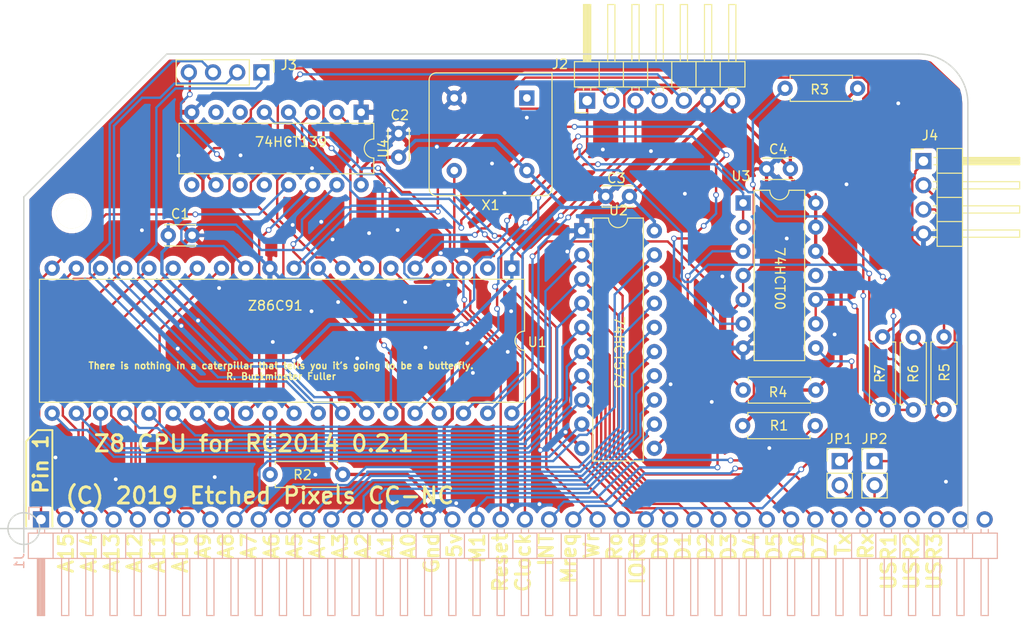
<source format=kicad_pcb>
(kicad_pcb (version 20171130) (host pcbnew 5.1.4-3.fc30)

  (general
    (thickness 1.6)
    (drawings 20)
    (tracks 847)
    (zones 0)
    (modules 23)
    (nets 60)
  )

  (page A4)
  (layers
    (0 F.Cu signal)
    (31 B.Cu signal)
    (32 B.Adhes user)
    (33 F.Adhes user)
    (34 B.Paste user)
    (35 F.Paste user)
    (36 B.SilkS user)
    (37 F.SilkS user)
    (38 B.Mask user)
    (39 F.Mask user)
    (40 Dwgs.User user)
    (41 Cmts.User user)
    (42 Eco1.User user)
    (43 Eco2.User user)
    (44 Edge.Cuts user)
    (45 Margin user)
    (46 B.CrtYd user)
    (47 F.CrtYd user)
    (48 B.Fab user hide)
    (49 F.Fab user hide)
  )

  (setup
    (last_trace_width 0.25)
    (trace_clearance 0.2)
    (zone_clearance 0.508)
    (zone_45_only no)
    (trace_min 0.2)
    (via_size 0.6)
    (via_drill 0.4)
    (via_min_size 0.4)
    (via_min_drill 0.3)
    (uvia_size 0.3)
    (uvia_drill 0.1)
    (uvias_allowed no)
    (uvia_min_size 0.2)
    (uvia_min_drill 0.1)
    (edge_width 0.15)
    (segment_width 0.2)
    (pcb_text_width 0.3)
    (pcb_text_size 1.5 1.5)
    (mod_edge_width 0.15)
    (mod_text_size 1 1)
    (mod_text_width 0.15)
    (pad_size 3.2 3.2)
    (pad_drill 3.2)
    (pad_to_mask_clearance 0.2)
    (aux_axis_origin 0 0)
    (visible_elements 7FFFFFFF)
    (pcbplotparams
      (layerselection 0x010f0_ffffffff)
      (usegerberextensions false)
      (usegerberattributes false)
      (usegerberadvancedattributes false)
      (creategerberjobfile false)
      (excludeedgelayer true)
      (linewidth 0.100000)
      (plotframeref false)
      (viasonmask false)
      (mode 1)
      (useauxorigin false)
      (hpglpennumber 1)
      (hpglpenspeed 20)
      (hpglpendiameter 15.000000)
      (psnegative false)
      (psa4output false)
      (plotreference true)
      (plotvalue true)
      (plotinvisibletext false)
      (padsonsilk false)
      (subtractmaskfromsilk false)
      (outputformat 1)
      (mirror false)
      (drillshape 0)
      (scaleselection 1)
      (outputdirectory "/tmp/z8"))
  )

  (net 0 "")
  (net 1 GND)
  (net 2 M1)
  (net 3 RD)
  (net 4 A15)
  (net 5 A14)
  (net 6 A13)
  (net 7 A12)
  (net 8 A11)
  (net 9 A10)
  (net 10 A9)
  (net 11 A8)
  (net 12 A7)
  (net 13 A6)
  (net 14 A5)
  (net 15 A4)
  (net 16 A3)
  (net 17 IORQ)
  (net 18 D1)
  (net 19 D2)
  (net 20 D3)
  (net 21 D4)
  (net 22 D5)
  (net 23 D6)
  (net 24 D7)
  (net 25 A2)
  (net 26 A1)
  (net 27 A0)
  (net 28 RESET)
  (net 29 CLK)
  (net 30 INT)
  (net 31 MREQ)
  (net 32 WR)
  (net 33 TX)
  (net 34 RX)
  (net 35 D0)
  (net 36 VCC)
  (net 37 "Net-(J1-Pad35)")
  (net 38 "Net-(J1-Pad36)")
  (net 39 CS1)
  (net 40 CS0)
  (net 41 SCLK)
  (net 42 MOSI)
  (net 43 MISO)
  (net 44 "Net-(J4-Pad1)")
  (net 45 "Net-(J4-Pad2)")
  (net 46 "Net-(J4-Pad3)")
  (net 47 DM)
  (net 48 "Net-(R1-Pad2)")
  (net 49 "Net-(R2-Pad2)")
  (net 50 CTS)
  (net 51 RW)
  (net 52 DS)
  (net 53 "Net-(U1-Pad9)")
  (net 54 "Net-(U1-Pad12)")
  (net 55 IOCS)
  (net 56 "Net-(U2-Pad11)")
  (net 57 P23)
  (net 58 P22)
  (net 59 P21)

  (net_class Default "This is the default net class."
    (clearance 0.2)
    (trace_width 0.25)
    (via_dia 0.6)
    (via_drill 0.4)
    (uvia_dia 0.3)
    (uvia_drill 0.1)
    (add_net A0)
    (add_net A1)
    (add_net A10)
    (add_net A11)
    (add_net A12)
    (add_net A13)
    (add_net A14)
    (add_net A15)
    (add_net A2)
    (add_net A3)
    (add_net A4)
    (add_net A5)
    (add_net A6)
    (add_net A7)
    (add_net A8)
    (add_net A9)
    (add_net CLK)
    (add_net CS0)
    (add_net CS1)
    (add_net CTS)
    (add_net D0)
    (add_net D1)
    (add_net D2)
    (add_net D3)
    (add_net D4)
    (add_net D5)
    (add_net D6)
    (add_net D7)
    (add_net DM)
    (add_net DS)
    (add_net INT)
    (add_net IOCS)
    (add_net IORQ)
    (add_net M1)
    (add_net MISO)
    (add_net MOSI)
    (add_net MREQ)
    (add_net "Net-(J1-Pad35)")
    (add_net "Net-(J1-Pad36)")
    (add_net "Net-(J4-Pad1)")
    (add_net "Net-(J4-Pad2)")
    (add_net "Net-(J4-Pad3)")
    (add_net "Net-(R1-Pad2)")
    (add_net "Net-(R2-Pad2)")
    (add_net "Net-(U1-Pad12)")
    (add_net "Net-(U1-Pad9)")
    (add_net "Net-(U2-Pad11)")
    (add_net P21)
    (add_net P22)
    (add_net P23)
    (add_net RD)
    (add_net RESET)
    (add_net RW)
    (add_net RX)
    (add_net SCLK)
    (add_net TX)
    (add_net WR)
  )

  (net_class Power ""
    (clearance 0.2)
    (trace_width 0.35)
    (via_dia 0.6)
    (via_drill 0.4)
    (uvia_dia 0.3)
    (uvia_drill 0.1)
    (add_net GND)
    (add_net VCC)
  )

  (module Connector_PinHeader_2.54mm:PinHeader_1x40_P2.54mm_Horizontal (layer B.Cu) (tedit 59FED5CB) (tstamp 5D4E77A0)
    (at 155.702 152.4 270)
    (descr "Through hole angled pin header, 1x40, 2.54mm pitch, 6mm pin length, single row")
    (tags "Through hole angled pin header THT 1x40 2.54mm single row")
    (path /5D4D81A3)
    (fp_text reference J1 (at 4.385 2.27 270) (layer B.SilkS)
      (effects (font (size 1 1) (thickness 0.15)) (justify mirror))
    )
    (fp_text value Conn_01x40 (at 4.385 -101.33 270) (layer B.Fab)
      (effects (font (size 1 1) (thickness 0.15)) (justify mirror))
    )
    (fp_line (start 2.135 1.27) (end 4.04 1.27) (layer B.Fab) (width 0.1))
    (fp_line (start 4.04 1.27) (end 4.04 -100.33) (layer B.Fab) (width 0.1))
    (fp_line (start 4.04 -100.33) (end 1.5 -100.33) (layer B.Fab) (width 0.1))
    (fp_line (start 1.5 -100.33) (end 1.5 0.635) (layer B.Fab) (width 0.1))
    (fp_line (start 1.5 0.635) (end 2.135 1.27) (layer B.Fab) (width 0.1))
    (fp_line (start -0.32 0.32) (end 1.5 0.32) (layer B.Fab) (width 0.1))
    (fp_line (start -0.32 0.32) (end -0.32 -0.32) (layer B.Fab) (width 0.1))
    (fp_line (start -0.32 -0.32) (end 1.5 -0.32) (layer B.Fab) (width 0.1))
    (fp_line (start 4.04 0.32) (end 10.04 0.32) (layer B.Fab) (width 0.1))
    (fp_line (start 10.04 0.32) (end 10.04 -0.32) (layer B.Fab) (width 0.1))
    (fp_line (start 4.04 -0.32) (end 10.04 -0.32) (layer B.Fab) (width 0.1))
    (fp_line (start -0.32 -2.22) (end 1.5 -2.22) (layer B.Fab) (width 0.1))
    (fp_line (start -0.32 -2.22) (end -0.32 -2.86) (layer B.Fab) (width 0.1))
    (fp_line (start -0.32 -2.86) (end 1.5 -2.86) (layer B.Fab) (width 0.1))
    (fp_line (start 4.04 -2.22) (end 10.04 -2.22) (layer B.Fab) (width 0.1))
    (fp_line (start 10.04 -2.22) (end 10.04 -2.86) (layer B.Fab) (width 0.1))
    (fp_line (start 4.04 -2.86) (end 10.04 -2.86) (layer B.Fab) (width 0.1))
    (fp_line (start -0.32 -4.76) (end 1.5 -4.76) (layer B.Fab) (width 0.1))
    (fp_line (start -0.32 -4.76) (end -0.32 -5.4) (layer B.Fab) (width 0.1))
    (fp_line (start -0.32 -5.4) (end 1.5 -5.4) (layer B.Fab) (width 0.1))
    (fp_line (start 4.04 -4.76) (end 10.04 -4.76) (layer B.Fab) (width 0.1))
    (fp_line (start 10.04 -4.76) (end 10.04 -5.4) (layer B.Fab) (width 0.1))
    (fp_line (start 4.04 -5.4) (end 10.04 -5.4) (layer B.Fab) (width 0.1))
    (fp_line (start -0.32 -7.3) (end 1.5 -7.3) (layer B.Fab) (width 0.1))
    (fp_line (start -0.32 -7.3) (end -0.32 -7.94) (layer B.Fab) (width 0.1))
    (fp_line (start -0.32 -7.94) (end 1.5 -7.94) (layer B.Fab) (width 0.1))
    (fp_line (start 4.04 -7.3) (end 10.04 -7.3) (layer B.Fab) (width 0.1))
    (fp_line (start 10.04 -7.3) (end 10.04 -7.94) (layer B.Fab) (width 0.1))
    (fp_line (start 4.04 -7.94) (end 10.04 -7.94) (layer B.Fab) (width 0.1))
    (fp_line (start -0.32 -9.84) (end 1.5 -9.84) (layer B.Fab) (width 0.1))
    (fp_line (start -0.32 -9.84) (end -0.32 -10.48) (layer B.Fab) (width 0.1))
    (fp_line (start -0.32 -10.48) (end 1.5 -10.48) (layer B.Fab) (width 0.1))
    (fp_line (start 4.04 -9.84) (end 10.04 -9.84) (layer B.Fab) (width 0.1))
    (fp_line (start 10.04 -9.84) (end 10.04 -10.48) (layer B.Fab) (width 0.1))
    (fp_line (start 4.04 -10.48) (end 10.04 -10.48) (layer B.Fab) (width 0.1))
    (fp_line (start -0.32 -12.38) (end 1.5 -12.38) (layer B.Fab) (width 0.1))
    (fp_line (start -0.32 -12.38) (end -0.32 -13.02) (layer B.Fab) (width 0.1))
    (fp_line (start -0.32 -13.02) (end 1.5 -13.02) (layer B.Fab) (width 0.1))
    (fp_line (start 4.04 -12.38) (end 10.04 -12.38) (layer B.Fab) (width 0.1))
    (fp_line (start 10.04 -12.38) (end 10.04 -13.02) (layer B.Fab) (width 0.1))
    (fp_line (start 4.04 -13.02) (end 10.04 -13.02) (layer B.Fab) (width 0.1))
    (fp_line (start -0.32 -14.92) (end 1.5 -14.92) (layer B.Fab) (width 0.1))
    (fp_line (start -0.32 -14.92) (end -0.32 -15.56) (layer B.Fab) (width 0.1))
    (fp_line (start -0.32 -15.56) (end 1.5 -15.56) (layer B.Fab) (width 0.1))
    (fp_line (start 4.04 -14.92) (end 10.04 -14.92) (layer B.Fab) (width 0.1))
    (fp_line (start 10.04 -14.92) (end 10.04 -15.56) (layer B.Fab) (width 0.1))
    (fp_line (start 4.04 -15.56) (end 10.04 -15.56) (layer B.Fab) (width 0.1))
    (fp_line (start -0.32 -17.46) (end 1.5 -17.46) (layer B.Fab) (width 0.1))
    (fp_line (start -0.32 -17.46) (end -0.32 -18.1) (layer B.Fab) (width 0.1))
    (fp_line (start -0.32 -18.1) (end 1.5 -18.1) (layer B.Fab) (width 0.1))
    (fp_line (start 4.04 -17.46) (end 10.04 -17.46) (layer B.Fab) (width 0.1))
    (fp_line (start 10.04 -17.46) (end 10.04 -18.1) (layer B.Fab) (width 0.1))
    (fp_line (start 4.04 -18.1) (end 10.04 -18.1) (layer B.Fab) (width 0.1))
    (fp_line (start -0.32 -20) (end 1.5 -20) (layer B.Fab) (width 0.1))
    (fp_line (start -0.32 -20) (end -0.32 -20.64) (layer B.Fab) (width 0.1))
    (fp_line (start -0.32 -20.64) (end 1.5 -20.64) (layer B.Fab) (width 0.1))
    (fp_line (start 4.04 -20) (end 10.04 -20) (layer B.Fab) (width 0.1))
    (fp_line (start 10.04 -20) (end 10.04 -20.64) (layer B.Fab) (width 0.1))
    (fp_line (start 4.04 -20.64) (end 10.04 -20.64) (layer B.Fab) (width 0.1))
    (fp_line (start -0.32 -22.54) (end 1.5 -22.54) (layer B.Fab) (width 0.1))
    (fp_line (start -0.32 -22.54) (end -0.32 -23.18) (layer B.Fab) (width 0.1))
    (fp_line (start -0.32 -23.18) (end 1.5 -23.18) (layer B.Fab) (width 0.1))
    (fp_line (start 4.04 -22.54) (end 10.04 -22.54) (layer B.Fab) (width 0.1))
    (fp_line (start 10.04 -22.54) (end 10.04 -23.18) (layer B.Fab) (width 0.1))
    (fp_line (start 4.04 -23.18) (end 10.04 -23.18) (layer B.Fab) (width 0.1))
    (fp_line (start -0.32 -25.08) (end 1.5 -25.08) (layer B.Fab) (width 0.1))
    (fp_line (start -0.32 -25.08) (end -0.32 -25.72) (layer B.Fab) (width 0.1))
    (fp_line (start -0.32 -25.72) (end 1.5 -25.72) (layer B.Fab) (width 0.1))
    (fp_line (start 4.04 -25.08) (end 10.04 -25.08) (layer B.Fab) (width 0.1))
    (fp_line (start 10.04 -25.08) (end 10.04 -25.72) (layer B.Fab) (width 0.1))
    (fp_line (start 4.04 -25.72) (end 10.04 -25.72) (layer B.Fab) (width 0.1))
    (fp_line (start -0.32 -27.62) (end 1.5 -27.62) (layer B.Fab) (width 0.1))
    (fp_line (start -0.32 -27.62) (end -0.32 -28.26) (layer B.Fab) (width 0.1))
    (fp_line (start -0.32 -28.26) (end 1.5 -28.26) (layer B.Fab) (width 0.1))
    (fp_line (start 4.04 -27.62) (end 10.04 -27.62) (layer B.Fab) (width 0.1))
    (fp_line (start 10.04 -27.62) (end 10.04 -28.26) (layer B.Fab) (width 0.1))
    (fp_line (start 4.04 -28.26) (end 10.04 -28.26) (layer B.Fab) (width 0.1))
    (fp_line (start -0.32 -30.16) (end 1.5 -30.16) (layer B.Fab) (width 0.1))
    (fp_line (start -0.32 -30.16) (end -0.32 -30.8) (layer B.Fab) (width 0.1))
    (fp_line (start -0.32 -30.8) (end 1.5 -30.8) (layer B.Fab) (width 0.1))
    (fp_line (start 4.04 -30.16) (end 10.04 -30.16) (layer B.Fab) (width 0.1))
    (fp_line (start 10.04 -30.16) (end 10.04 -30.8) (layer B.Fab) (width 0.1))
    (fp_line (start 4.04 -30.8) (end 10.04 -30.8) (layer B.Fab) (width 0.1))
    (fp_line (start -0.32 -32.7) (end 1.5 -32.7) (layer B.Fab) (width 0.1))
    (fp_line (start -0.32 -32.7) (end -0.32 -33.34) (layer B.Fab) (width 0.1))
    (fp_line (start -0.32 -33.34) (end 1.5 -33.34) (layer B.Fab) (width 0.1))
    (fp_line (start 4.04 -32.7) (end 10.04 -32.7) (layer B.Fab) (width 0.1))
    (fp_line (start 10.04 -32.7) (end 10.04 -33.34) (layer B.Fab) (width 0.1))
    (fp_line (start 4.04 -33.34) (end 10.04 -33.34) (layer B.Fab) (width 0.1))
    (fp_line (start -0.32 -35.24) (end 1.5 -35.24) (layer B.Fab) (width 0.1))
    (fp_line (start -0.32 -35.24) (end -0.32 -35.88) (layer B.Fab) (width 0.1))
    (fp_line (start -0.32 -35.88) (end 1.5 -35.88) (layer B.Fab) (width 0.1))
    (fp_line (start 4.04 -35.24) (end 10.04 -35.24) (layer B.Fab) (width 0.1))
    (fp_line (start 10.04 -35.24) (end 10.04 -35.88) (layer B.Fab) (width 0.1))
    (fp_line (start 4.04 -35.88) (end 10.04 -35.88) (layer B.Fab) (width 0.1))
    (fp_line (start -0.32 -37.78) (end 1.5 -37.78) (layer B.Fab) (width 0.1))
    (fp_line (start -0.32 -37.78) (end -0.32 -38.42) (layer B.Fab) (width 0.1))
    (fp_line (start -0.32 -38.42) (end 1.5 -38.42) (layer B.Fab) (width 0.1))
    (fp_line (start 4.04 -37.78) (end 10.04 -37.78) (layer B.Fab) (width 0.1))
    (fp_line (start 10.04 -37.78) (end 10.04 -38.42) (layer B.Fab) (width 0.1))
    (fp_line (start 4.04 -38.42) (end 10.04 -38.42) (layer B.Fab) (width 0.1))
    (fp_line (start -0.32 -40.32) (end 1.5 -40.32) (layer B.Fab) (width 0.1))
    (fp_line (start -0.32 -40.32) (end -0.32 -40.96) (layer B.Fab) (width 0.1))
    (fp_line (start -0.32 -40.96) (end 1.5 -40.96) (layer B.Fab) (width 0.1))
    (fp_line (start 4.04 -40.32) (end 10.04 -40.32) (layer B.Fab) (width 0.1))
    (fp_line (start 10.04 -40.32) (end 10.04 -40.96) (layer B.Fab) (width 0.1))
    (fp_line (start 4.04 -40.96) (end 10.04 -40.96) (layer B.Fab) (width 0.1))
    (fp_line (start -0.32 -42.86) (end 1.5 -42.86) (layer B.Fab) (width 0.1))
    (fp_line (start -0.32 -42.86) (end -0.32 -43.5) (layer B.Fab) (width 0.1))
    (fp_line (start -0.32 -43.5) (end 1.5 -43.5) (layer B.Fab) (width 0.1))
    (fp_line (start 4.04 -42.86) (end 10.04 -42.86) (layer B.Fab) (width 0.1))
    (fp_line (start 10.04 -42.86) (end 10.04 -43.5) (layer B.Fab) (width 0.1))
    (fp_line (start 4.04 -43.5) (end 10.04 -43.5) (layer B.Fab) (width 0.1))
    (fp_line (start -0.32 -45.4) (end 1.5 -45.4) (layer B.Fab) (width 0.1))
    (fp_line (start -0.32 -45.4) (end -0.32 -46.04) (layer B.Fab) (width 0.1))
    (fp_line (start -0.32 -46.04) (end 1.5 -46.04) (layer B.Fab) (width 0.1))
    (fp_line (start 4.04 -45.4) (end 10.04 -45.4) (layer B.Fab) (width 0.1))
    (fp_line (start 10.04 -45.4) (end 10.04 -46.04) (layer B.Fab) (width 0.1))
    (fp_line (start 4.04 -46.04) (end 10.04 -46.04) (layer B.Fab) (width 0.1))
    (fp_line (start -0.32 -47.94) (end 1.5 -47.94) (layer B.Fab) (width 0.1))
    (fp_line (start -0.32 -47.94) (end -0.32 -48.58) (layer B.Fab) (width 0.1))
    (fp_line (start -0.32 -48.58) (end 1.5 -48.58) (layer B.Fab) (width 0.1))
    (fp_line (start 4.04 -47.94) (end 10.04 -47.94) (layer B.Fab) (width 0.1))
    (fp_line (start 10.04 -47.94) (end 10.04 -48.58) (layer B.Fab) (width 0.1))
    (fp_line (start 4.04 -48.58) (end 10.04 -48.58) (layer B.Fab) (width 0.1))
    (fp_line (start -0.32 -50.48) (end 1.5 -50.48) (layer B.Fab) (width 0.1))
    (fp_line (start -0.32 -50.48) (end -0.32 -51.12) (layer B.Fab) (width 0.1))
    (fp_line (start -0.32 -51.12) (end 1.5 -51.12) (layer B.Fab) (width 0.1))
    (fp_line (start 4.04 -50.48) (end 10.04 -50.48) (layer B.Fab) (width 0.1))
    (fp_line (start 10.04 -50.48) (end 10.04 -51.12) (layer B.Fab) (width 0.1))
    (fp_line (start 4.04 -51.12) (end 10.04 -51.12) (layer B.Fab) (width 0.1))
    (fp_line (start -0.32 -53.02) (end 1.5 -53.02) (layer B.Fab) (width 0.1))
    (fp_line (start -0.32 -53.02) (end -0.32 -53.66) (layer B.Fab) (width 0.1))
    (fp_line (start -0.32 -53.66) (end 1.5 -53.66) (layer B.Fab) (width 0.1))
    (fp_line (start 4.04 -53.02) (end 10.04 -53.02) (layer B.Fab) (width 0.1))
    (fp_line (start 10.04 -53.02) (end 10.04 -53.66) (layer B.Fab) (width 0.1))
    (fp_line (start 4.04 -53.66) (end 10.04 -53.66) (layer B.Fab) (width 0.1))
    (fp_line (start -0.32 -55.56) (end 1.5 -55.56) (layer B.Fab) (width 0.1))
    (fp_line (start -0.32 -55.56) (end -0.32 -56.2) (layer B.Fab) (width 0.1))
    (fp_line (start -0.32 -56.2) (end 1.5 -56.2) (layer B.Fab) (width 0.1))
    (fp_line (start 4.04 -55.56) (end 10.04 -55.56) (layer B.Fab) (width 0.1))
    (fp_line (start 10.04 -55.56) (end 10.04 -56.2) (layer B.Fab) (width 0.1))
    (fp_line (start 4.04 -56.2) (end 10.04 -56.2) (layer B.Fab) (width 0.1))
    (fp_line (start -0.32 -58.1) (end 1.5 -58.1) (layer B.Fab) (width 0.1))
    (fp_line (start -0.32 -58.1) (end -0.32 -58.74) (layer B.Fab) (width 0.1))
    (fp_line (start -0.32 -58.74) (end 1.5 -58.74) (layer B.Fab) (width 0.1))
    (fp_line (start 4.04 -58.1) (end 10.04 -58.1) (layer B.Fab) (width 0.1))
    (fp_line (start 10.04 -58.1) (end 10.04 -58.74) (layer B.Fab) (width 0.1))
    (fp_line (start 4.04 -58.74) (end 10.04 -58.74) (layer B.Fab) (width 0.1))
    (fp_line (start -0.32 -60.64) (end 1.5 -60.64) (layer B.Fab) (width 0.1))
    (fp_line (start -0.32 -60.64) (end -0.32 -61.28) (layer B.Fab) (width 0.1))
    (fp_line (start -0.32 -61.28) (end 1.5 -61.28) (layer B.Fab) (width 0.1))
    (fp_line (start 4.04 -60.64) (end 10.04 -60.64) (layer B.Fab) (width 0.1))
    (fp_line (start 10.04 -60.64) (end 10.04 -61.28) (layer B.Fab) (width 0.1))
    (fp_line (start 4.04 -61.28) (end 10.04 -61.28) (layer B.Fab) (width 0.1))
    (fp_line (start -0.32 -63.18) (end 1.5 -63.18) (layer B.Fab) (width 0.1))
    (fp_line (start -0.32 -63.18) (end -0.32 -63.82) (layer B.Fab) (width 0.1))
    (fp_line (start -0.32 -63.82) (end 1.5 -63.82) (layer B.Fab) (width 0.1))
    (fp_line (start 4.04 -63.18) (end 10.04 -63.18) (layer B.Fab) (width 0.1))
    (fp_line (start 10.04 -63.18) (end 10.04 -63.82) (layer B.Fab) (width 0.1))
    (fp_line (start 4.04 -63.82) (end 10.04 -63.82) (layer B.Fab) (width 0.1))
    (fp_line (start -0.32 -65.72) (end 1.5 -65.72) (layer B.Fab) (width 0.1))
    (fp_line (start -0.32 -65.72) (end -0.32 -66.36) (layer B.Fab) (width 0.1))
    (fp_line (start -0.32 -66.36) (end 1.5 -66.36) (layer B.Fab) (width 0.1))
    (fp_line (start 4.04 -65.72) (end 10.04 -65.72) (layer B.Fab) (width 0.1))
    (fp_line (start 10.04 -65.72) (end 10.04 -66.36) (layer B.Fab) (width 0.1))
    (fp_line (start 4.04 -66.36) (end 10.04 -66.36) (layer B.Fab) (width 0.1))
    (fp_line (start -0.32 -68.26) (end 1.5 -68.26) (layer B.Fab) (width 0.1))
    (fp_line (start -0.32 -68.26) (end -0.32 -68.9) (layer B.Fab) (width 0.1))
    (fp_line (start -0.32 -68.9) (end 1.5 -68.9) (layer B.Fab) (width 0.1))
    (fp_line (start 4.04 -68.26) (end 10.04 -68.26) (layer B.Fab) (width 0.1))
    (fp_line (start 10.04 -68.26) (end 10.04 -68.9) (layer B.Fab) (width 0.1))
    (fp_line (start 4.04 -68.9) (end 10.04 -68.9) (layer B.Fab) (width 0.1))
    (fp_line (start -0.32 -70.8) (end 1.5 -70.8) (layer B.Fab) (width 0.1))
    (fp_line (start -0.32 -70.8) (end -0.32 -71.44) (layer B.Fab) (width 0.1))
    (fp_line (start -0.32 -71.44) (end 1.5 -71.44) (layer B.Fab) (width 0.1))
    (fp_line (start 4.04 -70.8) (end 10.04 -70.8) (layer B.Fab) (width 0.1))
    (fp_line (start 10.04 -70.8) (end 10.04 -71.44) (layer B.Fab) (width 0.1))
    (fp_line (start 4.04 -71.44) (end 10.04 -71.44) (layer B.Fab) (width 0.1))
    (fp_line (start -0.32 -73.34) (end 1.5 -73.34) (layer B.Fab) (width 0.1))
    (fp_line (start -0.32 -73.34) (end -0.32 -73.98) (layer B.Fab) (width 0.1))
    (fp_line (start -0.32 -73.98) (end 1.5 -73.98) (layer B.Fab) (width 0.1))
    (fp_line (start 4.04 -73.34) (end 10.04 -73.34) (layer B.Fab) (width 0.1))
    (fp_line (start 10.04 -73.34) (end 10.04 -73.98) (layer B.Fab) (width 0.1))
    (fp_line (start 4.04 -73.98) (end 10.04 -73.98) (layer B.Fab) (width 0.1))
    (fp_line (start -0.32 -75.88) (end 1.5 -75.88) (layer B.Fab) (width 0.1))
    (fp_line (start -0.32 -75.88) (end -0.32 -76.52) (layer B.Fab) (width 0.1))
    (fp_line (start -0.32 -76.52) (end 1.5 -76.52) (layer B.Fab) (width 0.1))
    (fp_line (start 4.04 -75.88) (end 10.04 -75.88) (layer B.Fab) (width 0.1))
    (fp_line (start 10.04 -75.88) (end 10.04 -76.52) (layer B.Fab) (width 0.1))
    (fp_line (start 4.04 -76.52) (end 10.04 -76.52) (layer B.Fab) (width 0.1))
    (fp_line (start -0.32 -78.42) (end 1.5 -78.42) (layer B.Fab) (width 0.1))
    (fp_line (start -0.32 -78.42) (end -0.32 -79.06) (layer B.Fab) (width 0.1))
    (fp_line (start -0.32 -79.06) (end 1.5 -79.06) (layer B.Fab) (width 0.1))
    (fp_line (start 4.04 -78.42) (end 10.04 -78.42) (layer B.Fab) (width 0.1))
    (fp_line (start 10.04 -78.42) (end 10.04 -79.06) (layer B.Fab) (width 0.1))
    (fp_line (start 4.04 -79.06) (end 10.04 -79.06) (layer B.Fab) (width 0.1))
    (fp_line (start -0.32 -80.96) (end 1.5 -80.96) (layer B.Fab) (width 0.1))
    (fp_line (start -0.32 -80.96) (end -0.32 -81.6) (layer B.Fab) (width 0.1))
    (fp_line (start -0.32 -81.6) (end 1.5 -81.6) (layer B.Fab) (width 0.1))
    (fp_line (start 4.04 -80.96) (end 10.04 -80.96) (layer B.Fab) (width 0.1))
    (fp_line (start 10.04 -80.96) (end 10.04 -81.6) (layer B.Fab) (width 0.1))
    (fp_line (start 4.04 -81.6) (end 10.04 -81.6) (layer B.Fab) (width 0.1))
    (fp_line (start -0.32 -83.5) (end 1.5 -83.5) (layer B.Fab) (width 0.1))
    (fp_line (start -0.32 -83.5) (end -0.32 -84.14) (layer B.Fab) (width 0.1))
    (fp_line (start -0.32 -84.14) (end 1.5 -84.14) (layer B.Fab) (width 0.1))
    (fp_line (start 4.04 -83.5) (end 10.04 -83.5) (layer B.Fab) (width 0.1))
    (fp_line (start 10.04 -83.5) (end 10.04 -84.14) (layer B.Fab) (width 0.1))
    (fp_line (start 4.04 -84.14) (end 10.04 -84.14) (layer B.Fab) (width 0.1))
    (fp_line (start -0.32 -86.04) (end 1.5 -86.04) (layer B.Fab) (width 0.1))
    (fp_line (start -0.32 -86.04) (end -0.32 -86.68) (layer B.Fab) (width 0.1))
    (fp_line (start -0.32 -86.68) (end 1.5 -86.68) (layer B.Fab) (width 0.1))
    (fp_line (start 4.04 -86.04) (end 10.04 -86.04) (layer B.Fab) (width 0.1))
    (fp_line (start 10.04 -86.04) (end 10.04 -86.68) (layer B.Fab) (width 0.1))
    (fp_line (start 4.04 -86.68) (end 10.04 -86.68) (layer B.Fab) (width 0.1))
    (fp_line (start -0.32 -88.58) (end 1.5 -88.58) (layer B.Fab) (width 0.1))
    (fp_line (start -0.32 -88.58) (end -0.32 -89.22) (layer B.Fab) (width 0.1))
    (fp_line (start -0.32 -89.22) (end 1.5 -89.22) (layer B.Fab) (width 0.1))
    (fp_line (start 4.04 -88.58) (end 10.04 -88.58) (layer B.Fab) (width 0.1))
    (fp_line (start 10.04 -88.58) (end 10.04 -89.22) (layer B.Fab) (width 0.1))
    (fp_line (start 4.04 -89.22) (end 10.04 -89.22) (layer B.Fab) (width 0.1))
    (fp_line (start -0.32 -91.12) (end 1.5 -91.12) (layer B.Fab) (width 0.1))
    (fp_line (start -0.32 -91.12) (end -0.32 -91.76) (layer B.Fab) (width 0.1))
    (fp_line (start -0.32 -91.76) (end 1.5 -91.76) (layer B.Fab) (width 0.1))
    (fp_line (start 4.04 -91.12) (end 10.04 -91.12) (layer B.Fab) (width 0.1))
    (fp_line (start 10.04 -91.12) (end 10.04 -91.76) (layer B.Fab) (width 0.1))
    (fp_line (start 4.04 -91.76) (end 10.04 -91.76) (layer B.Fab) (width 0.1))
    (fp_line (start -0.32 -93.66) (end 1.5 -93.66) (layer B.Fab) (width 0.1))
    (fp_line (start -0.32 -93.66) (end -0.32 -94.3) (layer B.Fab) (width 0.1))
    (fp_line (start -0.32 -94.3) (end 1.5 -94.3) (layer B.Fab) (width 0.1))
    (fp_line (start 4.04 -93.66) (end 10.04 -93.66) (layer B.Fab) (width 0.1))
    (fp_line (start 10.04 -93.66) (end 10.04 -94.3) (layer B.Fab) (width 0.1))
    (fp_line (start 4.04 -94.3) (end 10.04 -94.3) (layer B.Fab) (width 0.1))
    (fp_line (start -0.32 -96.2) (end 1.5 -96.2) (layer B.Fab) (width 0.1))
    (fp_line (start -0.32 -96.2) (end -0.32 -96.84) (layer B.Fab) (width 0.1))
    (fp_line (start -0.32 -96.84) (end 1.5 -96.84) (layer B.Fab) (width 0.1))
    (fp_line (start 4.04 -96.2) (end 10.04 -96.2) (layer B.Fab) (width 0.1))
    (fp_line (start 10.04 -96.2) (end 10.04 -96.84) (layer B.Fab) (width 0.1))
    (fp_line (start 4.04 -96.84) (end 10.04 -96.84) (layer B.Fab) (width 0.1))
    (fp_line (start -0.32 -98.74) (end 1.5 -98.74) (layer B.Fab) (width 0.1))
    (fp_line (start -0.32 -98.74) (end -0.32 -99.38) (layer B.Fab) (width 0.1))
    (fp_line (start -0.32 -99.38) (end 1.5 -99.38) (layer B.Fab) (width 0.1))
    (fp_line (start 4.04 -98.74) (end 10.04 -98.74) (layer B.Fab) (width 0.1))
    (fp_line (start 10.04 -98.74) (end 10.04 -99.38) (layer B.Fab) (width 0.1))
    (fp_line (start 4.04 -99.38) (end 10.04 -99.38) (layer B.Fab) (width 0.1))
    (fp_line (start 1.44 1.33) (end 1.44 -100.39) (layer B.SilkS) (width 0.12))
    (fp_line (start 1.44 -100.39) (end 4.1 -100.39) (layer B.SilkS) (width 0.12))
    (fp_line (start 4.1 -100.39) (end 4.1 1.33) (layer B.SilkS) (width 0.12))
    (fp_line (start 4.1 1.33) (end 1.44 1.33) (layer B.SilkS) (width 0.12))
    (fp_line (start 4.1 0.38) (end 10.1 0.38) (layer B.SilkS) (width 0.12))
    (fp_line (start 10.1 0.38) (end 10.1 -0.38) (layer B.SilkS) (width 0.12))
    (fp_line (start 10.1 -0.38) (end 4.1 -0.38) (layer B.SilkS) (width 0.12))
    (fp_line (start 4.1 0.32) (end 10.1 0.32) (layer B.SilkS) (width 0.12))
    (fp_line (start 4.1 0.2) (end 10.1 0.2) (layer B.SilkS) (width 0.12))
    (fp_line (start 4.1 0.08) (end 10.1 0.08) (layer B.SilkS) (width 0.12))
    (fp_line (start 4.1 -0.04) (end 10.1 -0.04) (layer B.SilkS) (width 0.12))
    (fp_line (start 4.1 -0.16) (end 10.1 -0.16) (layer B.SilkS) (width 0.12))
    (fp_line (start 4.1 -0.28) (end 10.1 -0.28) (layer B.SilkS) (width 0.12))
    (fp_line (start 1.11 0.38) (end 1.44 0.38) (layer B.SilkS) (width 0.12))
    (fp_line (start 1.11 -0.38) (end 1.44 -0.38) (layer B.SilkS) (width 0.12))
    (fp_line (start 1.44 -1.27) (end 4.1 -1.27) (layer B.SilkS) (width 0.12))
    (fp_line (start 4.1 -2.16) (end 10.1 -2.16) (layer B.SilkS) (width 0.12))
    (fp_line (start 10.1 -2.16) (end 10.1 -2.92) (layer B.SilkS) (width 0.12))
    (fp_line (start 10.1 -2.92) (end 4.1 -2.92) (layer B.SilkS) (width 0.12))
    (fp_line (start 1.042929 -2.16) (end 1.44 -2.16) (layer B.SilkS) (width 0.12))
    (fp_line (start 1.042929 -2.92) (end 1.44 -2.92) (layer B.SilkS) (width 0.12))
    (fp_line (start 1.44 -3.81) (end 4.1 -3.81) (layer B.SilkS) (width 0.12))
    (fp_line (start 4.1 -4.7) (end 10.1 -4.7) (layer B.SilkS) (width 0.12))
    (fp_line (start 10.1 -4.7) (end 10.1 -5.46) (layer B.SilkS) (width 0.12))
    (fp_line (start 10.1 -5.46) (end 4.1 -5.46) (layer B.SilkS) (width 0.12))
    (fp_line (start 1.042929 -4.7) (end 1.44 -4.7) (layer B.SilkS) (width 0.12))
    (fp_line (start 1.042929 -5.46) (end 1.44 -5.46) (layer B.SilkS) (width 0.12))
    (fp_line (start 1.44 -6.35) (end 4.1 -6.35) (layer B.SilkS) (width 0.12))
    (fp_line (start 4.1 -7.24) (end 10.1 -7.24) (layer B.SilkS) (width 0.12))
    (fp_line (start 10.1 -7.24) (end 10.1 -8) (layer B.SilkS) (width 0.12))
    (fp_line (start 10.1 -8) (end 4.1 -8) (layer B.SilkS) (width 0.12))
    (fp_line (start 1.042929 -7.24) (end 1.44 -7.24) (layer B.SilkS) (width 0.12))
    (fp_line (start 1.042929 -8) (end 1.44 -8) (layer B.SilkS) (width 0.12))
    (fp_line (start 1.44 -8.89) (end 4.1 -8.89) (layer B.SilkS) (width 0.12))
    (fp_line (start 4.1 -9.78) (end 10.1 -9.78) (layer B.SilkS) (width 0.12))
    (fp_line (start 10.1 -9.78) (end 10.1 -10.54) (layer B.SilkS) (width 0.12))
    (fp_line (start 10.1 -10.54) (end 4.1 -10.54) (layer B.SilkS) (width 0.12))
    (fp_line (start 1.042929 -9.78) (end 1.44 -9.78) (layer B.SilkS) (width 0.12))
    (fp_line (start 1.042929 -10.54) (end 1.44 -10.54) (layer B.SilkS) (width 0.12))
    (fp_line (start 1.44 -11.43) (end 4.1 -11.43) (layer B.SilkS) (width 0.12))
    (fp_line (start 4.1 -12.32) (end 10.1 -12.32) (layer B.SilkS) (width 0.12))
    (fp_line (start 10.1 -12.32) (end 10.1 -13.08) (layer B.SilkS) (width 0.12))
    (fp_line (start 10.1 -13.08) (end 4.1 -13.08) (layer B.SilkS) (width 0.12))
    (fp_line (start 1.042929 -12.32) (end 1.44 -12.32) (layer B.SilkS) (width 0.12))
    (fp_line (start 1.042929 -13.08) (end 1.44 -13.08) (layer B.SilkS) (width 0.12))
    (fp_line (start 1.44 -13.97) (end 4.1 -13.97) (layer B.SilkS) (width 0.12))
    (fp_line (start 4.1 -14.86) (end 10.1 -14.86) (layer B.SilkS) (width 0.12))
    (fp_line (start 10.1 -14.86) (end 10.1 -15.62) (layer B.SilkS) (width 0.12))
    (fp_line (start 10.1 -15.62) (end 4.1 -15.62) (layer B.SilkS) (width 0.12))
    (fp_line (start 1.042929 -14.86) (end 1.44 -14.86) (layer B.SilkS) (width 0.12))
    (fp_line (start 1.042929 -15.62) (end 1.44 -15.62) (layer B.SilkS) (width 0.12))
    (fp_line (start 1.44 -16.51) (end 4.1 -16.51) (layer B.SilkS) (width 0.12))
    (fp_line (start 4.1 -17.4) (end 10.1 -17.4) (layer B.SilkS) (width 0.12))
    (fp_line (start 10.1 -17.4) (end 10.1 -18.16) (layer B.SilkS) (width 0.12))
    (fp_line (start 10.1 -18.16) (end 4.1 -18.16) (layer B.SilkS) (width 0.12))
    (fp_line (start 1.042929 -17.4) (end 1.44 -17.4) (layer B.SilkS) (width 0.12))
    (fp_line (start 1.042929 -18.16) (end 1.44 -18.16) (layer B.SilkS) (width 0.12))
    (fp_line (start 1.44 -19.05) (end 4.1 -19.05) (layer B.SilkS) (width 0.12))
    (fp_line (start 4.1 -19.94) (end 10.1 -19.94) (layer B.SilkS) (width 0.12))
    (fp_line (start 10.1 -19.94) (end 10.1 -20.7) (layer B.SilkS) (width 0.12))
    (fp_line (start 10.1 -20.7) (end 4.1 -20.7) (layer B.SilkS) (width 0.12))
    (fp_line (start 1.042929 -19.94) (end 1.44 -19.94) (layer B.SilkS) (width 0.12))
    (fp_line (start 1.042929 -20.7) (end 1.44 -20.7) (layer B.SilkS) (width 0.12))
    (fp_line (start 1.44 -21.59) (end 4.1 -21.59) (layer B.SilkS) (width 0.12))
    (fp_line (start 4.1 -22.48) (end 10.1 -22.48) (layer B.SilkS) (width 0.12))
    (fp_line (start 10.1 -22.48) (end 10.1 -23.24) (layer B.SilkS) (width 0.12))
    (fp_line (start 10.1 -23.24) (end 4.1 -23.24) (layer B.SilkS) (width 0.12))
    (fp_line (start 1.042929 -22.48) (end 1.44 -22.48) (layer B.SilkS) (width 0.12))
    (fp_line (start 1.042929 -23.24) (end 1.44 -23.24) (layer B.SilkS) (width 0.12))
    (fp_line (start 1.44 -24.13) (end 4.1 -24.13) (layer B.SilkS) (width 0.12))
    (fp_line (start 4.1 -25.02) (end 10.1 -25.02) (layer B.SilkS) (width 0.12))
    (fp_line (start 10.1 -25.02) (end 10.1 -25.78) (layer B.SilkS) (width 0.12))
    (fp_line (start 10.1 -25.78) (end 4.1 -25.78) (layer B.SilkS) (width 0.12))
    (fp_line (start 1.042929 -25.02) (end 1.44 -25.02) (layer B.SilkS) (width 0.12))
    (fp_line (start 1.042929 -25.78) (end 1.44 -25.78) (layer B.SilkS) (width 0.12))
    (fp_line (start 1.44 -26.67) (end 4.1 -26.67) (layer B.SilkS) (width 0.12))
    (fp_line (start 4.1 -27.56) (end 10.1 -27.56) (layer B.SilkS) (width 0.12))
    (fp_line (start 10.1 -27.56) (end 10.1 -28.32) (layer B.SilkS) (width 0.12))
    (fp_line (start 10.1 -28.32) (end 4.1 -28.32) (layer B.SilkS) (width 0.12))
    (fp_line (start 1.042929 -27.56) (end 1.44 -27.56) (layer B.SilkS) (width 0.12))
    (fp_line (start 1.042929 -28.32) (end 1.44 -28.32) (layer B.SilkS) (width 0.12))
    (fp_line (start 1.44 -29.21) (end 4.1 -29.21) (layer B.SilkS) (width 0.12))
    (fp_line (start 4.1 -30.1) (end 10.1 -30.1) (layer B.SilkS) (width 0.12))
    (fp_line (start 10.1 -30.1) (end 10.1 -30.86) (layer B.SilkS) (width 0.12))
    (fp_line (start 10.1 -30.86) (end 4.1 -30.86) (layer B.SilkS) (width 0.12))
    (fp_line (start 1.042929 -30.1) (end 1.44 -30.1) (layer B.SilkS) (width 0.12))
    (fp_line (start 1.042929 -30.86) (end 1.44 -30.86) (layer B.SilkS) (width 0.12))
    (fp_line (start 1.44 -31.75) (end 4.1 -31.75) (layer B.SilkS) (width 0.12))
    (fp_line (start 4.1 -32.64) (end 10.1 -32.64) (layer B.SilkS) (width 0.12))
    (fp_line (start 10.1 -32.64) (end 10.1 -33.4) (layer B.SilkS) (width 0.12))
    (fp_line (start 10.1 -33.4) (end 4.1 -33.4) (layer B.SilkS) (width 0.12))
    (fp_line (start 1.042929 -32.64) (end 1.44 -32.64) (layer B.SilkS) (width 0.12))
    (fp_line (start 1.042929 -33.4) (end 1.44 -33.4) (layer B.SilkS) (width 0.12))
    (fp_line (start 1.44 -34.29) (end 4.1 -34.29) (layer B.SilkS) (width 0.12))
    (fp_line (start 4.1 -35.18) (end 10.1 -35.18) (layer B.SilkS) (width 0.12))
    (fp_line (start 10.1 -35.18) (end 10.1 -35.94) (layer B.SilkS) (width 0.12))
    (fp_line (start 10.1 -35.94) (end 4.1 -35.94) (layer B.SilkS) (width 0.12))
    (fp_line (start 1.042929 -35.18) (end 1.44 -35.18) (layer B.SilkS) (width 0.12))
    (fp_line (start 1.042929 -35.94) (end 1.44 -35.94) (layer B.SilkS) (width 0.12))
    (fp_line (start 1.44 -36.83) (end 4.1 -36.83) (layer B.SilkS) (width 0.12))
    (fp_line (start 4.1 -37.72) (end 10.1 -37.72) (layer B.SilkS) (width 0.12))
    (fp_line (start 10.1 -37.72) (end 10.1 -38.48) (layer B.SilkS) (width 0.12))
    (fp_line (start 10.1 -38.48) (end 4.1 -38.48) (layer B.SilkS) (width 0.12))
    (fp_line (start 1.042929 -37.72) (end 1.44 -37.72) (layer B.SilkS) (width 0.12))
    (fp_line (start 1.042929 -38.48) (end 1.44 -38.48) (layer B.SilkS) (width 0.12))
    (fp_line (start 1.44 -39.37) (end 4.1 -39.37) (layer B.SilkS) (width 0.12))
    (fp_line (start 4.1 -40.26) (end 10.1 -40.26) (layer B.SilkS) (width 0.12))
    (fp_line (start 10.1 -40.26) (end 10.1 -41.02) (layer B.SilkS) (width 0.12))
    (fp_line (start 10.1 -41.02) (end 4.1 -41.02) (layer B.SilkS) (width 0.12))
    (fp_line (start 1.042929 -40.26) (end 1.44 -40.26) (layer B.SilkS) (width 0.12))
    (fp_line (start 1.042929 -41.02) (end 1.44 -41.02) (layer B.SilkS) (width 0.12))
    (fp_line (start 1.44 -41.91) (end 4.1 -41.91) (layer B.SilkS) (width 0.12))
    (fp_line (start 4.1 -42.8) (end 10.1 -42.8) (layer B.SilkS) (width 0.12))
    (fp_line (start 10.1 -42.8) (end 10.1 -43.56) (layer B.SilkS) (width 0.12))
    (fp_line (start 10.1 -43.56) (end 4.1 -43.56) (layer B.SilkS) (width 0.12))
    (fp_line (start 1.042929 -42.8) (end 1.44 -42.8) (layer B.SilkS) (width 0.12))
    (fp_line (start 1.042929 -43.56) (end 1.44 -43.56) (layer B.SilkS) (width 0.12))
    (fp_line (start 1.44 -44.45) (end 4.1 -44.45) (layer B.SilkS) (width 0.12))
    (fp_line (start 4.1 -45.34) (end 10.1 -45.34) (layer B.SilkS) (width 0.12))
    (fp_line (start 10.1 -45.34) (end 10.1 -46.1) (layer B.SilkS) (width 0.12))
    (fp_line (start 10.1 -46.1) (end 4.1 -46.1) (layer B.SilkS) (width 0.12))
    (fp_line (start 1.042929 -45.34) (end 1.44 -45.34) (layer B.SilkS) (width 0.12))
    (fp_line (start 1.042929 -46.1) (end 1.44 -46.1) (layer B.SilkS) (width 0.12))
    (fp_line (start 1.44 -46.99) (end 4.1 -46.99) (layer B.SilkS) (width 0.12))
    (fp_line (start 4.1 -47.88) (end 10.1 -47.88) (layer B.SilkS) (width 0.12))
    (fp_line (start 10.1 -47.88) (end 10.1 -48.64) (layer B.SilkS) (width 0.12))
    (fp_line (start 10.1 -48.64) (end 4.1 -48.64) (layer B.SilkS) (width 0.12))
    (fp_line (start 1.042929 -47.88) (end 1.44 -47.88) (layer B.SilkS) (width 0.12))
    (fp_line (start 1.042929 -48.64) (end 1.44 -48.64) (layer B.SilkS) (width 0.12))
    (fp_line (start 1.44 -49.53) (end 4.1 -49.53) (layer B.SilkS) (width 0.12))
    (fp_line (start 4.1 -50.42) (end 10.1 -50.42) (layer B.SilkS) (width 0.12))
    (fp_line (start 10.1 -50.42) (end 10.1 -51.18) (layer B.SilkS) (width 0.12))
    (fp_line (start 10.1 -51.18) (end 4.1 -51.18) (layer B.SilkS) (width 0.12))
    (fp_line (start 1.042929 -50.42) (end 1.44 -50.42) (layer B.SilkS) (width 0.12))
    (fp_line (start 1.042929 -51.18) (end 1.44 -51.18) (layer B.SilkS) (width 0.12))
    (fp_line (start 1.44 -52.07) (end 4.1 -52.07) (layer B.SilkS) (width 0.12))
    (fp_line (start 4.1 -52.96) (end 10.1 -52.96) (layer B.SilkS) (width 0.12))
    (fp_line (start 10.1 -52.96) (end 10.1 -53.72) (layer B.SilkS) (width 0.12))
    (fp_line (start 10.1 -53.72) (end 4.1 -53.72) (layer B.SilkS) (width 0.12))
    (fp_line (start 1.042929 -52.96) (end 1.44 -52.96) (layer B.SilkS) (width 0.12))
    (fp_line (start 1.042929 -53.72) (end 1.44 -53.72) (layer B.SilkS) (width 0.12))
    (fp_line (start 1.44 -54.61) (end 4.1 -54.61) (layer B.SilkS) (width 0.12))
    (fp_line (start 4.1 -55.5) (end 10.1 -55.5) (layer B.SilkS) (width 0.12))
    (fp_line (start 10.1 -55.5) (end 10.1 -56.26) (layer B.SilkS) (width 0.12))
    (fp_line (start 10.1 -56.26) (end 4.1 -56.26) (layer B.SilkS) (width 0.12))
    (fp_line (start 1.042929 -55.5) (end 1.44 -55.5) (layer B.SilkS) (width 0.12))
    (fp_line (start 1.042929 -56.26) (end 1.44 -56.26) (layer B.SilkS) (width 0.12))
    (fp_line (start 1.44 -57.15) (end 4.1 -57.15) (layer B.SilkS) (width 0.12))
    (fp_line (start 4.1 -58.04) (end 10.1 -58.04) (layer B.SilkS) (width 0.12))
    (fp_line (start 10.1 -58.04) (end 10.1 -58.8) (layer B.SilkS) (width 0.12))
    (fp_line (start 10.1 -58.8) (end 4.1 -58.8) (layer B.SilkS) (width 0.12))
    (fp_line (start 1.042929 -58.04) (end 1.44 -58.04) (layer B.SilkS) (width 0.12))
    (fp_line (start 1.042929 -58.8) (end 1.44 -58.8) (layer B.SilkS) (width 0.12))
    (fp_line (start 1.44 -59.69) (end 4.1 -59.69) (layer B.SilkS) (width 0.12))
    (fp_line (start 4.1 -60.58) (end 10.1 -60.58) (layer B.SilkS) (width 0.12))
    (fp_line (start 10.1 -60.58) (end 10.1 -61.34) (layer B.SilkS) (width 0.12))
    (fp_line (start 10.1 -61.34) (end 4.1 -61.34) (layer B.SilkS) (width 0.12))
    (fp_line (start 1.042929 -60.58) (end 1.44 -60.58) (layer B.SilkS) (width 0.12))
    (fp_line (start 1.042929 -61.34) (end 1.44 -61.34) (layer B.SilkS) (width 0.12))
    (fp_line (start 1.44 -62.23) (end 4.1 -62.23) (layer B.SilkS) (width 0.12))
    (fp_line (start 4.1 -63.12) (end 10.1 -63.12) (layer B.SilkS) (width 0.12))
    (fp_line (start 10.1 -63.12) (end 10.1 -63.88) (layer B.SilkS) (width 0.12))
    (fp_line (start 10.1 -63.88) (end 4.1 -63.88) (layer B.SilkS) (width 0.12))
    (fp_line (start 1.042929 -63.12) (end 1.44 -63.12) (layer B.SilkS) (width 0.12))
    (fp_line (start 1.042929 -63.88) (end 1.44 -63.88) (layer B.SilkS) (width 0.12))
    (fp_line (start 1.44 -64.77) (end 4.1 -64.77) (layer B.SilkS) (width 0.12))
    (fp_line (start 4.1 -65.66) (end 10.1 -65.66) (layer B.SilkS) (width 0.12))
    (fp_line (start 10.1 -65.66) (end 10.1 -66.42) (layer B.SilkS) (width 0.12))
    (fp_line (start 10.1 -66.42) (end 4.1 -66.42) (layer B.SilkS) (width 0.12))
    (fp_line (start 1.042929 -65.66) (end 1.44 -65.66) (layer B.SilkS) (width 0.12))
    (fp_line (start 1.042929 -66.42) (end 1.44 -66.42) (layer B.SilkS) (width 0.12))
    (fp_line (start 1.44 -67.31) (end 4.1 -67.31) (layer B.SilkS) (width 0.12))
    (fp_line (start 4.1 -68.2) (end 10.1 -68.2) (layer B.SilkS) (width 0.12))
    (fp_line (start 10.1 -68.2) (end 10.1 -68.96) (layer B.SilkS) (width 0.12))
    (fp_line (start 10.1 -68.96) (end 4.1 -68.96) (layer B.SilkS) (width 0.12))
    (fp_line (start 1.042929 -68.2) (end 1.44 -68.2) (layer B.SilkS) (width 0.12))
    (fp_line (start 1.042929 -68.96) (end 1.44 -68.96) (layer B.SilkS) (width 0.12))
    (fp_line (start 1.44 -69.85) (end 4.1 -69.85) (layer B.SilkS) (width 0.12))
    (fp_line (start 4.1 -70.74) (end 10.1 -70.74) (layer B.SilkS) (width 0.12))
    (fp_line (start 10.1 -70.74) (end 10.1 -71.5) (layer B.SilkS) (width 0.12))
    (fp_line (start 10.1 -71.5) (end 4.1 -71.5) (layer B.SilkS) (width 0.12))
    (fp_line (start 1.042929 -70.74) (end 1.44 -70.74) (layer B.SilkS) (width 0.12))
    (fp_line (start 1.042929 -71.5) (end 1.44 -71.5) (layer B.SilkS) (width 0.12))
    (fp_line (start 1.44 -72.39) (end 4.1 -72.39) (layer B.SilkS) (width 0.12))
    (fp_line (start 4.1 -73.28) (end 10.1 -73.28) (layer B.SilkS) (width 0.12))
    (fp_line (start 10.1 -73.28) (end 10.1 -74.04) (layer B.SilkS) (width 0.12))
    (fp_line (start 10.1 -74.04) (end 4.1 -74.04) (layer B.SilkS) (width 0.12))
    (fp_line (start 1.042929 -73.28) (end 1.44 -73.28) (layer B.SilkS) (width 0.12))
    (fp_line (start 1.042929 -74.04) (end 1.44 -74.04) (layer B.SilkS) (width 0.12))
    (fp_line (start 1.44 -74.93) (end 4.1 -74.93) (layer B.SilkS) (width 0.12))
    (fp_line (start 4.1 -75.82) (end 10.1 -75.82) (layer B.SilkS) (width 0.12))
    (fp_line (start 10.1 -75.82) (end 10.1 -76.58) (layer B.SilkS) (width 0.12))
    (fp_line (start 10.1 -76.58) (end 4.1 -76.58) (layer B.SilkS) (width 0.12))
    (fp_line (start 1.042929 -75.82) (end 1.44 -75.82) (layer B.SilkS) (width 0.12))
    (fp_line (start 1.042929 -76.58) (end 1.44 -76.58) (layer B.SilkS) (width 0.12))
    (fp_line (start 1.44 -77.47) (end 4.1 -77.47) (layer B.SilkS) (width 0.12))
    (fp_line (start 4.1 -78.36) (end 10.1 -78.36) (layer B.SilkS) (width 0.12))
    (fp_line (start 10.1 -78.36) (end 10.1 -79.12) (layer B.SilkS) (width 0.12))
    (fp_line (start 10.1 -79.12) (end 4.1 -79.12) (layer B.SilkS) (width 0.12))
    (fp_line (start 1.042929 -78.36) (end 1.44 -78.36) (layer B.SilkS) (width 0.12))
    (fp_line (start 1.042929 -79.12) (end 1.44 -79.12) (layer B.SilkS) (width 0.12))
    (fp_line (start 1.44 -80.01) (end 4.1 -80.01) (layer B.SilkS) (width 0.12))
    (fp_line (start 4.1 -80.9) (end 10.1 -80.9) (layer B.SilkS) (width 0.12))
    (fp_line (start 10.1 -80.9) (end 10.1 -81.66) (layer B.SilkS) (width 0.12))
    (fp_line (start 10.1 -81.66) (end 4.1 -81.66) (layer B.SilkS) (width 0.12))
    (fp_line (start 1.042929 -80.9) (end 1.44 -80.9) (layer B.SilkS) (width 0.12))
    (fp_line (start 1.042929 -81.66) (end 1.44 -81.66) (layer B.SilkS) (width 0.12))
    (fp_line (start 1.44 -82.55) (end 4.1 -82.55) (layer B.SilkS) (width 0.12))
    (fp_line (start 4.1 -83.44) (end 10.1 -83.44) (layer B.SilkS) (width 0.12))
    (fp_line (start 10.1 -83.44) (end 10.1 -84.2) (layer B.SilkS) (width 0.12))
    (fp_line (start 10.1 -84.2) (end 4.1 -84.2) (layer B.SilkS) (width 0.12))
    (fp_line (start 1.042929 -83.44) (end 1.44 -83.44) (layer B.SilkS) (width 0.12))
    (fp_line (start 1.042929 -84.2) (end 1.44 -84.2) (layer B.SilkS) (width 0.12))
    (fp_line (start 1.44 -85.09) (end 4.1 -85.09) (layer B.SilkS) (width 0.12))
    (fp_line (start 4.1 -85.98) (end 10.1 -85.98) (layer B.SilkS) (width 0.12))
    (fp_line (start 10.1 -85.98) (end 10.1 -86.74) (layer B.SilkS) (width 0.12))
    (fp_line (start 10.1 -86.74) (end 4.1 -86.74) (layer B.SilkS) (width 0.12))
    (fp_line (start 1.042929 -85.98) (end 1.44 -85.98) (layer B.SilkS) (width 0.12))
    (fp_line (start 1.042929 -86.74) (end 1.44 -86.74) (layer B.SilkS) (width 0.12))
    (fp_line (start 1.44 -87.63) (end 4.1 -87.63) (layer B.SilkS) (width 0.12))
    (fp_line (start 4.1 -88.52) (end 10.1 -88.52) (layer B.SilkS) (width 0.12))
    (fp_line (start 10.1 -88.52) (end 10.1 -89.28) (layer B.SilkS) (width 0.12))
    (fp_line (start 10.1 -89.28) (end 4.1 -89.28) (layer B.SilkS) (width 0.12))
    (fp_line (start 1.042929 -88.52) (end 1.44 -88.52) (layer B.SilkS) (width 0.12))
    (fp_line (start 1.042929 -89.28) (end 1.44 -89.28) (layer B.SilkS) (width 0.12))
    (fp_line (start 1.44 -90.17) (end 4.1 -90.17) (layer B.SilkS) (width 0.12))
    (fp_line (start 4.1 -91.06) (end 10.1 -91.06) (layer B.SilkS) (width 0.12))
    (fp_line (start 10.1 -91.06) (end 10.1 -91.82) (layer B.SilkS) (width 0.12))
    (fp_line (start 10.1 -91.82) (end 4.1 -91.82) (layer B.SilkS) (width 0.12))
    (fp_line (start 1.042929 -91.06) (end 1.44 -91.06) (layer B.SilkS) (width 0.12))
    (fp_line (start 1.042929 -91.82) (end 1.44 -91.82) (layer B.SilkS) (width 0.12))
    (fp_line (start 1.44 -92.71) (end 4.1 -92.71) (layer B.SilkS) (width 0.12))
    (fp_line (start 4.1 -93.6) (end 10.1 -93.6) (layer B.SilkS) (width 0.12))
    (fp_line (start 10.1 -93.6) (end 10.1 -94.36) (layer B.SilkS) (width 0.12))
    (fp_line (start 10.1 -94.36) (end 4.1 -94.36) (layer B.SilkS) (width 0.12))
    (fp_line (start 1.042929 -93.6) (end 1.44 -93.6) (layer B.SilkS) (width 0.12))
    (fp_line (start 1.042929 -94.36) (end 1.44 -94.36) (layer B.SilkS) (width 0.12))
    (fp_line (start 1.44 -95.25) (end 4.1 -95.25) (layer B.SilkS) (width 0.12))
    (fp_line (start 4.1 -96.14) (end 10.1 -96.14) (layer B.SilkS) (width 0.12))
    (fp_line (start 10.1 -96.14) (end 10.1 -96.9) (layer B.SilkS) (width 0.12))
    (fp_line (start 10.1 -96.9) (end 4.1 -96.9) (layer B.SilkS) (width 0.12))
    (fp_line (start 1.042929 -96.14) (end 1.44 -96.14) (layer B.SilkS) (width 0.12))
    (fp_line (start 1.042929 -96.9) (end 1.44 -96.9) (layer B.SilkS) (width 0.12))
    (fp_line (start 1.44 -97.79) (end 4.1 -97.79) (layer B.SilkS) (width 0.12))
    (fp_line (start 4.1 -98.68) (end 10.1 -98.68) (layer B.SilkS) (width 0.12))
    (fp_line (start 10.1 -98.68) (end 10.1 -99.44) (layer B.SilkS) (width 0.12))
    (fp_line (start 10.1 -99.44) (end 4.1 -99.44) (layer B.SilkS) (width 0.12))
    (fp_line (start 1.042929 -98.68) (end 1.44 -98.68) (layer B.SilkS) (width 0.12))
    (fp_line (start 1.042929 -99.44) (end 1.44 -99.44) (layer B.SilkS) (width 0.12))
    (fp_line (start -1.27 0) (end -1.27 1.27) (layer B.SilkS) (width 0.12))
    (fp_line (start -1.27 1.27) (end 0 1.27) (layer B.SilkS) (width 0.12))
    (fp_line (start -1.8 1.8) (end -1.8 -100.85) (layer B.CrtYd) (width 0.05))
    (fp_line (start -1.8 -100.85) (end 10.55 -100.85) (layer B.CrtYd) (width 0.05))
    (fp_line (start 10.55 -100.85) (end 10.55 1.8) (layer B.CrtYd) (width 0.05))
    (fp_line (start 10.55 1.8) (end -1.8 1.8) (layer B.CrtYd) (width 0.05))
    (fp_text user %R (at 2.77 -49.53) (layer B.Fab)
      (effects (font (size 1 1) (thickness 0.15)) (justify mirror))
    )
    (pad 1 thru_hole rect (at 0 0 270) (size 1.7 1.7) (drill 1) (layers *.Cu *.Mask)
      (net 4 A15))
    (pad 2 thru_hole oval (at 0 -2.54 270) (size 1.7 1.7) (drill 1) (layers *.Cu *.Mask)
      (net 5 A14))
    (pad 3 thru_hole oval (at 0 -5.08 270) (size 1.7 1.7) (drill 1) (layers *.Cu *.Mask)
      (net 6 A13))
    (pad 4 thru_hole oval (at 0 -7.62 270) (size 1.7 1.7) (drill 1) (layers *.Cu *.Mask)
      (net 7 A12))
    (pad 5 thru_hole oval (at 0 -10.16 270) (size 1.7 1.7) (drill 1) (layers *.Cu *.Mask)
      (net 8 A11))
    (pad 6 thru_hole oval (at 0 -12.7 270) (size 1.7 1.7) (drill 1) (layers *.Cu *.Mask)
      (net 9 A10))
    (pad 7 thru_hole oval (at 0 -15.24 270) (size 1.7 1.7) (drill 1) (layers *.Cu *.Mask)
      (net 10 A9))
    (pad 8 thru_hole oval (at 0 -17.78 270) (size 1.7 1.7) (drill 1) (layers *.Cu *.Mask)
      (net 11 A8))
    (pad 9 thru_hole oval (at 0 -20.32 270) (size 1.7 1.7) (drill 1) (layers *.Cu *.Mask)
      (net 12 A7))
    (pad 10 thru_hole oval (at 0 -22.86 270) (size 1.7 1.7) (drill 1) (layers *.Cu *.Mask)
      (net 13 A6))
    (pad 11 thru_hole oval (at 0 -25.4 270) (size 1.7 1.7) (drill 1) (layers *.Cu *.Mask)
      (net 14 A5))
    (pad 12 thru_hole oval (at 0 -27.94 270) (size 1.7 1.7) (drill 1) (layers *.Cu *.Mask)
      (net 15 A4))
    (pad 13 thru_hole oval (at 0 -30.48 270) (size 1.7 1.7) (drill 1) (layers *.Cu *.Mask)
      (net 16 A3))
    (pad 14 thru_hole oval (at 0 -33.02 270) (size 1.7 1.7) (drill 1) (layers *.Cu *.Mask)
      (net 25 A2))
    (pad 15 thru_hole oval (at 0 -35.56 270) (size 1.7 1.7) (drill 1) (layers *.Cu *.Mask)
      (net 26 A1))
    (pad 16 thru_hole oval (at 0 -38.1 270) (size 1.7 1.7) (drill 1) (layers *.Cu *.Mask)
      (net 27 A0))
    (pad 17 thru_hole oval (at 0 -40.64 270) (size 1.7 1.7) (drill 1) (layers *.Cu *.Mask)
      (net 1 GND))
    (pad 18 thru_hole oval (at 0 -43.18 270) (size 1.7 1.7) (drill 1) (layers *.Cu *.Mask)
      (net 36 VCC))
    (pad 19 thru_hole oval (at 0 -45.72 270) (size 1.7 1.7) (drill 1) (layers *.Cu *.Mask)
      (net 2 M1))
    (pad 20 thru_hole oval (at 0 -48.26 270) (size 1.7 1.7) (drill 1) (layers *.Cu *.Mask)
      (net 28 RESET))
    (pad 21 thru_hole oval (at 0 -50.8 270) (size 1.7 1.7) (drill 1) (layers *.Cu *.Mask)
      (net 29 CLK))
    (pad 22 thru_hole oval (at 0 -53.34 270) (size 1.7 1.7) (drill 1) (layers *.Cu *.Mask)
      (net 30 INT))
    (pad 23 thru_hole oval (at 0 -55.88 270) (size 1.7 1.7) (drill 1) (layers *.Cu *.Mask)
      (net 31 MREQ))
    (pad 24 thru_hole oval (at 0 -58.42 270) (size 1.7 1.7) (drill 1) (layers *.Cu *.Mask)
      (net 32 WR))
    (pad 25 thru_hole oval (at 0 -60.96 270) (size 1.7 1.7) (drill 1) (layers *.Cu *.Mask)
      (net 3 RD))
    (pad 26 thru_hole oval (at 0 -63.5 270) (size 1.7 1.7) (drill 1) (layers *.Cu *.Mask)
      (net 17 IORQ))
    (pad 27 thru_hole oval (at 0 -66.04 270) (size 1.7 1.7) (drill 1) (layers *.Cu *.Mask)
      (net 35 D0))
    (pad 28 thru_hole oval (at 0 -68.58 270) (size 1.7 1.7) (drill 1) (layers *.Cu *.Mask)
      (net 18 D1))
    (pad 29 thru_hole oval (at 0 -71.12 270) (size 1.7 1.7) (drill 1) (layers *.Cu *.Mask)
      (net 19 D2))
    (pad 30 thru_hole oval (at 0 -73.66 270) (size 1.7 1.7) (drill 1) (layers *.Cu *.Mask)
      (net 20 D3))
    (pad 31 thru_hole oval (at 0 -76.2 270) (size 1.7 1.7) (drill 1) (layers *.Cu *.Mask)
      (net 21 D4))
    (pad 32 thru_hole oval (at 0 -78.74 270) (size 1.7 1.7) (drill 1) (layers *.Cu *.Mask)
      (net 22 D5))
    (pad 33 thru_hole oval (at 0 -81.28 270) (size 1.7 1.7) (drill 1) (layers *.Cu *.Mask)
      (net 23 D6))
    (pad 34 thru_hole oval (at 0 -83.82 270) (size 1.7 1.7) (drill 1) (layers *.Cu *.Mask)
      (net 24 D7))
    (pad 35 thru_hole oval (at 0 -86.36 270) (size 1.7 1.7) (drill 1) (layers *.Cu *.Mask)
      (net 37 "Net-(J1-Pad35)"))
    (pad 36 thru_hole oval (at 0 -88.9 270) (size 1.7 1.7) (drill 1) (layers *.Cu *.Mask)
      (net 38 "Net-(J1-Pad36)"))
    (pad 37 thru_hole oval (at 0 -91.44 270) (size 1.7 1.7) (drill 1) (layers *.Cu *.Mask))
    (pad 38 thru_hole oval (at 0 -93.98 270) (size 1.7 1.7) (drill 1) (layers *.Cu *.Mask))
    (pad 39 thru_hole oval (at 0 -96.52 270) (size 1.7 1.7) (drill 1) (layers *.Cu *.Mask))
    (pad 40 thru_hole oval (at 0 -99.06 270) (size 1.7 1.7) (drill 1) (layers *.Cu *.Mask))
    (model ${KISYS3DMOD}/Connector_PinHeader_2.54mm.3dshapes/PinHeader_1x40_P2.54mm_Horizontal.wrl
      (at (xyz 0 0 0))
      (scale (xyz 1 1 1))
      (rotate (xyz 0 0 0))
    )
  )

  (module Package_DIP:DIP-40_W15.24mm (layer F.Cu) (tedit 5A02E8C5) (tstamp 5D7A6D8A)
    (at 205.1304 126.0094 270)
    (descr "40-lead though-hole mounted DIP package, row spacing 15.24 mm (600 mils)")
    (tags "THT DIP DIL PDIP 2.54mm 15.24mm 600mil")
    (path /5D79AAEA)
    (fp_text reference U1 (at 7.7724 -2.667 180) (layer F.SilkS)
      (effects (font (size 1 1) (thickness 0.15)))
    )
    (fp_text value Z86C91-DIP40 (at 7.62 50.59 90) (layer F.Fab)
      (effects (font (size 1 1) (thickness 0.15)))
    )
    (fp_arc (start 7.62 -1.33) (end 6.62 -1.33) (angle -180) (layer F.SilkS) (width 0.12))
    (fp_line (start 1.255 -1.27) (end 14.985 -1.27) (layer F.Fab) (width 0.1))
    (fp_line (start 14.985 -1.27) (end 14.985 49.53) (layer F.Fab) (width 0.1))
    (fp_line (start 14.985 49.53) (end 0.255 49.53) (layer F.Fab) (width 0.1))
    (fp_line (start 0.255 49.53) (end 0.255 -0.27) (layer F.Fab) (width 0.1))
    (fp_line (start 0.255 -0.27) (end 1.255 -1.27) (layer F.Fab) (width 0.1))
    (fp_line (start 6.62 -1.33) (end 1.16 -1.33) (layer F.SilkS) (width 0.12))
    (fp_line (start 1.16 -1.33) (end 1.16 49.59) (layer F.SilkS) (width 0.12))
    (fp_line (start 1.16 49.59) (end 14.08 49.59) (layer F.SilkS) (width 0.12))
    (fp_line (start 14.08 49.59) (end 14.08 -1.33) (layer F.SilkS) (width 0.12))
    (fp_line (start 14.08 -1.33) (end 8.62 -1.33) (layer F.SilkS) (width 0.12))
    (fp_line (start -1.05 -1.55) (end -1.05 49.8) (layer F.CrtYd) (width 0.05))
    (fp_line (start -1.05 49.8) (end 16.3 49.8) (layer F.CrtYd) (width 0.05))
    (fp_line (start 16.3 49.8) (end 16.3 -1.55) (layer F.CrtYd) (width 0.05))
    (fp_line (start 16.3 -1.55) (end -1.05 -1.55) (layer F.CrtYd) (width 0.05))
    (fp_text user %R (at 7.62 24.13 90) (layer F.Fab)
      (effects (font (size 1 1) (thickness 0.15)))
    )
    (pad 1 thru_hole rect (at 0 0 270) (size 1.6 1.6) (drill 0.8) (layers *.Cu *.Mask)
      (net 36 VCC))
    (pad 21 thru_hole oval (at 15.24 48.26 270) (size 1.6 1.6) (drill 0.8) (layers *.Cu *.Mask)
      (net 35 D0))
    (pad 2 thru_hole oval (at 0 2.54 270) (size 1.6 1.6) (drill 0.8) (layers *.Cu *.Mask))
    (pad 22 thru_hole oval (at 15.24 45.72 270) (size 1.6 1.6) (drill 0.8) (layers *.Cu *.Mask)
      (net 18 D1))
    (pad 3 thru_hole oval (at 0 5.08 270) (size 1.6 1.6) (drill 0.8) (layers *.Cu *.Mask)
      (net 29 CLK))
    (pad 23 thru_hole oval (at 15.24 43.18 270) (size 1.6 1.6) (drill 0.8) (layers *.Cu *.Mask)
      (net 19 D2))
    (pad 4 thru_hole oval (at 0 7.62 270) (size 1.6 1.6) (drill 0.8) (layers *.Cu *.Mask)
      (net 33 TX))
    (pad 24 thru_hole oval (at 15.24 40.64 270) (size 1.6 1.6) (drill 0.8) (layers *.Cu *.Mask)
      (net 20 D3))
    (pad 5 thru_hole oval (at 0 10.16 270) (size 1.6 1.6) (drill 0.8) (layers *.Cu *.Mask)
      (net 34 RX))
    (pad 25 thru_hole oval (at 15.24 38.1 270) (size 1.6 1.6) (drill 0.8) (layers *.Cu *.Mask)
      (net 21 D4))
    (pad 6 thru_hole oval (at 0 12.7 270) (size 1.6 1.6) (drill 0.8) (layers *.Cu *.Mask)
      (net 28 RESET))
    (pad 26 thru_hole oval (at 15.24 35.56 270) (size 1.6 1.6) (drill 0.8) (layers *.Cu *.Mask)
      (net 22 D5))
    (pad 7 thru_hole oval (at 0 15.24 270) (size 1.6 1.6) (drill 0.8) (layers *.Cu *.Mask)
      (net 51 RW))
    (pad 27 thru_hole oval (at 15.24 33.02 270) (size 1.6 1.6) (drill 0.8) (layers *.Cu *.Mask)
      (net 23 D6))
    (pad 8 thru_hole oval (at 0 17.78 270) (size 1.6 1.6) (drill 0.8) (layers *.Cu *.Mask)
      (net 52 DS))
    (pad 28 thru_hole oval (at 15.24 30.48 270) (size 1.6 1.6) (drill 0.8) (layers *.Cu *.Mask)
      (net 24 D7))
    (pad 9 thru_hole oval (at 0 20.32 270) (size 1.6 1.6) (drill 0.8) (layers *.Cu *.Mask)
      (net 53 "Net-(U1-Pad9)"))
    (pad 29 thru_hole oval (at 15.24 27.94 270) (size 1.6 1.6) (drill 0.8) (layers *.Cu *.Mask)
      (net 47 DM))
    (pad 10 thru_hole oval (at 0 22.86 270) (size 1.6 1.6) (drill 0.8) (layers *.Cu *.Mask)
      (net 40 CS0))
    (pad 30 thru_hole oval (at 15.24 25.4 270) (size 1.6 1.6) (drill 0.8) (layers *.Cu *.Mask)
      (net 49 "Net-(R2-Pad2)"))
    (pad 11 thru_hole oval (at 0 25.4 270) (size 1.6 1.6) (drill 0.8) (layers *.Cu *.Mask)
      (net 1 GND))
    (pad 31 thru_hole oval (at 15.24 22.86 270) (size 1.6 1.6) (drill 0.8) (layers *.Cu *.Mask)
      (net 43 MISO))
    (pad 12 thru_hole oval (at 0 27.94 270) (size 1.6 1.6) (drill 0.8) (layers *.Cu *.Mask)
      (net 54 "Net-(U1-Pad12)"))
    (pad 32 thru_hole oval (at 15.24 20.32 270) (size 1.6 1.6) (drill 0.8) (layers *.Cu *.Mask)
      (net 59 P21))
    (pad 13 thru_hole oval (at 0 30.48 270) (size 1.6 1.6) (drill 0.8) (layers *.Cu *.Mask)
      (net 11 A8))
    (pad 33 thru_hole oval (at 15.24 17.78 270) (size 1.6 1.6) (drill 0.8) (layers *.Cu *.Mask)
      (net 58 P22))
    (pad 14 thru_hole oval (at 0 33.02 270) (size 1.6 1.6) (drill 0.8) (layers *.Cu *.Mask)
      (net 10 A9))
    (pad 34 thru_hole oval (at 15.24 15.24 270) (size 1.6 1.6) (drill 0.8) (layers *.Cu *.Mask)
      (net 57 P23))
    (pad 15 thru_hole oval (at 0 35.56 270) (size 1.6 1.6) (drill 0.8) (layers *.Cu *.Mask)
      (net 9 A10))
    (pad 35 thru_hole oval (at 15.24 12.7 270) (size 1.6 1.6) (drill 0.8) (layers *.Cu *.Mask)
      (net 50 CTS))
    (pad 16 thru_hole oval (at 0 38.1 270) (size 1.6 1.6) (drill 0.8) (layers *.Cu *.Mask)
      (net 8 A11))
    (pad 36 thru_hole oval (at 15.24 10.16 270) (size 1.6 1.6) (drill 0.8) (layers *.Cu *.Mask)
      (net 39 CS1))
    (pad 17 thru_hole oval (at 0 40.64 270) (size 1.6 1.6) (drill 0.8) (layers *.Cu *.Mask)
      (net 7 A12))
    (pad 37 thru_hole oval (at 15.24 7.62 270) (size 1.6 1.6) (drill 0.8) (layers *.Cu *.Mask)
      (net 55 IOCS))
    (pad 18 thru_hole oval (at 0 43.18 270) (size 1.6 1.6) (drill 0.8) (layers *.Cu *.Mask)
      (net 6 A13))
    (pad 38 thru_hole oval (at 15.24 5.08 270) (size 1.6 1.6) (drill 0.8) (layers *.Cu *.Mask)
      (net 42 MOSI))
    (pad 19 thru_hole oval (at 0 45.72 270) (size 1.6 1.6) (drill 0.8) (layers *.Cu *.Mask)
      (net 5 A14))
    (pad 39 thru_hole oval (at 15.24 2.54 270) (size 1.6 1.6) (drill 0.8) (layers *.Cu *.Mask)
      (net 48 "Net-(R1-Pad2)"))
    (pad 20 thru_hole oval (at 0 48.26 270) (size 1.6 1.6) (drill 0.8) (layers *.Cu *.Mask)
      (net 4 A15))
    (pad 40 thru_hole oval (at 15.24 0 270) (size 1.6 1.6) (drill 0.8) (layers *.Cu *.Mask)
      (net 41 SCLK))
    (model ${KISYS3DMOD}/Package_DIP.3dshapes/DIP-40_W15.24mm.wrl
      (at (xyz 0 0 0))
      (scale (xyz 1 1 1))
      (rotate (xyz 0 0 0))
    )
  )

  (module Mounting_Holes:MountingHole_3.2mm_M3 locked (layer F.Cu) (tedit 583F5ADB) (tstamp 574B179B)
    (at 158.9278 120.2436)
    (descr "Mounting Hole 3.2mm, no annular, M3")
    (tags "mounting hole 3.2mm no annular m3")
    (fp_text reference "" (at 26.6446 -55.0545) (layer F.SilkS) hide
      (effects (font (size 1 1) (thickness 0.15)))
    )
    (fp_text value "" (at 2.3368 -73.0631 90) (layer F.Fab) hide
      (effects (font (size 1 1) (thickness 0.15)))
    )
    (fp_circle (center 0 0) (end 3.2 0) (layer Cmts.User) (width 0.15))
    (fp_circle (center 0 0) (end 3.45 0) (layer F.CrtYd) (width 0.05))
    (pad "" np_thru_hole circle (at 0 0) (size 3.2 3.2) (drill 3.2) (layers *.Cu *.Mask F.SilkS))
  )

  (module Capacitor_THT:C_Disc_D3.0mm_W2.0mm_P2.50mm (layer F.Cu) (tedit 5AE50EF0) (tstamp 5D7A6B29)
    (at 169.0624 122.555)
    (descr "C, Disc series, Radial, pin pitch=2.50mm, , diameter*width=3*2mm^2, Capacitor")
    (tags "C Disc series Radial pin pitch 2.50mm  diameter 3mm width 2mm Capacitor")
    (path /5D862BBF)
    (fp_text reference C1 (at 1.25 -2.25) (layer F.SilkS)
      (effects (font (size 1 1) (thickness 0.15)))
    )
    (fp_text value 0.1uF (at 1.25 2.25) (layer F.Fab)
      (effects (font (size 1 1) (thickness 0.15)))
    )
    (fp_line (start -0.25 -1) (end -0.25 1) (layer F.Fab) (width 0.1))
    (fp_line (start -0.25 1) (end 2.75 1) (layer F.Fab) (width 0.1))
    (fp_line (start 2.75 1) (end 2.75 -1) (layer F.Fab) (width 0.1))
    (fp_line (start 2.75 -1) (end -0.25 -1) (layer F.Fab) (width 0.1))
    (fp_line (start -0.37 -1.12) (end 2.87 -1.12) (layer F.SilkS) (width 0.12))
    (fp_line (start -0.37 1.12) (end 2.87 1.12) (layer F.SilkS) (width 0.12))
    (fp_line (start -0.37 -1.12) (end -0.37 -1.055) (layer F.SilkS) (width 0.12))
    (fp_line (start -0.37 1.055) (end -0.37 1.12) (layer F.SilkS) (width 0.12))
    (fp_line (start 2.87 -1.12) (end 2.87 -1.055) (layer F.SilkS) (width 0.12))
    (fp_line (start 2.87 1.055) (end 2.87 1.12) (layer F.SilkS) (width 0.12))
    (fp_line (start -1.05 -1.25) (end -1.05 1.25) (layer F.CrtYd) (width 0.05))
    (fp_line (start -1.05 1.25) (end 3.55 1.25) (layer F.CrtYd) (width 0.05))
    (fp_line (start 3.55 1.25) (end 3.55 -1.25) (layer F.CrtYd) (width 0.05))
    (fp_line (start 3.55 -1.25) (end -1.05 -1.25) (layer F.CrtYd) (width 0.05))
    (fp_text user %R (at 1.25 0) (layer F.Fab)
      (effects (font (size 0.6 0.6) (thickness 0.09)))
    )
    (pad 1 thru_hole circle (at 0 0) (size 1.6 1.6) (drill 0.8) (layers *.Cu *.Mask)
      (net 36 VCC))
    (pad 2 thru_hole circle (at 2.5 0) (size 1.6 1.6) (drill 0.8) (layers *.Cu *.Mask)
      (net 1 GND))
    (model ${KISYS3DMOD}/Capacitor_THT.3dshapes/C_Disc_D3.0mm_W2.0mm_P2.50mm.wrl
      (at (xyz 0 0 0))
      (scale (xyz 1 1 1))
      (rotate (xyz 0 0 0))
    )
  )

  (module Capacitor_THT:C_Disc_D3.0mm_W2.0mm_P2.50mm (layer F.Cu) (tedit 5AE50EF0) (tstamp 5D7A6B3E)
    (at 193.2432 114.3508 90)
    (descr "C, Disc series, Radial, pin pitch=2.50mm, , diameter*width=3*2mm^2, Capacitor")
    (tags "C Disc series Radial pin pitch 2.50mm  diameter 3mm width 2mm Capacitor")
    (path /5D862698)
    (fp_text reference C2 (at 4.4196 0.127 180) (layer F.SilkS)
      (effects (font (size 1 1) (thickness 0.15)))
    )
    (fp_text value 0.1uF (at 1.25 2.25 90) (layer F.Fab)
      (effects (font (size 1 1) (thickness 0.15)))
    )
    (fp_text user %R (at 1.25 0 90) (layer F.Fab)
      (effects (font (size 0.6 0.6) (thickness 0.09)))
    )
    (fp_line (start 3.55 -1.25) (end -1.05 -1.25) (layer F.CrtYd) (width 0.05))
    (fp_line (start 3.55 1.25) (end 3.55 -1.25) (layer F.CrtYd) (width 0.05))
    (fp_line (start -1.05 1.25) (end 3.55 1.25) (layer F.CrtYd) (width 0.05))
    (fp_line (start -1.05 -1.25) (end -1.05 1.25) (layer F.CrtYd) (width 0.05))
    (fp_line (start 2.87 1.055) (end 2.87 1.12) (layer F.SilkS) (width 0.12))
    (fp_line (start 2.87 -1.12) (end 2.87 -1.055) (layer F.SilkS) (width 0.12))
    (fp_line (start -0.37 1.055) (end -0.37 1.12) (layer F.SilkS) (width 0.12))
    (fp_line (start -0.37 -1.12) (end -0.37 -1.055) (layer F.SilkS) (width 0.12))
    (fp_line (start -0.37 1.12) (end 2.87 1.12) (layer F.SilkS) (width 0.12))
    (fp_line (start -0.37 -1.12) (end 2.87 -1.12) (layer F.SilkS) (width 0.12))
    (fp_line (start 2.75 -1) (end -0.25 -1) (layer F.Fab) (width 0.1))
    (fp_line (start 2.75 1) (end 2.75 -1) (layer F.Fab) (width 0.1))
    (fp_line (start -0.25 1) (end 2.75 1) (layer F.Fab) (width 0.1))
    (fp_line (start -0.25 -1) (end -0.25 1) (layer F.Fab) (width 0.1))
    (pad 2 thru_hole circle (at 2.5 0 90) (size 1.6 1.6) (drill 0.8) (layers *.Cu *.Mask)
      (net 1 GND))
    (pad 1 thru_hole circle (at 0 0 90) (size 1.6 1.6) (drill 0.8) (layers *.Cu *.Mask)
      (net 36 VCC))
    (model ${KISYS3DMOD}/Capacitor_THT.3dshapes/C_Disc_D3.0mm_W2.0mm_P2.50mm.wrl
      (at (xyz 0 0 0))
      (scale (xyz 1 1 1))
      (rotate (xyz 0 0 0))
    )
  )

  (module Capacitor_THT:C_Disc_D3.0mm_W2.0mm_P2.50mm (layer F.Cu) (tedit 5AE50EF0) (tstamp 5D7A6B53)
    (at 217.4748 118.4656 180)
    (descr "C, Disc series, Radial, pin pitch=2.50mm, , diameter*width=3*2mm^2, Capacitor")
    (tags "C Disc series Radial pin pitch 2.50mm  diameter 3mm width 2mm Capacitor")
    (path /5D8610CC)
    (fp_text reference C3 (at 1.3716 1.905) (layer F.SilkS)
      (effects (font (size 1 1) (thickness 0.15)))
    )
    (fp_text value 0.1uF (at 1.25 2.25) (layer F.Fab)
      (effects (font (size 1 1) (thickness 0.15)))
    )
    (fp_text user %R (at 1.25 0) (layer F.Fab)
      (effects (font (size 0.6 0.6) (thickness 0.09)))
    )
    (fp_line (start 3.55 -1.25) (end -1.05 -1.25) (layer F.CrtYd) (width 0.05))
    (fp_line (start 3.55 1.25) (end 3.55 -1.25) (layer F.CrtYd) (width 0.05))
    (fp_line (start -1.05 1.25) (end 3.55 1.25) (layer F.CrtYd) (width 0.05))
    (fp_line (start -1.05 -1.25) (end -1.05 1.25) (layer F.CrtYd) (width 0.05))
    (fp_line (start 2.87 1.055) (end 2.87 1.12) (layer F.SilkS) (width 0.12))
    (fp_line (start 2.87 -1.12) (end 2.87 -1.055) (layer F.SilkS) (width 0.12))
    (fp_line (start -0.37 1.055) (end -0.37 1.12) (layer F.SilkS) (width 0.12))
    (fp_line (start -0.37 -1.12) (end -0.37 -1.055) (layer F.SilkS) (width 0.12))
    (fp_line (start -0.37 1.12) (end 2.87 1.12) (layer F.SilkS) (width 0.12))
    (fp_line (start -0.37 -1.12) (end 2.87 -1.12) (layer F.SilkS) (width 0.12))
    (fp_line (start 2.75 -1) (end -0.25 -1) (layer F.Fab) (width 0.1))
    (fp_line (start 2.75 1) (end 2.75 -1) (layer F.Fab) (width 0.1))
    (fp_line (start -0.25 1) (end 2.75 1) (layer F.Fab) (width 0.1))
    (fp_line (start -0.25 -1) (end -0.25 1) (layer F.Fab) (width 0.1))
    (pad 2 thru_hole circle (at 2.5 0 180) (size 1.6 1.6) (drill 0.8) (layers *.Cu *.Mask)
      (net 1 GND))
    (pad 1 thru_hole circle (at 0 0 180) (size 1.6 1.6) (drill 0.8) (layers *.Cu *.Mask)
      (net 36 VCC))
    (model ${KISYS3DMOD}/Capacitor_THT.3dshapes/C_Disc_D3.0mm_W2.0mm_P2.50mm.wrl
      (at (xyz 0 0 0))
      (scale (xyz 1 1 1))
      (rotate (xyz 0 0 0))
    )
  )

  (module Capacitor_THT:C_Disc_D3.0mm_W2.0mm_P2.50mm (layer F.Cu) (tedit 5AE50EF0) (tstamp 5D7A6B68)
    (at 234.3658 115.57 180)
    (descr "C, Disc series, Radial, pin pitch=2.50mm, , diameter*width=3*2mm^2, Capacitor")
    (tags "C Disc series Radial pin pitch 2.50mm  diameter 3mm width 2mm Capacitor")
    (path /5D86228E)
    (fp_text reference C4 (at 1.27 2.0574) (layer F.SilkS)
      (effects (font (size 1 1) (thickness 0.15)))
    )
    (fp_text value 0.1uF (at 1.25 2.25) (layer F.Fab)
      (effects (font (size 1 1) (thickness 0.15)))
    )
    (fp_line (start -0.25 -1) (end -0.25 1) (layer F.Fab) (width 0.1))
    (fp_line (start -0.25 1) (end 2.75 1) (layer F.Fab) (width 0.1))
    (fp_line (start 2.75 1) (end 2.75 -1) (layer F.Fab) (width 0.1))
    (fp_line (start 2.75 -1) (end -0.25 -1) (layer F.Fab) (width 0.1))
    (fp_line (start -0.37 -1.12) (end 2.87 -1.12) (layer F.SilkS) (width 0.12))
    (fp_line (start -0.37 1.12) (end 2.87 1.12) (layer F.SilkS) (width 0.12))
    (fp_line (start -0.37 -1.12) (end -0.37 -1.055) (layer F.SilkS) (width 0.12))
    (fp_line (start -0.37 1.055) (end -0.37 1.12) (layer F.SilkS) (width 0.12))
    (fp_line (start 2.87 -1.12) (end 2.87 -1.055) (layer F.SilkS) (width 0.12))
    (fp_line (start 2.87 1.055) (end 2.87 1.12) (layer F.SilkS) (width 0.12))
    (fp_line (start -1.05 -1.25) (end -1.05 1.25) (layer F.CrtYd) (width 0.05))
    (fp_line (start -1.05 1.25) (end 3.55 1.25) (layer F.CrtYd) (width 0.05))
    (fp_line (start 3.55 1.25) (end 3.55 -1.25) (layer F.CrtYd) (width 0.05))
    (fp_line (start 3.55 -1.25) (end -1.05 -1.25) (layer F.CrtYd) (width 0.05))
    (fp_text user %R (at 1.25 0) (layer F.Fab)
      (effects (font (size 0.6 0.6) (thickness 0.09)))
    )
    (pad 1 thru_hole circle (at 0 0 180) (size 1.6 1.6) (drill 0.8) (layers *.Cu *.Mask)
      (net 36 VCC))
    (pad 2 thru_hole circle (at 2.5 0 180) (size 1.6 1.6) (drill 0.8) (layers *.Cu *.Mask)
      (net 1 GND))
    (model ${KISYS3DMOD}/Capacitor_THT.3dshapes/C_Disc_D3.0mm_W2.0mm_P2.50mm.wrl
      (at (xyz 0 0 0))
      (scale (xyz 1 1 1))
      (rotate (xyz 0 0 0))
    )
  )

  (module Connector_PinHeader_2.54mm:PinHeader_1x07_P2.54mm_Horizontal (layer F.Cu) (tedit 59FED5CB) (tstamp 5D7A6BDC)
    (at 213.0298 108.4072 90)
    (descr "Through hole angled pin header, 1x07, 2.54mm pitch, 6mm pin length, single row")
    (tags "Through hole angled pin header THT 1x07 2.54mm single row")
    (path /5D892E9C)
    (fp_text reference J2 (at 3.8354 -2.8448 180) (layer F.SilkS)
      (effects (font (size 1 1) (thickness 0.15)))
    )
    (fp_text value Conn_01x07_Male (at 4.385 17.51 90) (layer F.Fab)
      (effects (font (size 1 1) (thickness 0.15)))
    )
    (fp_line (start 2.135 -1.27) (end 4.04 -1.27) (layer F.Fab) (width 0.1))
    (fp_line (start 4.04 -1.27) (end 4.04 16.51) (layer F.Fab) (width 0.1))
    (fp_line (start 4.04 16.51) (end 1.5 16.51) (layer F.Fab) (width 0.1))
    (fp_line (start 1.5 16.51) (end 1.5 -0.635) (layer F.Fab) (width 0.1))
    (fp_line (start 1.5 -0.635) (end 2.135 -1.27) (layer F.Fab) (width 0.1))
    (fp_line (start -0.32 -0.32) (end 1.5 -0.32) (layer F.Fab) (width 0.1))
    (fp_line (start -0.32 -0.32) (end -0.32 0.32) (layer F.Fab) (width 0.1))
    (fp_line (start -0.32 0.32) (end 1.5 0.32) (layer F.Fab) (width 0.1))
    (fp_line (start 4.04 -0.32) (end 10.04 -0.32) (layer F.Fab) (width 0.1))
    (fp_line (start 10.04 -0.32) (end 10.04 0.32) (layer F.Fab) (width 0.1))
    (fp_line (start 4.04 0.32) (end 10.04 0.32) (layer F.Fab) (width 0.1))
    (fp_line (start -0.32 2.22) (end 1.5 2.22) (layer F.Fab) (width 0.1))
    (fp_line (start -0.32 2.22) (end -0.32 2.86) (layer F.Fab) (width 0.1))
    (fp_line (start -0.32 2.86) (end 1.5 2.86) (layer F.Fab) (width 0.1))
    (fp_line (start 4.04 2.22) (end 10.04 2.22) (layer F.Fab) (width 0.1))
    (fp_line (start 10.04 2.22) (end 10.04 2.86) (layer F.Fab) (width 0.1))
    (fp_line (start 4.04 2.86) (end 10.04 2.86) (layer F.Fab) (width 0.1))
    (fp_line (start -0.32 4.76) (end 1.5 4.76) (layer F.Fab) (width 0.1))
    (fp_line (start -0.32 4.76) (end -0.32 5.4) (layer F.Fab) (width 0.1))
    (fp_line (start -0.32 5.4) (end 1.5 5.4) (layer F.Fab) (width 0.1))
    (fp_line (start 4.04 4.76) (end 10.04 4.76) (layer F.Fab) (width 0.1))
    (fp_line (start 10.04 4.76) (end 10.04 5.4) (layer F.Fab) (width 0.1))
    (fp_line (start 4.04 5.4) (end 10.04 5.4) (layer F.Fab) (width 0.1))
    (fp_line (start -0.32 7.3) (end 1.5 7.3) (layer F.Fab) (width 0.1))
    (fp_line (start -0.32 7.3) (end -0.32 7.94) (layer F.Fab) (width 0.1))
    (fp_line (start -0.32 7.94) (end 1.5 7.94) (layer F.Fab) (width 0.1))
    (fp_line (start 4.04 7.3) (end 10.04 7.3) (layer F.Fab) (width 0.1))
    (fp_line (start 10.04 7.3) (end 10.04 7.94) (layer F.Fab) (width 0.1))
    (fp_line (start 4.04 7.94) (end 10.04 7.94) (layer F.Fab) (width 0.1))
    (fp_line (start -0.32 9.84) (end 1.5 9.84) (layer F.Fab) (width 0.1))
    (fp_line (start -0.32 9.84) (end -0.32 10.48) (layer F.Fab) (width 0.1))
    (fp_line (start -0.32 10.48) (end 1.5 10.48) (layer F.Fab) (width 0.1))
    (fp_line (start 4.04 9.84) (end 10.04 9.84) (layer F.Fab) (width 0.1))
    (fp_line (start 10.04 9.84) (end 10.04 10.48) (layer F.Fab) (width 0.1))
    (fp_line (start 4.04 10.48) (end 10.04 10.48) (layer F.Fab) (width 0.1))
    (fp_line (start -0.32 12.38) (end 1.5 12.38) (layer F.Fab) (width 0.1))
    (fp_line (start -0.32 12.38) (end -0.32 13.02) (layer F.Fab) (width 0.1))
    (fp_line (start -0.32 13.02) (end 1.5 13.02) (layer F.Fab) (width 0.1))
    (fp_line (start 4.04 12.38) (end 10.04 12.38) (layer F.Fab) (width 0.1))
    (fp_line (start 10.04 12.38) (end 10.04 13.02) (layer F.Fab) (width 0.1))
    (fp_line (start 4.04 13.02) (end 10.04 13.02) (layer F.Fab) (width 0.1))
    (fp_line (start -0.32 14.92) (end 1.5 14.92) (layer F.Fab) (width 0.1))
    (fp_line (start -0.32 14.92) (end -0.32 15.56) (layer F.Fab) (width 0.1))
    (fp_line (start -0.32 15.56) (end 1.5 15.56) (layer F.Fab) (width 0.1))
    (fp_line (start 4.04 14.92) (end 10.04 14.92) (layer F.Fab) (width 0.1))
    (fp_line (start 10.04 14.92) (end 10.04 15.56) (layer F.Fab) (width 0.1))
    (fp_line (start 4.04 15.56) (end 10.04 15.56) (layer F.Fab) (width 0.1))
    (fp_line (start 1.44 -1.33) (end 1.44 16.57) (layer F.SilkS) (width 0.12))
    (fp_line (start 1.44 16.57) (end 4.1 16.57) (layer F.SilkS) (width 0.12))
    (fp_line (start 4.1 16.57) (end 4.1 -1.33) (layer F.SilkS) (width 0.12))
    (fp_line (start 4.1 -1.33) (end 1.44 -1.33) (layer F.SilkS) (width 0.12))
    (fp_line (start 4.1 -0.38) (end 10.1 -0.38) (layer F.SilkS) (width 0.12))
    (fp_line (start 10.1 -0.38) (end 10.1 0.38) (layer F.SilkS) (width 0.12))
    (fp_line (start 10.1 0.38) (end 4.1 0.38) (layer F.SilkS) (width 0.12))
    (fp_line (start 4.1 -0.32) (end 10.1 -0.32) (layer F.SilkS) (width 0.12))
    (fp_line (start 4.1 -0.2) (end 10.1 -0.2) (layer F.SilkS) (width 0.12))
    (fp_line (start 4.1 -0.08) (end 10.1 -0.08) (layer F.SilkS) (width 0.12))
    (fp_line (start 4.1 0.04) (end 10.1 0.04) (layer F.SilkS) (width 0.12))
    (fp_line (start 4.1 0.16) (end 10.1 0.16) (layer F.SilkS) (width 0.12))
    (fp_line (start 4.1 0.28) (end 10.1 0.28) (layer F.SilkS) (width 0.12))
    (fp_line (start 1.11 -0.38) (end 1.44 -0.38) (layer F.SilkS) (width 0.12))
    (fp_line (start 1.11 0.38) (end 1.44 0.38) (layer F.SilkS) (width 0.12))
    (fp_line (start 1.44 1.27) (end 4.1 1.27) (layer F.SilkS) (width 0.12))
    (fp_line (start 4.1 2.16) (end 10.1 2.16) (layer F.SilkS) (width 0.12))
    (fp_line (start 10.1 2.16) (end 10.1 2.92) (layer F.SilkS) (width 0.12))
    (fp_line (start 10.1 2.92) (end 4.1 2.92) (layer F.SilkS) (width 0.12))
    (fp_line (start 1.042929 2.16) (end 1.44 2.16) (layer F.SilkS) (width 0.12))
    (fp_line (start 1.042929 2.92) (end 1.44 2.92) (layer F.SilkS) (width 0.12))
    (fp_line (start 1.44 3.81) (end 4.1 3.81) (layer F.SilkS) (width 0.12))
    (fp_line (start 4.1 4.7) (end 10.1 4.7) (layer F.SilkS) (width 0.12))
    (fp_line (start 10.1 4.7) (end 10.1 5.46) (layer F.SilkS) (width 0.12))
    (fp_line (start 10.1 5.46) (end 4.1 5.46) (layer F.SilkS) (width 0.12))
    (fp_line (start 1.042929 4.7) (end 1.44 4.7) (layer F.SilkS) (width 0.12))
    (fp_line (start 1.042929 5.46) (end 1.44 5.46) (layer F.SilkS) (width 0.12))
    (fp_line (start 1.44 6.35) (end 4.1 6.35) (layer F.SilkS) (width 0.12))
    (fp_line (start 4.1 7.24) (end 10.1 7.24) (layer F.SilkS) (width 0.12))
    (fp_line (start 10.1 7.24) (end 10.1 8) (layer F.SilkS) (width 0.12))
    (fp_line (start 10.1 8) (end 4.1 8) (layer F.SilkS) (width 0.12))
    (fp_line (start 1.042929 7.24) (end 1.44 7.24) (layer F.SilkS) (width 0.12))
    (fp_line (start 1.042929 8) (end 1.44 8) (layer F.SilkS) (width 0.12))
    (fp_line (start 1.44 8.89) (end 4.1 8.89) (layer F.SilkS) (width 0.12))
    (fp_line (start 4.1 9.78) (end 10.1 9.78) (layer F.SilkS) (width 0.12))
    (fp_line (start 10.1 9.78) (end 10.1 10.54) (layer F.SilkS) (width 0.12))
    (fp_line (start 10.1 10.54) (end 4.1 10.54) (layer F.SilkS) (width 0.12))
    (fp_line (start 1.042929 9.78) (end 1.44 9.78) (layer F.SilkS) (width 0.12))
    (fp_line (start 1.042929 10.54) (end 1.44 10.54) (layer F.SilkS) (width 0.12))
    (fp_line (start 1.44 11.43) (end 4.1 11.43) (layer F.SilkS) (width 0.12))
    (fp_line (start 4.1 12.32) (end 10.1 12.32) (layer F.SilkS) (width 0.12))
    (fp_line (start 10.1 12.32) (end 10.1 13.08) (layer F.SilkS) (width 0.12))
    (fp_line (start 10.1 13.08) (end 4.1 13.08) (layer F.SilkS) (width 0.12))
    (fp_line (start 1.042929 12.32) (end 1.44 12.32) (layer F.SilkS) (width 0.12))
    (fp_line (start 1.042929 13.08) (end 1.44 13.08) (layer F.SilkS) (width 0.12))
    (fp_line (start 1.44 13.97) (end 4.1 13.97) (layer F.SilkS) (width 0.12))
    (fp_line (start 4.1 14.86) (end 10.1 14.86) (layer F.SilkS) (width 0.12))
    (fp_line (start 10.1 14.86) (end 10.1 15.62) (layer F.SilkS) (width 0.12))
    (fp_line (start 10.1 15.62) (end 4.1 15.62) (layer F.SilkS) (width 0.12))
    (fp_line (start 1.042929 14.86) (end 1.44 14.86) (layer F.SilkS) (width 0.12))
    (fp_line (start 1.042929 15.62) (end 1.44 15.62) (layer F.SilkS) (width 0.12))
    (fp_line (start -1.27 0) (end -1.27 -1.27) (layer F.SilkS) (width 0.12))
    (fp_line (start -1.27 -1.27) (end 0 -1.27) (layer F.SilkS) (width 0.12))
    (fp_line (start -1.8 -1.8) (end -1.8 17.05) (layer F.CrtYd) (width 0.05))
    (fp_line (start -1.8 17.05) (end 10.55 17.05) (layer F.CrtYd) (width 0.05))
    (fp_line (start 10.55 17.05) (end 10.55 -1.8) (layer F.CrtYd) (width 0.05))
    (fp_line (start 10.55 -1.8) (end -1.8 -1.8) (layer F.CrtYd) (width 0.05))
    (fp_text user %R (at 2.77 7.62) (layer F.Fab)
      (effects (font (size 1 1) (thickness 0.15)))
    )
    (pad 1 thru_hole rect (at 0 0 90) (size 1.7 1.7) (drill 1) (layers *.Cu *.Mask)
      (net 39 CS1))
    (pad 2 thru_hole oval (at 0 2.54 90) (size 1.7 1.7) (drill 1) (layers *.Cu *.Mask)
      (net 40 CS0))
    (pad 3 thru_hole oval (at 0 5.08 90) (size 1.7 1.7) (drill 1) (layers *.Cu *.Mask)
      (net 41 SCLK))
    (pad 4 thru_hole oval (at 0 7.62 90) (size 1.7 1.7) (drill 1) (layers *.Cu *.Mask)
      (net 42 MOSI))
    (pad 5 thru_hole oval (at 0 10.16 90) (size 1.7 1.7) (drill 1) (layers *.Cu *.Mask)
      (net 43 MISO))
    (pad 6 thru_hole oval (at 0 12.7 90) (size 1.7 1.7) (drill 1) (layers *.Cu *.Mask)
      (net 1 GND))
    (pad 7 thru_hole oval (at 0 15.24 90) (size 1.7 1.7) (drill 1) (layers *.Cu *.Mask)
      (net 36 VCC))
    (model ${KISYS3DMOD}/Connector_PinHeader_2.54mm.3dshapes/PinHeader_1x07_P2.54mm_Horizontal.wrl
      (at (xyz 0 0 0))
      (scale (xyz 1 1 1))
      (rotate (xyz 0 0 0))
    )
  )

  (module Connector_PinHeader_2.54mm:PinHeader_1x04_P2.54mm_Horizontal (layer F.Cu) (tedit 59FED5CB) (tstamp 5D7AB13E)
    (at 248.3358 114.7572)
    (descr "Through hole angled pin header, 1x04, 2.54mm pitch, 6mm pin length, single row")
    (tags "Through hole angled pin header THT 1x04 2.54mm single row")
    (path /5D8EB1F4)
    (fp_text reference J4 (at 0.6858 -2.6924) (layer F.SilkS)
      (effects (font (size 1 1) (thickness 0.15)))
    )
    (fp_text value Conn_01x04_Male (at 4.385 9.89) (layer F.Fab)
      (effects (font (size 1 1) (thickness 0.15)))
    )
    (fp_line (start 2.135 -1.27) (end 4.04 -1.27) (layer F.Fab) (width 0.1))
    (fp_line (start 4.04 -1.27) (end 4.04 8.89) (layer F.Fab) (width 0.1))
    (fp_line (start 4.04 8.89) (end 1.5 8.89) (layer F.Fab) (width 0.1))
    (fp_line (start 1.5 8.89) (end 1.5 -0.635) (layer F.Fab) (width 0.1))
    (fp_line (start 1.5 -0.635) (end 2.135 -1.27) (layer F.Fab) (width 0.1))
    (fp_line (start -0.32 -0.32) (end 1.5 -0.32) (layer F.Fab) (width 0.1))
    (fp_line (start -0.32 -0.32) (end -0.32 0.32) (layer F.Fab) (width 0.1))
    (fp_line (start -0.32 0.32) (end 1.5 0.32) (layer F.Fab) (width 0.1))
    (fp_line (start 4.04 -0.32) (end 10.04 -0.32) (layer F.Fab) (width 0.1))
    (fp_line (start 10.04 -0.32) (end 10.04 0.32) (layer F.Fab) (width 0.1))
    (fp_line (start 4.04 0.32) (end 10.04 0.32) (layer F.Fab) (width 0.1))
    (fp_line (start -0.32 2.22) (end 1.5 2.22) (layer F.Fab) (width 0.1))
    (fp_line (start -0.32 2.22) (end -0.32 2.86) (layer F.Fab) (width 0.1))
    (fp_line (start -0.32 2.86) (end 1.5 2.86) (layer F.Fab) (width 0.1))
    (fp_line (start 4.04 2.22) (end 10.04 2.22) (layer F.Fab) (width 0.1))
    (fp_line (start 10.04 2.22) (end 10.04 2.86) (layer F.Fab) (width 0.1))
    (fp_line (start 4.04 2.86) (end 10.04 2.86) (layer F.Fab) (width 0.1))
    (fp_line (start -0.32 4.76) (end 1.5 4.76) (layer F.Fab) (width 0.1))
    (fp_line (start -0.32 4.76) (end -0.32 5.4) (layer F.Fab) (width 0.1))
    (fp_line (start -0.32 5.4) (end 1.5 5.4) (layer F.Fab) (width 0.1))
    (fp_line (start 4.04 4.76) (end 10.04 4.76) (layer F.Fab) (width 0.1))
    (fp_line (start 10.04 4.76) (end 10.04 5.4) (layer F.Fab) (width 0.1))
    (fp_line (start 4.04 5.4) (end 10.04 5.4) (layer F.Fab) (width 0.1))
    (fp_line (start -0.32 7.3) (end 1.5 7.3) (layer F.Fab) (width 0.1))
    (fp_line (start -0.32 7.3) (end -0.32 7.94) (layer F.Fab) (width 0.1))
    (fp_line (start -0.32 7.94) (end 1.5 7.94) (layer F.Fab) (width 0.1))
    (fp_line (start 4.04 7.3) (end 10.04 7.3) (layer F.Fab) (width 0.1))
    (fp_line (start 10.04 7.3) (end 10.04 7.94) (layer F.Fab) (width 0.1))
    (fp_line (start 4.04 7.94) (end 10.04 7.94) (layer F.Fab) (width 0.1))
    (fp_line (start 1.44 -1.33) (end 1.44 8.95) (layer F.SilkS) (width 0.12))
    (fp_line (start 1.44 8.95) (end 4.1 8.95) (layer F.SilkS) (width 0.12))
    (fp_line (start 4.1 8.95) (end 4.1 -1.33) (layer F.SilkS) (width 0.12))
    (fp_line (start 4.1 -1.33) (end 1.44 -1.33) (layer F.SilkS) (width 0.12))
    (fp_line (start 4.1 -0.38) (end 10.1 -0.38) (layer F.SilkS) (width 0.12))
    (fp_line (start 10.1 -0.38) (end 10.1 0.38) (layer F.SilkS) (width 0.12))
    (fp_line (start 10.1 0.38) (end 4.1 0.38) (layer F.SilkS) (width 0.12))
    (fp_line (start 4.1 -0.32) (end 10.1 -0.32) (layer F.SilkS) (width 0.12))
    (fp_line (start 4.1 -0.2) (end 10.1 -0.2) (layer F.SilkS) (width 0.12))
    (fp_line (start 4.1 -0.08) (end 10.1 -0.08) (layer F.SilkS) (width 0.12))
    (fp_line (start 4.1 0.04) (end 10.1 0.04) (layer F.SilkS) (width 0.12))
    (fp_line (start 4.1 0.16) (end 10.1 0.16) (layer F.SilkS) (width 0.12))
    (fp_line (start 4.1 0.28) (end 10.1 0.28) (layer F.SilkS) (width 0.12))
    (fp_line (start 1.11 -0.38) (end 1.44 -0.38) (layer F.SilkS) (width 0.12))
    (fp_line (start 1.11 0.38) (end 1.44 0.38) (layer F.SilkS) (width 0.12))
    (fp_line (start 1.44 1.27) (end 4.1 1.27) (layer F.SilkS) (width 0.12))
    (fp_line (start 4.1 2.16) (end 10.1 2.16) (layer F.SilkS) (width 0.12))
    (fp_line (start 10.1 2.16) (end 10.1 2.92) (layer F.SilkS) (width 0.12))
    (fp_line (start 10.1 2.92) (end 4.1 2.92) (layer F.SilkS) (width 0.12))
    (fp_line (start 1.042929 2.16) (end 1.44 2.16) (layer F.SilkS) (width 0.12))
    (fp_line (start 1.042929 2.92) (end 1.44 2.92) (layer F.SilkS) (width 0.12))
    (fp_line (start 1.44 3.81) (end 4.1 3.81) (layer F.SilkS) (width 0.12))
    (fp_line (start 4.1 4.7) (end 10.1 4.7) (layer F.SilkS) (width 0.12))
    (fp_line (start 10.1 4.7) (end 10.1 5.46) (layer F.SilkS) (width 0.12))
    (fp_line (start 10.1 5.46) (end 4.1 5.46) (layer F.SilkS) (width 0.12))
    (fp_line (start 1.042929 4.7) (end 1.44 4.7) (layer F.SilkS) (width 0.12))
    (fp_line (start 1.042929 5.46) (end 1.44 5.46) (layer F.SilkS) (width 0.12))
    (fp_line (start 1.44 6.35) (end 4.1 6.35) (layer F.SilkS) (width 0.12))
    (fp_line (start 4.1 7.24) (end 10.1 7.24) (layer F.SilkS) (width 0.12))
    (fp_line (start 10.1 7.24) (end 10.1 8) (layer F.SilkS) (width 0.12))
    (fp_line (start 10.1 8) (end 4.1 8) (layer F.SilkS) (width 0.12))
    (fp_line (start 1.042929 7.24) (end 1.44 7.24) (layer F.SilkS) (width 0.12))
    (fp_line (start 1.042929 8) (end 1.44 8) (layer F.SilkS) (width 0.12))
    (fp_line (start -1.27 0) (end -1.27 -1.27) (layer F.SilkS) (width 0.12))
    (fp_line (start -1.27 -1.27) (end 0 -1.27) (layer F.SilkS) (width 0.12))
    (fp_line (start -1.8 -1.8) (end -1.8 9.4) (layer F.CrtYd) (width 0.05))
    (fp_line (start -1.8 9.4) (end 10.55 9.4) (layer F.CrtYd) (width 0.05))
    (fp_line (start 10.55 9.4) (end 10.55 -1.8) (layer F.CrtYd) (width 0.05))
    (fp_line (start 10.55 -1.8) (end -1.8 -1.8) (layer F.CrtYd) (width 0.05))
    (fp_text user %R (at 2.77 3.81 90) (layer F.Fab)
      (effects (font (size 1 1) (thickness 0.15)))
    )
    (pad 1 thru_hole rect (at 0 0) (size 1.7 1.7) (drill 1) (layers *.Cu *.Mask)
      (net 44 "Net-(J4-Pad1)"))
    (pad 2 thru_hole oval (at 0 2.54) (size 1.7 1.7) (drill 1) (layers *.Cu *.Mask)
      (net 45 "Net-(J4-Pad2)"))
    (pad 3 thru_hole oval (at 0 5.08) (size 1.7 1.7) (drill 1) (layers *.Cu *.Mask)
      (net 46 "Net-(J4-Pad3)"))
    (pad 4 thru_hole oval (at 0 7.62) (size 1.7 1.7) (drill 1) (layers *.Cu *.Mask)
      (net 1 GND))
    (model ${KISYS3DMOD}/Connector_PinHeader_2.54mm.3dshapes/PinHeader_1x04_P2.54mm_Horizontal.wrl
      (at (xyz 0 0 0))
      (scale (xyz 1 1 1))
      (rotate (xyz 0 0 0))
    )
  )

  (module Connector_PinHeader_2.54mm:PinHeader_1x02_P2.54mm_Vertical (layer F.Cu) (tedit 59FED5CC) (tstamp 5D7A6C97)
    (at 243.205 146.2786)
    (descr "Through hole straight pin header, 1x02, 2.54mm pitch, single row")
    (tags "Through hole pin header THT 1x02 2.54mm single row")
    (path /5D91EEE3)
    (fp_text reference JP2 (at 0 -2.33) (layer F.SilkS)
      (effects (font (size 1 1) (thickness 0.15)))
    )
    (fp_text value Jumper (at 0 4.87) (layer F.Fab)
      (effects (font (size 1 1) (thickness 0.15)))
    )
    (fp_line (start -0.635 -1.27) (end 1.27 -1.27) (layer F.Fab) (width 0.1))
    (fp_line (start 1.27 -1.27) (end 1.27 3.81) (layer F.Fab) (width 0.1))
    (fp_line (start 1.27 3.81) (end -1.27 3.81) (layer F.Fab) (width 0.1))
    (fp_line (start -1.27 3.81) (end -1.27 -0.635) (layer F.Fab) (width 0.1))
    (fp_line (start -1.27 -0.635) (end -0.635 -1.27) (layer F.Fab) (width 0.1))
    (fp_line (start -1.33 3.87) (end 1.33 3.87) (layer F.SilkS) (width 0.12))
    (fp_line (start -1.33 1.27) (end -1.33 3.87) (layer F.SilkS) (width 0.12))
    (fp_line (start 1.33 1.27) (end 1.33 3.87) (layer F.SilkS) (width 0.12))
    (fp_line (start -1.33 1.27) (end 1.33 1.27) (layer F.SilkS) (width 0.12))
    (fp_line (start -1.33 0) (end -1.33 -1.33) (layer F.SilkS) (width 0.12))
    (fp_line (start -1.33 -1.33) (end 0 -1.33) (layer F.SilkS) (width 0.12))
    (fp_line (start -1.8 -1.8) (end -1.8 4.35) (layer F.CrtYd) (width 0.05))
    (fp_line (start -1.8 4.35) (end 1.8 4.35) (layer F.CrtYd) (width 0.05))
    (fp_line (start 1.8 4.35) (end 1.8 -1.8) (layer F.CrtYd) (width 0.05))
    (fp_line (start 1.8 -1.8) (end -1.8 -1.8) (layer F.CrtYd) (width 0.05))
    (fp_text user %R (at 0 1.27 90) (layer F.Fab)
      (effects (font (size 1 1) (thickness 0.15)))
    )
    (pad 1 thru_hole rect (at 0 0) (size 1.7 1.7) (drill 1) (layers *.Cu *.Mask)
      (net 34 RX))
    (pad 2 thru_hole oval (at 0 2.54) (size 1.7 1.7) (drill 1) (layers *.Cu *.Mask)
      (net 38 "Net-(J1-Pad36)"))
    (model ${KISYS3DMOD}/Connector_PinHeader_2.54mm.3dshapes/PinHeader_1x02_P2.54mm_Vertical.wrl
      (at (xyz 0 0 0))
      (scale (xyz 1 1 1))
      (rotate (xyz 0 0 0))
    )
  )

  (module Connector_PinHeader_2.54mm:PinHeader_1x02_P2.54mm_Vertical (layer F.Cu) (tedit 59FED5CC) (tstamp 5D7A6CAD)
    (at 239.5474 146.2786)
    (descr "Through hole straight pin header, 1x02, 2.54mm pitch, single row")
    (tags "Through hole pin header THT 1x02 2.54mm single row")
    (path /5D92E266)
    (fp_text reference JP1 (at 0 -2.33) (layer F.SilkS)
      (effects (font (size 1 1) (thickness 0.15)))
    )
    (fp_text value Jumper (at 0 4.87) (layer F.Fab)
      (effects (font (size 1 1) (thickness 0.15)))
    )
    (fp_text user %R (at 0 1.27 90) (layer F.Fab)
      (effects (font (size 1 1) (thickness 0.15)))
    )
    (fp_line (start 1.8 -1.8) (end -1.8 -1.8) (layer F.CrtYd) (width 0.05))
    (fp_line (start 1.8 4.35) (end 1.8 -1.8) (layer F.CrtYd) (width 0.05))
    (fp_line (start -1.8 4.35) (end 1.8 4.35) (layer F.CrtYd) (width 0.05))
    (fp_line (start -1.8 -1.8) (end -1.8 4.35) (layer F.CrtYd) (width 0.05))
    (fp_line (start -1.33 -1.33) (end 0 -1.33) (layer F.SilkS) (width 0.12))
    (fp_line (start -1.33 0) (end -1.33 -1.33) (layer F.SilkS) (width 0.12))
    (fp_line (start -1.33 1.27) (end 1.33 1.27) (layer F.SilkS) (width 0.12))
    (fp_line (start 1.33 1.27) (end 1.33 3.87) (layer F.SilkS) (width 0.12))
    (fp_line (start -1.33 1.27) (end -1.33 3.87) (layer F.SilkS) (width 0.12))
    (fp_line (start -1.33 3.87) (end 1.33 3.87) (layer F.SilkS) (width 0.12))
    (fp_line (start -1.27 -0.635) (end -0.635 -1.27) (layer F.Fab) (width 0.1))
    (fp_line (start -1.27 3.81) (end -1.27 -0.635) (layer F.Fab) (width 0.1))
    (fp_line (start 1.27 3.81) (end -1.27 3.81) (layer F.Fab) (width 0.1))
    (fp_line (start 1.27 -1.27) (end 1.27 3.81) (layer F.Fab) (width 0.1))
    (fp_line (start -0.635 -1.27) (end 1.27 -1.27) (layer F.Fab) (width 0.1))
    (pad 2 thru_hole oval (at 0 2.54) (size 1.7 1.7) (drill 1) (layers *.Cu *.Mask)
      (net 37 "Net-(J1-Pad35)"))
    (pad 1 thru_hole rect (at 0 0) (size 1.7 1.7) (drill 1) (layers *.Cu *.Mask)
      (net 33 TX))
    (model ${KISYS3DMOD}/Connector_PinHeader_2.54mm.3dshapes/PinHeader_1x02_P2.54mm_Vertical.wrl
      (at (xyz 0 0 0))
      (scale (xyz 1 1 1))
      (rotate (xyz 0 0 0))
    )
  )

  (module Resistor_THT:R_Axial_DIN0207_L6.3mm_D2.5mm_P7.62mm_Horizontal (layer F.Cu) (tedit 5AE5139B) (tstamp 5D7A6CC4)
    (at 237.0328 138.811 180)
    (descr "Resistor, Axial_DIN0207 series, Axial, Horizontal, pin pitch=7.62mm, 0.25W = 1/4W, length*diameter=6.3*2.5mm^2, http://cdn-reichelt.de/documents/datenblatt/B400/1_4W%23YAG.pdf")
    (tags "Resistor Axial_DIN0207 series Axial Horizontal pin pitch 7.62mm 0.25W = 1/4W length 6.3mm diameter 2.5mm")
    (path /5D7C2BCA)
    (fp_text reference R1 (at 3.8608 -3.7338) (layer F.SilkS)
      (effects (font (size 1 1) (thickness 0.15)))
    )
    (fp_text value 10K (at 3.81 2.37) (layer F.Fab)
      (effects (font (size 1 1) (thickness 0.15)))
    )
    (fp_line (start 0.66 -1.25) (end 0.66 1.25) (layer F.Fab) (width 0.1))
    (fp_line (start 0.66 1.25) (end 6.96 1.25) (layer F.Fab) (width 0.1))
    (fp_line (start 6.96 1.25) (end 6.96 -1.25) (layer F.Fab) (width 0.1))
    (fp_line (start 6.96 -1.25) (end 0.66 -1.25) (layer F.Fab) (width 0.1))
    (fp_line (start 0 0) (end 0.66 0) (layer F.Fab) (width 0.1))
    (fp_line (start 7.62 0) (end 6.96 0) (layer F.Fab) (width 0.1))
    (fp_line (start 0.54 -1.04) (end 0.54 -1.37) (layer F.SilkS) (width 0.12))
    (fp_line (start 0.54 -1.37) (end 7.08 -1.37) (layer F.SilkS) (width 0.12))
    (fp_line (start 7.08 -1.37) (end 7.08 -1.04) (layer F.SilkS) (width 0.12))
    (fp_line (start 0.54 1.04) (end 0.54 1.37) (layer F.SilkS) (width 0.12))
    (fp_line (start 0.54 1.37) (end 7.08 1.37) (layer F.SilkS) (width 0.12))
    (fp_line (start 7.08 1.37) (end 7.08 1.04) (layer F.SilkS) (width 0.12))
    (fp_line (start -1.05 -1.5) (end -1.05 1.5) (layer F.CrtYd) (width 0.05))
    (fp_line (start -1.05 1.5) (end 8.67 1.5) (layer F.CrtYd) (width 0.05))
    (fp_line (start 8.67 1.5) (end 8.67 -1.5) (layer F.CrtYd) (width 0.05))
    (fp_line (start 8.67 -1.5) (end -1.05 -1.5) (layer F.CrtYd) (width 0.05))
    (fp_text user %R (at 3.81 0) (layer F.Fab)
      (effects (font (size 1 1) (thickness 0.15)))
    )
    (pad 1 thru_hole circle (at 0 0 180) (size 1.6 1.6) (drill 0.8) (layers *.Cu *.Mask)
      (net 36 VCC))
    (pad 2 thru_hole oval (at 7.62 0 180) (size 1.6 1.6) (drill 0.8) (layers *.Cu *.Mask)
      (net 48 "Net-(R1-Pad2)"))
    (model ${KISYS3DMOD}/Resistor_THT.3dshapes/R_Axial_DIN0207_L6.3mm_D2.5mm_P7.62mm_Horizontal.wrl
      (at (xyz 0 0 0))
      (scale (xyz 1 1 1))
      (rotate (xyz 0 0 0))
    )
  )

  (module Resistor_THT:R_Axial_DIN0207_L6.3mm_D2.5mm_P7.62mm_Horizontal (layer F.Cu) (tedit 5AE5139B) (tstamp 5D7A6CDB)
    (at 187.3758 147.6756 180)
    (descr "Resistor, Axial_DIN0207 series, Axial, Horizontal, pin pitch=7.62mm, 0.25W = 1/4W, length*diameter=6.3*2.5mm^2, http://cdn-reichelt.de/documents/datenblatt/B400/1_4W%23YAG.pdf")
    (tags "Resistor Axial_DIN0207 series Axial Horizontal pin pitch 7.62mm 0.25W = 1/4W length 6.3mm diameter 2.5mm")
    (path /5D7C2FA9)
    (fp_text reference R2 (at 4.2164 -0.0508) (layer F.SilkS)
      (effects (font (size 1 1) (thickness 0.15)))
    )
    (fp_text value 10K (at 3.81 2.37) (layer F.Fab)
      (effects (font (size 1 1) (thickness 0.15)))
    )
    (fp_text user %R (at 3.81 0) (layer F.Fab)
      (effects (font (size 1 1) (thickness 0.15)))
    )
    (fp_line (start 8.67 -1.5) (end -1.05 -1.5) (layer F.CrtYd) (width 0.05))
    (fp_line (start 8.67 1.5) (end 8.67 -1.5) (layer F.CrtYd) (width 0.05))
    (fp_line (start -1.05 1.5) (end 8.67 1.5) (layer F.CrtYd) (width 0.05))
    (fp_line (start -1.05 -1.5) (end -1.05 1.5) (layer F.CrtYd) (width 0.05))
    (fp_line (start 7.08 1.37) (end 7.08 1.04) (layer F.SilkS) (width 0.12))
    (fp_line (start 0.54 1.37) (end 7.08 1.37) (layer F.SilkS) (width 0.12))
    (fp_line (start 0.54 1.04) (end 0.54 1.37) (layer F.SilkS) (width 0.12))
    (fp_line (start 7.08 -1.37) (end 7.08 -1.04) (layer F.SilkS) (width 0.12))
    (fp_line (start 0.54 -1.37) (end 7.08 -1.37) (layer F.SilkS) (width 0.12))
    (fp_line (start 0.54 -1.04) (end 0.54 -1.37) (layer F.SilkS) (width 0.12))
    (fp_line (start 7.62 0) (end 6.96 0) (layer F.Fab) (width 0.1))
    (fp_line (start 0 0) (end 0.66 0) (layer F.Fab) (width 0.1))
    (fp_line (start 6.96 -1.25) (end 0.66 -1.25) (layer F.Fab) (width 0.1))
    (fp_line (start 6.96 1.25) (end 6.96 -1.25) (layer F.Fab) (width 0.1))
    (fp_line (start 0.66 1.25) (end 6.96 1.25) (layer F.Fab) (width 0.1))
    (fp_line (start 0.66 -1.25) (end 0.66 1.25) (layer F.Fab) (width 0.1))
    (pad 2 thru_hole oval (at 7.62 0 180) (size 1.6 1.6) (drill 0.8) (layers *.Cu *.Mask)
      (net 49 "Net-(R2-Pad2)"))
    (pad 1 thru_hole circle (at 0 0 180) (size 1.6 1.6) (drill 0.8) (layers *.Cu *.Mask)
      (net 36 VCC))
    (model ${KISYS3DMOD}/Resistor_THT.3dshapes/R_Axial_DIN0207_L6.3mm_D2.5mm_P7.62mm_Horizontal.wrl
      (at (xyz 0 0 0))
      (scale (xyz 1 1 1))
      (rotate (xyz 0 0 0))
    )
  )

  (module Resistor_THT:R_Axial_DIN0207_L6.3mm_D2.5mm_P7.62mm_Horizontal (layer F.Cu) (tedit 5AE5139B) (tstamp 5D7A6CF2)
    (at 241.427 107.1118 180)
    (descr "Resistor, Axial_DIN0207 series, Axial, Horizontal, pin pitch=7.62mm, 0.25W = 1/4W, length*diameter=6.3*2.5mm^2, http://cdn-reichelt.de/documents/datenblatt/B400/1_4W%23YAG.pdf")
    (tags "Resistor Axial_DIN0207 series Axial Horizontal pin pitch 7.62mm 0.25W = 1/4W length 6.3mm diameter 2.5mm")
    (path /5D7C7201)
    (fp_text reference R3 (at 3.9878 -0.127) (layer F.SilkS)
      (effects (font (size 1 1) (thickness 0.15)))
    )
    (fp_text value 10K (at 3.81 2.37) (layer F.Fab)
      (effects (font (size 1 1) (thickness 0.15)))
    )
    (fp_line (start 0.66 -1.25) (end 0.66 1.25) (layer F.Fab) (width 0.1))
    (fp_line (start 0.66 1.25) (end 6.96 1.25) (layer F.Fab) (width 0.1))
    (fp_line (start 6.96 1.25) (end 6.96 -1.25) (layer F.Fab) (width 0.1))
    (fp_line (start 6.96 -1.25) (end 0.66 -1.25) (layer F.Fab) (width 0.1))
    (fp_line (start 0 0) (end 0.66 0) (layer F.Fab) (width 0.1))
    (fp_line (start 7.62 0) (end 6.96 0) (layer F.Fab) (width 0.1))
    (fp_line (start 0.54 -1.04) (end 0.54 -1.37) (layer F.SilkS) (width 0.12))
    (fp_line (start 0.54 -1.37) (end 7.08 -1.37) (layer F.SilkS) (width 0.12))
    (fp_line (start 7.08 -1.37) (end 7.08 -1.04) (layer F.SilkS) (width 0.12))
    (fp_line (start 0.54 1.04) (end 0.54 1.37) (layer F.SilkS) (width 0.12))
    (fp_line (start 0.54 1.37) (end 7.08 1.37) (layer F.SilkS) (width 0.12))
    (fp_line (start 7.08 1.37) (end 7.08 1.04) (layer F.SilkS) (width 0.12))
    (fp_line (start -1.05 -1.5) (end -1.05 1.5) (layer F.CrtYd) (width 0.05))
    (fp_line (start -1.05 1.5) (end 8.67 1.5) (layer F.CrtYd) (width 0.05))
    (fp_line (start 8.67 1.5) (end 8.67 -1.5) (layer F.CrtYd) (width 0.05))
    (fp_line (start 8.67 -1.5) (end -1.05 -1.5) (layer F.CrtYd) (width 0.05))
    (fp_text user %R (at 3.81 0) (layer F.Fab)
      (effects (font (size 1 1) (thickness 0.15)))
    )
    (pad 1 thru_hole circle (at 0 0 180) (size 1.6 1.6) (drill 0.8) (layers *.Cu *.Mask)
      (net 36 VCC))
    (pad 2 thru_hole oval (at 7.62 0 180) (size 1.6 1.6) (drill 0.8) (layers *.Cu *.Mask)
      (net 30 INT))
    (model ${KISYS3DMOD}/Resistor_THT.3dshapes/R_Axial_DIN0207_L6.3mm_D2.5mm_P7.62mm_Horizontal.wrl
      (at (xyz 0 0 0))
      (scale (xyz 1 1 1))
      (rotate (xyz 0 0 0))
    )
  )

  (module Resistor_THT:R_Axial_DIN0207_L6.3mm_D2.5mm_P7.62mm_Horizontal (layer F.Cu) (tedit 5AE5139B) (tstamp 5D7A6D09)
    (at 229.355201 142.551401)
    (descr "Resistor, Axial_DIN0207 series, Axial, Horizontal, pin pitch=7.62mm, 0.25W = 1/4W, length*diameter=6.3*2.5mm^2, http://cdn-reichelt.de/documents/datenblatt/B400/1_4W%23YAG.pdf")
    (tags "Resistor Axial_DIN0207 series Axial Horizontal pin pitch 7.62mm 0.25W = 1/4W length 6.3mm diameter 2.5mm")
    (path /5D7C80C8)
    (fp_text reference R4 (at 3.715199 -3.511801) (layer F.SilkS)
      (effects (font (size 1 1) (thickness 0.15)))
    )
    (fp_text value 10K (at 3.81 2.37) (layer F.Fab)
      (effects (font (size 1 1) (thickness 0.15)))
    )
    (fp_text user %R (at 3.81 0) (layer F.Fab)
      (effects (font (size 1 1) (thickness 0.15)))
    )
    (fp_line (start 8.67 -1.5) (end -1.05 -1.5) (layer F.CrtYd) (width 0.05))
    (fp_line (start 8.67 1.5) (end 8.67 -1.5) (layer F.CrtYd) (width 0.05))
    (fp_line (start -1.05 1.5) (end 8.67 1.5) (layer F.CrtYd) (width 0.05))
    (fp_line (start -1.05 -1.5) (end -1.05 1.5) (layer F.CrtYd) (width 0.05))
    (fp_line (start 7.08 1.37) (end 7.08 1.04) (layer F.SilkS) (width 0.12))
    (fp_line (start 0.54 1.37) (end 7.08 1.37) (layer F.SilkS) (width 0.12))
    (fp_line (start 0.54 1.04) (end 0.54 1.37) (layer F.SilkS) (width 0.12))
    (fp_line (start 7.08 -1.37) (end 7.08 -1.04) (layer F.SilkS) (width 0.12))
    (fp_line (start 0.54 -1.37) (end 7.08 -1.37) (layer F.SilkS) (width 0.12))
    (fp_line (start 0.54 -1.04) (end 0.54 -1.37) (layer F.SilkS) (width 0.12))
    (fp_line (start 7.62 0) (end 6.96 0) (layer F.Fab) (width 0.1))
    (fp_line (start 0 0) (end 0.66 0) (layer F.Fab) (width 0.1))
    (fp_line (start 6.96 -1.25) (end 0.66 -1.25) (layer F.Fab) (width 0.1))
    (fp_line (start 6.96 1.25) (end 6.96 -1.25) (layer F.Fab) (width 0.1))
    (fp_line (start 0.66 1.25) (end 6.96 1.25) (layer F.Fab) (width 0.1))
    (fp_line (start 0.66 -1.25) (end 0.66 1.25) (layer F.Fab) (width 0.1))
    (pad 2 thru_hole oval (at 7.62 0) (size 1.6 1.6) (drill 0.8) (layers *.Cu *.Mask)
      (net 2 M1))
    (pad 1 thru_hole circle (at 0 0) (size 1.6 1.6) (drill 0.8) (layers *.Cu *.Mask)
      (net 36 VCC))
    (model ${KISYS3DMOD}/Resistor_THT.3dshapes/R_Axial_DIN0207_L6.3mm_D2.5mm_P7.62mm_Horizontal.wrl
      (at (xyz 0 0 0))
      (scale (xyz 1 1 1))
      (rotate (xyz 0 0 0))
    )
  )

  (module Resistor_THT:R_Axial_DIN0207_L6.3mm_D2.5mm_P7.62mm_Horizontal (layer F.Cu) (tedit 5AE5139B) (tstamp 5D7A6D20)
    (at 250.4948 133.223 270)
    (descr "Resistor, Axial_DIN0207 series, Axial, Horizontal, pin pitch=7.62mm, 0.25W = 1/4W, length*diameter=6.3*2.5mm^2, http://cdn-reichelt.de/documents/datenblatt/B400/1_4W%23YAG.pdf")
    (tags "Resistor Axial_DIN0207 series Axial Horizontal pin pitch 7.62mm 0.25W = 1/4W length 6.3mm diameter 2.5mm")
    (path /5D8ED4C6)
    (fp_text reference R5 (at 3.7338 -0.0508 90) (layer F.SilkS)
      (effects (font (size 1 1) (thickness 0.15)))
    )
    (fp_text value 1K (at 3.81 2.37 90) (layer F.Fab)
      (effects (font (size 1 1) (thickness 0.15)))
    )
    (fp_line (start 0.66 -1.25) (end 0.66 1.25) (layer F.Fab) (width 0.1))
    (fp_line (start 0.66 1.25) (end 6.96 1.25) (layer F.Fab) (width 0.1))
    (fp_line (start 6.96 1.25) (end 6.96 -1.25) (layer F.Fab) (width 0.1))
    (fp_line (start 6.96 -1.25) (end 0.66 -1.25) (layer F.Fab) (width 0.1))
    (fp_line (start 0 0) (end 0.66 0) (layer F.Fab) (width 0.1))
    (fp_line (start 7.62 0) (end 6.96 0) (layer F.Fab) (width 0.1))
    (fp_line (start 0.54 -1.04) (end 0.54 -1.37) (layer F.SilkS) (width 0.12))
    (fp_line (start 0.54 -1.37) (end 7.08 -1.37) (layer F.SilkS) (width 0.12))
    (fp_line (start 7.08 -1.37) (end 7.08 -1.04) (layer F.SilkS) (width 0.12))
    (fp_line (start 0.54 1.04) (end 0.54 1.37) (layer F.SilkS) (width 0.12))
    (fp_line (start 0.54 1.37) (end 7.08 1.37) (layer F.SilkS) (width 0.12))
    (fp_line (start 7.08 1.37) (end 7.08 1.04) (layer F.SilkS) (width 0.12))
    (fp_line (start -1.05 -1.5) (end -1.05 1.5) (layer F.CrtYd) (width 0.05))
    (fp_line (start -1.05 1.5) (end 8.67 1.5) (layer F.CrtYd) (width 0.05))
    (fp_line (start 8.67 1.5) (end 8.67 -1.5) (layer F.CrtYd) (width 0.05))
    (fp_line (start 8.67 -1.5) (end -1.05 -1.5) (layer F.CrtYd) (width 0.05))
    (fp_text user %R (at 3.81 0 90) (layer F.Fab)
      (effects (font (size 1 1) (thickness 0.15)))
    )
    (pad 1 thru_hole circle (at 0 0 270) (size 1.6 1.6) (drill 0.8) (layers *.Cu *.Mask)
      (net 46 "Net-(J4-Pad3)"))
    (pad 2 thru_hole oval (at 7.62 0 270) (size 1.6 1.6) (drill 0.8) (layers *.Cu *.Mask)
      (net 34 RX))
    (model ${KISYS3DMOD}/Resistor_THT.3dshapes/R_Axial_DIN0207_L6.3mm_D2.5mm_P7.62mm_Horizontal.wrl
      (at (xyz 0 0 0))
      (scale (xyz 1 1 1))
      (rotate (xyz 0 0 0))
    )
  )

  (module Resistor_THT:R_Axial_DIN0207_L6.3mm_D2.5mm_P7.62mm_Horizontal (layer F.Cu) (tedit 5AE5139B) (tstamp 5D7A6D37)
    (at 247.269 133.2738 270)
    (descr "Resistor, Axial_DIN0207 series, Axial, Horizontal, pin pitch=7.62mm, 0.25W = 1/4W, length*diameter=6.3*2.5mm^2, http://cdn-reichelt.de/documents/datenblatt/B400/1_4W%23YAG.pdf")
    (tags "Resistor Axial_DIN0207 series Axial Horizontal pin pitch 7.62mm 0.25W = 1/4W length 6.3mm diameter 2.5mm")
    (path /5D8EF7B1)
    (fp_text reference R6 (at 3.81 0 90) (layer F.SilkS)
      (effects (font (size 1 1) (thickness 0.15)))
    )
    (fp_text value 1K (at 3.81 2.37 90) (layer F.Fab)
      (effects (font (size 1 1) (thickness 0.15)))
    )
    (fp_text user %R (at 3.81 0 90) (layer F.Fab)
      (effects (font (size 1 1) (thickness 0.15)))
    )
    (fp_line (start 8.67 -1.5) (end -1.05 -1.5) (layer F.CrtYd) (width 0.05))
    (fp_line (start 8.67 1.5) (end 8.67 -1.5) (layer F.CrtYd) (width 0.05))
    (fp_line (start -1.05 1.5) (end 8.67 1.5) (layer F.CrtYd) (width 0.05))
    (fp_line (start -1.05 -1.5) (end -1.05 1.5) (layer F.CrtYd) (width 0.05))
    (fp_line (start 7.08 1.37) (end 7.08 1.04) (layer F.SilkS) (width 0.12))
    (fp_line (start 0.54 1.37) (end 7.08 1.37) (layer F.SilkS) (width 0.12))
    (fp_line (start 0.54 1.04) (end 0.54 1.37) (layer F.SilkS) (width 0.12))
    (fp_line (start 7.08 -1.37) (end 7.08 -1.04) (layer F.SilkS) (width 0.12))
    (fp_line (start 0.54 -1.37) (end 7.08 -1.37) (layer F.SilkS) (width 0.12))
    (fp_line (start 0.54 -1.04) (end 0.54 -1.37) (layer F.SilkS) (width 0.12))
    (fp_line (start 7.62 0) (end 6.96 0) (layer F.Fab) (width 0.1))
    (fp_line (start 0 0) (end 0.66 0) (layer F.Fab) (width 0.1))
    (fp_line (start 6.96 -1.25) (end 0.66 -1.25) (layer F.Fab) (width 0.1))
    (fp_line (start 6.96 1.25) (end 6.96 -1.25) (layer F.Fab) (width 0.1))
    (fp_line (start 0.66 1.25) (end 6.96 1.25) (layer F.Fab) (width 0.1))
    (fp_line (start 0.66 -1.25) (end 0.66 1.25) (layer F.Fab) (width 0.1))
    (pad 2 thru_hole oval (at 7.62 0 270) (size 1.6 1.6) (drill 0.8) (layers *.Cu *.Mask)
      (net 33 TX))
    (pad 1 thru_hole circle (at 0 0 270) (size 1.6 1.6) (drill 0.8) (layers *.Cu *.Mask)
      (net 45 "Net-(J4-Pad2)"))
    (model ${KISYS3DMOD}/Resistor_THT.3dshapes/R_Axial_DIN0207_L6.3mm_D2.5mm_P7.62mm_Horizontal.wrl
      (at (xyz 0 0 0))
      (scale (xyz 1 1 1))
      (rotate (xyz 0 0 0))
    )
  )

  (module Resistor_THT:R_Axial_DIN0207_L6.3mm_D2.5mm_P7.62mm_Horizontal (layer F.Cu) (tedit 5AE5139B) (tstamp 5D7A6D4E)
    (at 244.0432 133.223 270)
    (descr "Resistor, Axial_DIN0207 series, Axial, Horizontal, pin pitch=7.62mm, 0.25W = 1/4W, length*diameter=6.3*2.5mm^2, http://cdn-reichelt.de/documents/datenblatt/B400/1_4W%23YAG.pdf")
    (tags "Resistor Axial_DIN0207 series Axial Horizontal pin pitch 7.62mm 0.25W = 1/4W length 6.3mm diameter 2.5mm")
    (path /5D8EFD15)
    (fp_text reference R7 (at 3.8608 0.2794 90) (layer F.SilkS)
      (effects (font (size 1 1) (thickness 0.15)))
    )
    (fp_text value 1K (at 3.81 2.37 90) (layer F.Fab)
      (effects (font (size 1 1) (thickness 0.15)))
    )
    (fp_line (start 0.66 -1.25) (end 0.66 1.25) (layer F.Fab) (width 0.1))
    (fp_line (start 0.66 1.25) (end 6.96 1.25) (layer F.Fab) (width 0.1))
    (fp_line (start 6.96 1.25) (end 6.96 -1.25) (layer F.Fab) (width 0.1))
    (fp_line (start 6.96 -1.25) (end 0.66 -1.25) (layer F.Fab) (width 0.1))
    (fp_line (start 0 0) (end 0.66 0) (layer F.Fab) (width 0.1))
    (fp_line (start 7.62 0) (end 6.96 0) (layer F.Fab) (width 0.1))
    (fp_line (start 0.54 -1.04) (end 0.54 -1.37) (layer F.SilkS) (width 0.12))
    (fp_line (start 0.54 -1.37) (end 7.08 -1.37) (layer F.SilkS) (width 0.12))
    (fp_line (start 7.08 -1.37) (end 7.08 -1.04) (layer F.SilkS) (width 0.12))
    (fp_line (start 0.54 1.04) (end 0.54 1.37) (layer F.SilkS) (width 0.12))
    (fp_line (start 0.54 1.37) (end 7.08 1.37) (layer F.SilkS) (width 0.12))
    (fp_line (start 7.08 1.37) (end 7.08 1.04) (layer F.SilkS) (width 0.12))
    (fp_line (start -1.05 -1.5) (end -1.05 1.5) (layer F.CrtYd) (width 0.05))
    (fp_line (start -1.05 1.5) (end 8.67 1.5) (layer F.CrtYd) (width 0.05))
    (fp_line (start 8.67 1.5) (end 8.67 -1.5) (layer F.CrtYd) (width 0.05))
    (fp_line (start 8.67 -1.5) (end -1.05 -1.5) (layer F.CrtYd) (width 0.05))
    (fp_text user %R (at 3.81 0 90) (layer F.Fab)
      (effects (font (size 1 1) (thickness 0.15)))
    )
    (pad 1 thru_hole circle (at 0 0 270) (size 1.6 1.6) (drill 0.8) (layers *.Cu *.Mask)
      (net 44 "Net-(J4-Pad1)"))
    (pad 2 thru_hole oval (at 7.62 0 270) (size 1.6 1.6) (drill 0.8) (layers *.Cu *.Mask)
      (net 50 CTS))
    (model ${KISYS3DMOD}/Resistor_THT.3dshapes/R_Axial_DIN0207_L6.3mm_D2.5mm_P7.62mm_Horizontal.wrl
      (at (xyz 0 0 0))
      (scale (xyz 1 1 1))
      (rotate (xyz 0 0 0))
    )
  )

  (module Package_DIP:DIP-20_W7.62mm (layer F.Cu) (tedit 5A02E8C5) (tstamp 5D7A6DB2)
    (at 212.471 122.0724)
    (descr "20-lead though-hole mounted DIP package, row spacing 7.62 mm (300 mils)")
    (tags "THT DIP DIL PDIP 2.54mm 7.62mm 300mil")
    (path /5D79C045)
    (fp_text reference U2 (at 3.8608 -2.1336) (layer F.SilkS)
      (effects (font (size 1 1) (thickness 0.15)))
    )
    (fp_text value 74HCT573 (at 3.81 25.19) (layer F.Fab)
      (effects (font (size 1 1) (thickness 0.15)))
    )
    (fp_text user %R (at 3.81 11.43) (layer F.Fab)
      (effects (font (size 1 1) (thickness 0.15)))
    )
    (fp_line (start 8.7 -1.55) (end -1.1 -1.55) (layer F.CrtYd) (width 0.05))
    (fp_line (start 8.7 24.4) (end 8.7 -1.55) (layer F.CrtYd) (width 0.05))
    (fp_line (start -1.1 24.4) (end 8.7 24.4) (layer F.CrtYd) (width 0.05))
    (fp_line (start -1.1 -1.55) (end -1.1 24.4) (layer F.CrtYd) (width 0.05))
    (fp_line (start 6.46 -1.33) (end 4.81 -1.33) (layer F.SilkS) (width 0.12))
    (fp_line (start 6.46 24.19) (end 6.46 -1.33) (layer F.SilkS) (width 0.12))
    (fp_line (start 1.16 24.19) (end 6.46 24.19) (layer F.SilkS) (width 0.12))
    (fp_line (start 1.16 -1.33) (end 1.16 24.19) (layer F.SilkS) (width 0.12))
    (fp_line (start 2.81 -1.33) (end 1.16 -1.33) (layer F.SilkS) (width 0.12))
    (fp_line (start 0.635 -0.27) (end 1.635 -1.27) (layer F.Fab) (width 0.1))
    (fp_line (start 0.635 24.13) (end 0.635 -0.27) (layer F.Fab) (width 0.1))
    (fp_line (start 6.985 24.13) (end 0.635 24.13) (layer F.Fab) (width 0.1))
    (fp_line (start 6.985 -1.27) (end 6.985 24.13) (layer F.Fab) (width 0.1))
    (fp_line (start 1.635 -1.27) (end 6.985 -1.27) (layer F.Fab) (width 0.1))
    (fp_arc (start 3.81 -1.33) (end 2.81 -1.33) (angle -180) (layer F.SilkS) (width 0.12))
    (pad 20 thru_hole oval (at 7.62 0) (size 1.6 1.6) (drill 0.8) (layers *.Cu *.Mask)
      (net 36 VCC))
    (pad 10 thru_hole oval (at 0 22.86) (size 1.6 1.6) (drill 0.8) (layers *.Cu *.Mask)
      (net 1 GND))
    (pad 19 thru_hole oval (at 7.62 2.54) (size 1.6 1.6) (drill 0.8) (layers *.Cu *.Mask)
      (net 12 A7))
    (pad 9 thru_hole oval (at 0 20.32) (size 1.6 1.6) (drill 0.8) (layers *.Cu *.Mask)
      (net 35 D0))
    (pad 18 thru_hole oval (at 7.62 5.08) (size 1.6 1.6) (drill 0.8) (layers *.Cu *.Mask)
      (net 13 A6))
    (pad 8 thru_hole oval (at 0 17.78) (size 1.6 1.6) (drill 0.8) (layers *.Cu *.Mask)
      (net 18 D1))
    (pad 17 thru_hole oval (at 7.62 7.62) (size 1.6 1.6) (drill 0.8) (layers *.Cu *.Mask)
      (net 14 A5))
    (pad 7 thru_hole oval (at 0 15.24) (size 1.6 1.6) (drill 0.8) (layers *.Cu *.Mask)
      (net 19 D2))
    (pad 16 thru_hole oval (at 7.62 10.16) (size 1.6 1.6) (drill 0.8) (layers *.Cu *.Mask)
      (net 15 A4))
    (pad 6 thru_hole oval (at 0 12.7) (size 1.6 1.6) (drill 0.8) (layers *.Cu *.Mask)
      (net 20 D3))
    (pad 15 thru_hole oval (at 7.62 12.7) (size 1.6 1.6) (drill 0.8) (layers *.Cu *.Mask)
      (net 16 A3))
    (pad 5 thru_hole oval (at 0 10.16) (size 1.6 1.6) (drill 0.8) (layers *.Cu *.Mask)
      (net 21 D4))
    (pad 14 thru_hole oval (at 7.62 15.24) (size 1.6 1.6) (drill 0.8) (layers *.Cu *.Mask)
      (net 25 A2))
    (pad 4 thru_hole oval (at 0 7.62) (size 1.6 1.6) (drill 0.8) (layers *.Cu *.Mask)
      (net 22 D5))
    (pad 13 thru_hole oval (at 7.62 17.78) (size 1.6 1.6) (drill 0.8) (layers *.Cu *.Mask)
      (net 26 A1))
    (pad 3 thru_hole oval (at 0 5.08) (size 1.6 1.6) (drill 0.8) (layers *.Cu *.Mask)
      (net 23 D6))
    (pad 12 thru_hole oval (at 7.62 20.32) (size 1.6 1.6) (drill 0.8) (layers *.Cu *.Mask)
      (net 27 A0))
    (pad 2 thru_hole oval (at 0 2.54) (size 1.6 1.6) (drill 0.8) (layers *.Cu *.Mask)
      (net 24 D7))
    (pad 11 thru_hole oval (at 7.62 22.86) (size 1.6 1.6) (drill 0.8) (layers *.Cu *.Mask)
      (net 56 "Net-(U2-Pad11)"))
    (pad 1 thru_hole rect (at 0 0) (size 1.6 1.6) (drill 0.8) (layers *.Cu *.Mask)
      (net 1 GND))
    (model ${KISYS3DMOD}/Package_DIP.3dshapes/DIP-20_W7.62mm.wrl
      (at (xyz 0 0 0))
      (scale (xyz 1 1 1))
      (rotate (xyz 0 0 0))
    )
  )

  (module Package_DIP:DIP-14_W7.62mm (layer F.Cu) (tedit 5A02E8C5) (tstamp 5D7A6DD4)
    (at 229.405201 119.151401)
    (descr "14-lead though-hole mounted DIP package, row spacing 7.62 mm (300 mils)")
    (tags "THT DIP DIL PDIP 2.54mm 7.62mm 300mil")
    (path /5D7A6F30)
    (fp_text reference U3 (at -0.221001 -2.819401) (layer F.SilkS)
      (effects (font (size 1 1) (thickness 0.15)))
    )
    (fp_text value 74HCT00 (at 3.81 17.57) (layer F.Fab)
      (effects (font (size 1 1) (thickness 0.15)))
    )
    (fp_arc (start 3.81 -1.33) (end 2.81 -1.33) (angle -180) (layer F.SilkS) (width 0.12))
    (fp_line (start 1.635 -1.27) (end 6.985 -1.27) (layer F.Fab) (width 0.1))
    (fp_line (start 6.985 -1.27) (end 6.985 16.51) (layer F.Fab) (width 0.1))
    (fp_line (start 6.985 16.51) (end 0.635 16.51) (layer F.Fab) (width 0.1))
    (fp_line (start 0.635 16.51) (end 0.635 -0.27) (layer F.Fab) (width 0.1))
    (fp_line (start 0.635 -0.27) (end 1.635 -1.27) (layer F.Fab) (width 0.1))
    (fp_line (start 2.81 -1.33) (end 1.16 -1.33) (layer F.SilkS) (width 0.12))
    (fp_line (start 1.16 -1.33) (end 1.16 16.57) (layer F.SilkS) (width 0.12))
    (fp_line (start 1.16 16.57) (end 6.46 16.57) (layer F.SilkS) (width 0.12))
    (fp_line (start 6.46 16.57) (end 6.46 -1.33) (layer F.SilkS) (width 0.12))
    (fp_line (start 6.46 -1.33) (end 4.81 -1.33) (layer F.SilkS) (width 0.12))
    (fp_line (start -1.1 -1.55) (end -1.1 16.8) (layer F.CrtYd) (width 0.05))
    (fp_line (start -1.1 16.8) (end 8.7 16.8) (layer F.CrtYd) (width 0.05))
    (fp_line (start 8.7 16.8) (end 8.7 -1.55) (layer F.CrtYd) (width 0.05))
    (fp_line (start 8.7 -1.55) (end -1.1 -1.55) (layer F.CrtYd) (width 0.05))
    (fp_text user %R (at 3.81 7.62) (layer F.Fab)
      (effects (font (size 1 1) (thickness 0.15)))
    )
    (pad 1 thru_hole rect (at 0 0) (size 1.6 1.6) (drill 0.8) (layers *.Cu *.Mask)
      (net 53 "Net-(U1-Pad9)"))
    (pad 8 thru_hole oval (at 7.62 15.24) (size 1.6 1.6) (drill 0.8) (layers *.Cu *.Mask)
      (net 31 MREQ))
    (pad 2 thru_hole oval (at 0 2.54) (size 1.6 1.6) (drill 0.8) (layers *.Cu *.Mask)
      (net 53 "Net-(U1-Pad9)"))
    (pad 9 thru_hole oval (at 7.62 12.7) (size 1.6 1.6) (drill 0.8) (layers *.Cu *.Mask)
      (net 17 IORQ))
    (pad 3 thru_hole oval (at 0 5.08) (size 1.6 1.6) (drill 0.8) (layers *.Cu *.Mask)
      (net 56 "Net-(U2-Pad11)"))
    (pad 10 thru_hole oval (at 7.62 10.16) (size 1.6 1.6) (drill 0.8) (layers *.Cu *.Mask)
      (net 17 IORQ))
    (pad 4 thru_hole oval (at 0 7.62) (size 1.6 1.6) (drill 0.8) (layers *.Cu *.Mask)
      (net 30 INT))
    (pad 11 thru_hole oval (at 7.62 7.62) (size 1.6 1.6) (drill 0.8) (layers *.Cu *.Mask))
    (pad 5 thru_hole oval (at 0 10.16) (size 1.6 1.6) (drill 0.8) (layers *.Cu *.Mask)
      (net 30 INT))
    (pad 12 thru_hole oval (at 7.62 5.08) (size 1.6 1.6) (drill 0.8) (layers *.Cu *.Mask)
      (net 36 VCC))
    (pad 6 thru_hole oval (at 0 12.7) (size 1.6 1.6) (drill 0.8) (layers *.Cu *.Mask)
      (net 54 "Net-(U1-Pad12)"))
    (pad 13 thru_hole oval (at 7.62 2.54) (size 1.6 1.6) (drill 0.8) (layers *.Cu *.Mask)
      (net 36 VCC))
    (pad 7 thru_hole oval (at 0 15.24) (size 1.6 1.6) (drill 0.8) (layers *.Cu *.Mask)
      (net 1 GND))
    (pad 14 thru_hole oval (at 7.62 0) (size 1.6 1.6) (drill 0.8) (layers *.Cu *.Mask)
      (net 36 VCC))
    (model ${KISYS3DMOD}/Package_DIP.3dshapes/DIP-14_W7.62mm.wrl
      (at (xyz 0 0 0))
      (scale (xyz 1 1 1))
      (rotate (xyz 0 0 0))
    )
  )

  (module Oscillator:Oscillator_DIP-8 (layer F.Cu) (tedit 58CD3344) (tstamp 5D7A6E1E)
    (at 206.7052 108.1278 180)
    (descr "Oscillator, DIP8,http://cdn-reichelt.de/documents/datenblatt/B400/OSZI.pdf")
    (tags oscillator)
    (path /5D88A4CC)
    (fp_text reference X1 (at 3.81 -11.26) (layer F.SilkS)
      (effects (font (size 1 1) (thickness 0.15)))
    )
    (fp_text value CXO_DIP8 (at 3.81 3.74) (layer F.Fab)
      (effects (font (size 1 1) (thickness 0.15)))
    )
    (fp_text user %R (at 3.81 -3.81) (layer F.Fab)
      (effects (font (size 1 1) (thickness 0.15)))
    )
    (fp_line (start 10.41 2.79) (end 10.41 -10.41) (layer F.CrtYd) (width 0.05))
    (fp_line (start 10.41 -10.41) (end -2.79 -10.41) (layer F.CrtYd) (width 0.05))
    (fp_line (start -2.79 -10.41) (end -2.79 2.79) (layer F.CrtYd) (width 0.05))
    (fp_line (start -2.79 2.79) (end 10.41 2.79) (layer F.CrtYd) (width 0.05))
    (fp_line (start 9.16 1.19) (end 9.16 -8.81) (layer F.Fab) (width 0.1))
    (fp_line (start -1.19 -9.16) (end 8.81 -9.16) (layer F.Fab) (width 0.1))
    (fp_line (start -1.54 1.54) (end -1.54 -8.81) (layer F.Fab) (width 0.1))
    (fp_line (start -1.54 1.54) (end 8.81 1.54) (layer F.Fab) (width 0.1))
    (fp_line (start -2.64 -9.51) (end -2.64 2.64) (layer F.SilkS) (width 0.12))
    (fp_line (start 9.51 -10.26) (end -1.89 -10.26) (layer F.SilkS) (width 0.12))
    (fp_line (start 10.26 1.89) (end 10.26 -9.51) (layer F.SilkS) (width 0.12))
    (fp_line (start -2.64 2.64) (end 9.51 2.64) (layer F.SilkS) (width 0.12))
    (fp_line (start -2.54 2.54) (end 9.51 2.54) (layer F.Fab) (width 0.1))
    (fp_line (start 10.16 -9.51) (end 10.16 1.89) (layer F.Fab) (width 0.1))
    (fp_line (start -1.89 -10.16) (end 9.51 -10.16) (layer F.Fab) (width 0.1))
    (fp_line (start -2.54 2.54) (end -2.54 -9.51) (layer F.Fab) (width 0.1))
    (fp_arc (start 8.81 1.19) (end 9.16 1.19) (angle 90) (layer F.Fab) (width 0.1))
    (fp_arc (start 8.81 -8.81) (end 8.81 -9.16) (angle 90) (layer F.Fab) (width 0.1))
    (fp_arc (start -1.19 -8.81) (end -1.54 -8.81) (angle 90) (layer F.Fab) (width 0.1))
    (fp_arc (start 9.51 1.89) (end 10.26 1.89) (angle 90) (layer F.SilkS) (width 0.12))
    (fp_arc (start 9.51 -9.51) (end 9.51 -10.26) (angle 90) (layer F.SilkS) (width 0.12))
    (fp_arc (start -1.89 -9.51) (end -2.64 -9.51) (angle 90) (layer F.SilkS) (width 0.12))
    (fp_arc (start 9.51 1.89) (end 10.16 1.89) (angle 90) (layer F.Fab) (width 0.1))
    (fp_arc (start 9.51 -9.51) (end 9.51 -10.16) (angle 90) (layer F.Fab) (width 0.1))
    (fp_arc (start -1.89 -9.51) (end -2.54 -9.51) (angle 90) (layer F.Fab) (width 0.1))
    (pad 1 thru_hole rect (at 0 0 180) (size 1.6 1.6) (drill 0.8) (layers *.Cu *.Mask))
    (pad 8 thru_hole circle (at 0 -7.62 180) (size 1.6 1.6) (drill 0.8) (layers *.Cu *.Mask)
      (net 36 VCC))
    (pad 5 thru_hole circle (at 7.62 -7.62 180) (size 1.6 1.6) (drill 0.8) (layers *.Cu *.Mask)
      (net 29 CLK))
    (pad 4 thru_hole circle (at 7.62 0 180) (size 1.6 1.6) (drill 0.8) (layers *.Cu *.Mask)
      (net 1 GND))
    (model ${KISYS3DMOD}/Oscillator.3dshapes/Oscillator_DIP-8.wrl
      (at (xyz 0 0 0))
      (scale (xyz 1 1 1))
      (rotate (xyz 0 0 0))
    )
  )

  (module Connector_PinHeader_2.54mm:PinHeader_1x04_P2.54mm_Vertical (layer F.Cu) (tedit 59FED5CC) (tstamp 5D7AA4F2)
    (at 178.8414 105.4354 270)
    (descr "Through hole straight pin header, 1x04, 2.54mm pitch, single row")
    (tags "Through hole pin header THT 1x04 2.54mm single row")
    (path /5D97AFF5)
    (fp_text reference J3 (at -0.762 -2.8702 180) (layer F.SilkS)
      (effects (font (size 1 1) (thickness 0.15)))
    )
    (fp_text value Conn_01x04_Male (at 0 9.95 90) (layer F.Fab)
      (effects (font (size 1 1) (thickness 0.15)))
    )
    (fp_line (start -0.635 -1.27) (end 1.27 -1.27) (layer F.Fab) (width 0.1))
    (fp_line (start 1.27 -1.27) (end 1.27 8.89) (layer F.Fab) (width 0.1))
    (fp_line (start 1.27 8.89) (end -1.27 8.89) (layer F.Fab) (width 0.1))
    (fp_line (start -1.27 8.89) (end -1.27 -0.635) (layer F.Fab) (width 0.1))
    (fp_line (start -1.27 -0.635) (end -0.635 -1.27) (layer F.Fab) (width 0.1))
    (fp_line (start -1.33 8.95) (end 1.33 8.95) (layer F.SilkS) (width 0.12))
    (fp_line (start -1.33 1.27) (end -1.33 8.95) (layer F.SilkS) (width 0.12))
    (fp_line (start 1.33 1.27) (end 1.33 8.95) (layer F.SilkS) (width 0.12))
    (fp_line (start -1.33 1.27) (end 1.33 1.27) (layer F.SilkS) (width 0.12))
    (fp_line (start -1.33 0) (end -1.33 -1.33) (layer F.SilkS) (width 0.12))
    (fp_line (start -1.33 -1.33) (end 0 -1.33) (layer F.SilkS) (width 0.12))
    (fp_line (start -1.8 -1.8) (end -1.8 9.4) (layer F.CrtYd) (width 0.05))
    (fp_line (start -1.8 9.4) (end 1.8 9.4) (layer F.CrtYd) (width 0.05))
    (fp_line (start 1.8 9.4) (end 1.8 -1.8) (layer F.CrtYd) (width 0.05))
    (fp_line (start 1.8 -1.8) (end -1.8 -1.8) (layer F.CrtYd) (width 0.05))
    (fp_text user %R (at 0 3.81) (layer F.Fab)
      (effects (font (size 1 1) (thickness 0.15)))
    )
    (pad 1 thru_hole rect (at 0 0 270) (size 1.7 1.7) (drill 1) (layers *.Cu *.Mask)
      (net 57 P23))
    (pad 2 thru_hole oval (at 0 2.54 270) (size 1.7 1.7) (drill 1) (layers *.Cu *.Mask)
      (net 58 P22))
    (pad 3 thru_hole oval (at 0 5.08 270) (size 1.7 1.7) (drill 1) (layers *.Cu *.Mask)
      (net 59 P21))
    (pad 4 thru_hole oval (at 0 7.62 270) (size 1.7 1.7) (drill 1) (layers *.Cu *.Mask)
      (net 47 DM))
    (model ${KISYS3DMOD}/Connector_PinHeader_2.54mm.3dshapes/PinHeader_1x04_P2.54mm_Vertical.wrl
      (at (xyz 0 0 0))
      (scale (xyz 1 1 1))
      (rotate (xyz 0 0 0))
    )
  )

  (module Package_DIP:DIP-16_W7.62mm (layer F.Cu) (tedit 5A02E8C5) (tstamp 5DA46DF3)
    (at 189.3062 109.6264 270)
    (descr "16-lead though-hole mounted DIP package, row spacing 7.62 mm (300 mils)")
    (tags "THT DIP DIL PDIP 2.54mm 7.62mm 300mil")
    (path /5D7B2A2E)
    (fp_text reference U4 (at 3.81 -2.33 90) (layer F.SilkS)
      (effects (font (size 1 1) (thickness 0.15)))
    )
    (fp_text value 74HCT139 (at 3.81 20.11 90) (layer F.Fab)
      (effects (font (size 1 1) (thickness 0.15)))
    )
    (fp_arc (start 3.81 -1.33) (end 2.81 -1.33) (angle -180) (layer F.SilkS) (width 0.12))
    (fp_line (start 1.635 -1.27) (end 6.985 -1.27) (layer F.Fab) (width 0.1))
    (fp_line (start 6.985 -1.27) (end 6.985 19.05) (layer F.Fab) (width 0.1))
    (fp_line (start 6.985 19.05) (end 0.635 19.05) (layer F.Fab) (width 0.1))
    (fp_line (start 0.635 19.05) (end 0.635 -0.27) (layer F.Fab) (width 0.1))
    (fp_line (start 0.635 -0.27) (end 1.635 -1.27) (layer F.Fab) (width 0.1))
    (fp_line (start 2.81 -1.33) (end 1.16 -1.33) (layer F.SilkS) (width 0.12))
    (fp_line (start 1.16 -1.33) (end 1.16 19.11) (layer F.SilkS) (width 0.12))
    (fp_line (start 1.16 19.11) (end 6.46 19.11) (layer F.SilkS) (width 0.12))
    (fp_line (start 6.46 19.11) (end 6.46 -1.33) (layer F.SilkS) (width 0.12))
    (fp_line (start 6.46 -1.33) (end 4.81 -1.33) (layer F.SilkS) (width 0.12))
    (fp_line (start -1.1 -1.55) (end -1.1 19.3) (layer F.CrtYd) (width 0.05))
    (fp_line (start -1.1 19.3) (end 8.7 19.3) (layer F.CrtYd) (width 0.05))
    (fp_line (start 8.7 19.3) (end 8.7 -1.55) (layer F.CrtYd) (width 0.05))
    (fp_line (start 8.7 -1.55) (end -1.1 -1.55) (layer F.CrtYd) (width 0.05))
    (fp_text user %R (at 3.81 8.89 90) (layer F.Fab)
      (effects (font (size 1 1) (thickness 0.15)))
    )
    (pad 1 thru_hole rect (at 0 0 270) (size 1.6 1.6) (drill 0.8) (layers *.Cu *.Mask)
      (net 1 GND))
    (pad 9 thru_hole oval (at 7.62 17.78 270) (size 1.6 1.6) (drill 0.8) (layers *.Cu *.Mask))
    (pad 2 thru_hole oval (at 0 2.54 270) (size 1.6 1.6) (drill 0.8) (layers *.Cu *.Mask)
      (net 51 RW))
    (pad 10 thru_hole oval (at 7.62 15.24 270) (size 1.6 1.6) (drill 0.8) (layers *.Cu *.Mask)
      (net 17 IORQ))
    (pad 3 thru_hole oval (at 0 5.08 270) (size 1.6 1.6) (drill 0.8) (layers *.Cu *.Mask)
      (net 52 DS))
    (pad 11 thru_hole oval (at 7.62 12.7 270) (size 1.6 1.6) (drill 0.8) (layers *.Cu *.Mask))
    (pad 4 thru_hole oval (at 0 7.62 270) (size 1.6 1.6) (drill 0.8) (layers *.Cu *.Mask)
      (net 32 WR))
    (pad 12 thru_hole oval (at 7.62 10.16 270) (size 1.6 1.6) (drill 0.8) (layers *.Cu *.Mask))
    (pad 5 thru_hole oval (at 0 10.16 270) (size 1.6 1.6) (drill 0.8) (layers *.Cu *.Mask)
      (net 3 RD))
    (pad 13 thru_hole oval (at 7.62 7.62 270) (size 1.6 1.6) (drill 0.8) (layers *.Cu *.Mask)
      (net 4 A15))
    (pad 6 thru_hole oval (at 0 12.7 270) (size 1.6 1.6) (drill 0.8) (layers *.Cu *.Mask))
    (pad 14 thru_hole oval (at 7.62 5.08 270) (size 1.6 1.6) (drill 0.8) (layers *.Cu *.Mask)
      (net 47 DM))
    (pad 7 thru_hole oval (at 0 15.24 270) (size 1.6 1.6) (drill 0.8) (layers *.Cu *.Mask))
    (pad 15 thru_hole oval (at 7.62 2.54 270) (size 1.6 1.6) (drill 0.8) (layers *.Cu *.Mask)
      (net 55 IOCS))
    (pad 8 thru_hole oval (at 0 17.78 270) (size 1.6 1.6) (drill 0.8) (layers *.Cu *.Mask)
      (net 1 GND))
    (pad 16 thru_hole oval (at 7.62 0 270) (size 1.6 1.6) (drill 0.8) (layers *.Cu *.Mask)
      (net 36 VCC))
    (model ${KISYS3DMOD}/Package_DIP.3dshapes/DIP-16_W7.62mm.wrl
      (at (xyz 0 0 0))
      (scale (xyz 1 1 1))
      (rotate (xyz 0 0 0))
    )
  )

  (gr_text "\nThere is nothing in a caterpillar that tells you it's going to be a butterfly.\nR. Buckminster Fuller\n" (at 180.9 136.25) (layer F.SilkS)
    (effects (font (size 0.7 0.7) (thickness 0.15)))
  )
  (gr_text 74HCT573 (at 216.4 134.85 270) (layer F.SilkS)
    (effects (font (size 1 1) (thickness 0.15)))
  )
  (gr_text 74HCT00 (at 233.25 127.1 270) (layer F.SilkS)
    (effects (font (size 1 1) (thickness 0.15)))
  )
  (gr_text 74HCT139 (at 181.95 112.75) (layer F.SilkS)
    (effects (font (size 1 1) (thickness 0.15)))
  )
  (gr_text Z86C91 (at 180.3 129.95) (layer F.SilkS)
    (effects (font (size 1 1) (thickness 0.15)))
  )
  (gr_text "Z8 CPU for RC2014 0.2.1\n\n (C) 2019 Etched Pixels CC-NC" (at 178.0286 147.1676) (layer F.SilkS)
    (effects (font (size 1.7 1.7) (thickness 0.3)))
  )
  (gr_line (start 253 153.3652) (end 252.9984 108.685) (layer Edge.Cuts) (width 0.15) (tstamp 5D7A9D84))
  (gr_line (start 156.8958 153.13152) (end 156.93136 153.13152) (angle 90) (layer F.SilkS) (width 0.2))
  (gr_line (start 156.8958 143.01978) (end 156.8958 153.13152) (angle 90) (layer F.SilkS) (width 0.2))
  (gr_line (start 155.32608 143.01978) (end 156.8958 143.01978) (angle 90) (layer F.SilkS) (width 0.2))
  (gr_line (start 154.14498 144.20088) (end 155.32608 143.01978) (angle 90) (layer F.SilkS) (width 0.2))
  (gr_line (start 154.14498 153.13152) (end 154.14498 144.20088) (angle 90) (layer F.SilkS) (width 0.2))
  (gr_text "Pin 1" (at 155.68168 146.60118 90) (layer F.SilkS)
    (effects (font (size 1.5 1.5) (thickness 0.3)))
  )
  (target plus (at 153.8986 153.3652) (size 5) (width 0.15) (layer Edge.Cuts))
  (gr_text "A15\nA14\nA13\nA12\nA11\nA10\nA9\nA8\nA7\nA6\nA5\nA4\nA3\nA2\nA1\nA0\nGnd\n5v\nM1\nReset\nClock\nINT\nMreq\nWr\nRo\nIORQ\nD0\nD1\nD2\nD3\nD4\nD5\nD6\nD7\nTx\nRx\nUSR1\nUSR2\nUSR3" (at 203.9112 153.6573 90) (layer F.SilkS) (tstamp 5D4E2493)
    (effects (font (size 1.49 1.5) (thickness 0.3)) (justify right))
  )
  (gr_line (start 247.8184 103.505) (end 168.91 103.505) (angle 90) (layer Edge.Cuts) (width 0.15))
  (gr_arc (start 247.8184 108.685) (end 247.8184 103.505) (angle 90) (layer Edge.Cuts) (width 0.15))
  (gr_line (start 153.8986 118.5164) (end 153.8986 153.3652) (angle 90) (layer Edge.Cuts) (width 0.15))
  (gr_line (start 168.91 103.505) (end 153.8986 118.5164) (angle 90) (layer Edge.Cuts) (width 0.15))
  (gr_line (start 153.8986 153.3652) (end 253 153.3652) (angle 90) (layer Edge.Cuts) (width 0.15))

  (via (at 199.2884 150.6982) (size 0.6) (drill 0.4) (layers F.Cu B.Cu) (net 1))
  (segment (start 189.3062 110.7764) (end 189.3062 109.6264) (width 0.35) (layer B.Cu) (net 1) (status 20))
  (segment (start 190.3806 111.8508) (end 189.3062 110.7764) (width 0.35) (layer B.Cu) (net 1))
  (segment (start 193.2432 111.8508) (end 190.3806 111.8508) (width 0.35) (layer B.Cu) (net 1) (status 10))
  (segment (start 172.701201 121.416199) (end 171.5624 122.555) (width 0.35) (layer F.Cu) (net 1) (status 20))
  (segment (start 172.701201 116.682399) (end 172.701201 121.416199) (width 0.35) (layer F.Cu) (net 1))
  (segment (start 171.5262 115.507398) (end 172.701201 116.682399) (width 0.35) (layer F.Cu) (net 1))
  (segment (start 171.5262 109.6264) (end 171.5262 115.507398) (width 0.35) (layer F.Cu) (net 1) (status 10))
  (segment (start 195.3622 111.8508) (end 199.0852 108.1278) (width 0.35) (layer B.Cu) (net 1) (status 20))
  (segment (start 193.2432 111.8508) (end 195.3622 111.8508) (width 0.35) (layer B.Cu) (net 1) (status 10))
  (segment (start 205.812001 109.302801) (end 206.6998 110.1906) (width 0.35) (layer B.Cu) (net 1))
  (segment (start 200.260201 109.302801) (end 205.812001 109.302801) (width 0.35) (layer B.Cu) (net 1))
  (segment (start 199.0852 108.1278) (end 200.260201 109.302801) (width 0.35) (layer B.Cu) (net 1) (status 10))
  (segment (start 176.276 122.555) (end 171.5624 122.555) (width 0.35) (layer B.Cu) (net 1) (status 20))
  (segment (start 179.7304 126.0094) (end 176.276 122.555) (width 0.35) (layer B.Cu) (net 1) (status 10))
  (segment (start 225.0332 108.4072) (end 225.7298 108.4072) (width 0.35) (layer F.Cu) (net 1) (status 30))
  (segment (start 214.9748 118.4656) (end 219.73 113.7104) (width 0.35) (layer F.Cu) (net 1) (status 10))
  (segment (start 172.935002 122.555) (end 171.5624 122.555) (width 0.35) (layer F.Cu) (net 1) (status 20))
  (segment (start 175.825401 125.445399) (end 172.935002 122.555) (width 0.35) (layer F.Cu) (net 1))
  (segment (start 175.825401 145.484203) (end 175.825401 125.445399) (width 0.35) (layer F.Cu) (net 1))
  (segment (start 181.516197 151.174999) (end 175.825401 145.484203) (width 0.35) (layer F.Cu) (net 1))
  (segment (start 195.116999 151.174999) (end 181.516197 151.174999) (width 0.35) (layer F.Cu) (net 1))
  (segment (start 196.342 152.4) (end 195.116999 151.174999) (width 0.35) (layer F.Cu) (net 1) (status 10))
  (segment (start 214.9278 118.4656) (end 214.9748 118.4656) (width 0.35) (layer F.Cu) (net 1) (status 30))
  (segment (start 212.471 120.9224) (end 214.9278 118.4656) (width 0.35) (layer F.Cu) (net 1) (status 20))
  (segment (start 212.471 122.0724) (end 212.471 120.9224) (width 0.35) (layer F.Cu) (net 1) (status 10))
  (segment (start 230.7116 115.57) (end 231.8658 115.57) (width 0.35) (layer F.Cu) (net 1) (status 20))
  (segment (start 216.321 119.8118) (end 226.4698 119.8118) (width 0.35) (layer F.Cu) (net 1))
  (segment (start 226.4698 119.8118) (end 230.7116 115.57) (width 0.35) (layer F.Cu) (net 1))
  (segment (start 214.9748 118.4656) (end 216.321 119.8118) (width 0.35) (layer F.Cu) (net 1) (status 10))
  (segment (start 231.8658 131.930802) (end 231.8658 115.57) (width 0.35) (layer F.Cu) (net 1) (status 20))
  (segment (start 229.405201 134.391401) (end 231.8658 131.930802) (width 0.35) (layer F.Cu) (net 1) (status 10))
  (via (at 210.947 124.2568) (size 0.6) (drill 0.4) (layers F.Cu B.Cu) (net 1))
  (segment (start 212.471 144.9324) (end 210.947 143.4084) (width 0.35) (layer F.Cu) (net 1) (status 10))
  (segment (start 210.947 143.4084) (end 210.947 124.2568) (width 0.35) (layer F.Cu) (net 1))
  (segment (start 210.947 123.5964) (end 212.471 122.0724) (width 0.35) (layer B.Cu) (net 1) (status 20))
  (segment (start 210.947 124.2568) (end 210.947 123.5964) (width 0.35) (layer B.Cu) (net 1))
  (via (at 205.1304 150.9014) (size 0.6) (drill 0.4) (layers F.Cu B.Cu) (net 1))
  (via (at 208.026 150.7998) (size 0.6) (drill 0.4) (layers F.Cu B.Cu) (net 1))
  (segment (start 219.73 113.7104) (end 225.0332 108.4072) (width 0.35) (layer F.Cu) (net 1) (tstamp 5D7A99A0) (status 20))
  (via (at 219.73 113.7104) (size 0.6) (drill 0.4) (layers F.Cu B.Cu) (net 1))
  (segment (start 196.342 152.4) (end 197.0278 152.4) (width 0.35) (layer B.Cu) (net 1) (status 30))
  (via (at 208.11939 145.1102) (size 0.6) (drill 0.4) (layers F.Cu B.Cu) (net 1))
  (segment (start 208.026 150.7998) (end 208.026 145.20359) (width 0.35) (layer F.Cu) (net 1))
  (segment (start 208.026 145.20359) (end 208.11939 145.1102) (width 0.35) (layer F.Cu) (net 1))
  (via (at 210.759058 143.220458) (size 0.6) (drill 0.4) (layers F.Cu B.Cu) (net 1))
  (segment (start 208.11939 145.1102) (end 208.869316 145.1102) (width 0.35) (layer B.Cu) (net 1))
  (segment (start 208.869316 145.1102) (end 210.759058 143.220458) (width 0.35) (layer B.Cu) (net 1))
  (segment (start 205.232 150.7998) (end 205.1304 150.9014) (width 0.35) (layer B.Cu) (net 1))
  (segment (start 208.026 150.7998) (end 205.232 150.7998) (width 0.35) (layer B.Cu) (net 1))
  (segment (start 243.829602 128.1364) (end 235.660202 128.1364) (width 0.35) (layer B.Cu) (net 1))
  (segment (start 248.3358 123.630202) (end 243.829602 128.1364) (width 0.35) (layer B.Cu) (net 1))
  (segment (start 248.3358 122.3772) (end 248.3358 123.630202) (width 0.35) (layer B.Cu) (net 1) (status 10))
  (segment (start 235.581201 128.215401) (end 235.8502 127.946402) (width 0.35) (layer B.Cu) (net 1))
  (segment (start 229.405201 134.391401) (end 235.581201 128.215401) (width 0.35) (layer B.Cu) (net 1) (status 10))
  (via (at 173.9392 147.955) (size 0.6) (drill 0.4) (layers F.Cu B.Cu) (net 1))
  (via (at 166.2938 122.0216) (size 0.6) (drill 0.4) (layers F.Cu B.Cu) (net 1))
  (via (at 170.1292 114.173) (size 0.6) (drill 0.4) (layers F.Cu B.Cu) (net 1))
  (via (at 223.2914 118.1862) (size 0.6) (drill 0.4) (layers F.Cu B.Cu) (net 1))
  (via (at 233.9848 122.8852) (size 0.6) (drill 0.4) (layers F.Cu B.Cu) (net 1))
  (via (at 227.2284 126.873) (size 0.6) (drill 0.4) (layers F.Cu B.Cu) (net 1))
  (via (at 239.014 132.969) (size 0.6) (drill 0.4) (layers F.Cu B.Cu) (net 1))
  (via (at 180.0352 133.7564) (size 0.6) (drill 0.4) (layers F.Cu B.Cu) (net 1))
  (via (at 197.2564 113.2586) (size 0.6) (drill 0.4) (layers F.Cu B.Cu) (net 1))
  (via (at 188.8998 135.4836) (size 0.6) (drill 0.4) (layers F.Cu B.Cu) (net 1))
  (via (at 196.0626 134.3406) (size 0.6) (drill 0.4) (layers F.Cu B.Cu) (net 1))
  (via (at 186.8932 129.5654) (size 0.6) (drill 0.4) (layers F.Cu B.Cu) (net 1))
  (via (at 185.1152 121.1326) (size 0.6) (drill 0.4) (layers F.Cu B.Cu) (net 1))
  (via (at 182.118 121.4628) (size 0.6) (drill 0.4) (layers F.Cu B.Cu) (net 1))
  (via (at 174.3964 128.0922) (size 0.6) (drill 0.4) (layers F.Cu B.Cu) (net 1))
  (via (at 240.2586 117.1956) (size 0.6) (drill 0.4) (layers F.Cu B.Cu) (net 1))
  (via (at 245.6942 108.6866) (size 0.6) (drill 0.4) (layers F.Cu B.Cu) (net 1))
  (via (at 250.698 148.4376) (size 0.6) (drill 0.4) (layers F.Cu B.Cu) (net 1))
  (via (at 243.6368 136.9314) (size 0.6) (drill 0.4) (layers F.Cu B.Cu) (net 1))
  (via (at 226.1108 140.0556) (size 0.6) (drill 0.4) (layers F.Cu B.Cu) (net 1))
  (via (at 221.7928 138.2014) (size 0.6) (drill 0.4) (layers F.Cu B.Cu) (net 1))
  (via (at 232.156 144.907) (size 0.6) (drill 0.4) (layers F.Cu B.Cu) (net 1))
  (via (at 203.0476 115.0112) (size 0.6) (drill 0.4) (layers F.Cu B.Cu) (net 1))
  (via (at 214.6808 113.538) (size 0.6) (drill 0.4) (layers F.Cu B.Cu) (net 1))
  (via (at 193.929 129.5654) (size 0.6) (drill 0.4) (layers F.Cu B.Cu) (net 1))
  (via (at 186.309 122.9868) (size 0.6) (drill 0.4) (layers F.Cu B.Cu) (net 1))
  (via (at 201.041 137.0076) (size 0.6) (drill 0.4) (layers F.Cu B.Cu) (net 1))
  (via (at 192.6082 150.6982) (size 0.6) (drill 0.4) (layers F.Cu B.Cu) (net 1))
  (via (at 184.5056 147.701) (size 0.6) (drill 0.4) (layers F.Cu B.Cu) (net 1))
  (via (at 193.1416 121.9962) (size 0.6) (drill 0.4) (layers F.Cu B.Cu) (net 1))
  (via (at 190.1444 122.3264) (size 0.6) (drill 0.4) (layers F.Cu B.Cu) (net 1))
  (via (at 204.6986 134.7978) (size 0.6) (drill 0.4) (layers F.Cu B.Cu) (net 1))
  (via (at 198.4502 127.762) (size 0.6) (drill 0.4) (layers F.Cu B.Cu) (net 1))
  (segment (start 198.0438 150.6982) (end 199.2884 150.6982) (width 0.35) (layer B.Cu) (net 1))
  (segment (start 196.342 152.4) (end 198.0438 150.6982) (width 0.35) (layer B.Cu) (net 1) (status 10))
  (segment (start 189.3062 108.4764) (end 189.3062 109.6264) (width 0.35) (layer B.Cu) (net 1) (status 20))
  (segment (start 171.5262 109.6264) (end 173.151211 108.001389) (width 0.35) (layer B.Cu) (net 1) (status 10))
  (segment (start 173.430611 108.001389) (end 173.7868 107.6452) (width 0.35) (layer B.Cu) (net 1))
  (segment (start 173.7868 107.6452) (end 188.475 107.6452) (width 0.35) (layer B.Cu) (net 1))
  (segment (start 173.151211 108.001389) (end 173.430611 108.001389) (width 0.35) (layer B.Cu) (net 1))
  (segment (start 188.475 107.6452) (end 189.3062 108.4764) (width 0.35) (layer B.Cu) (net 1))
  (via (at 184.0992 130.5306) (size 0.6) (drill 0.4) (layers F.Cu B.Cu) (net 1))
  (via (at 200.4568 133.8834) (size 0.6) (drill 0.4) (layers F.Cu B.Cu) (net 1))
  (segment (start 206.6998 110.1906) (end 214.9748 118.4656) (width 0.35) (layer B.Cu) (net 1) (tstamp 5D7AB369) (status 20))
  (via (at 206.6998 110.1906) (size 0.6) (drill 0.4) (layers F.Cu B.Cu) (net 1))
  (segment (start 188.8998 135.979798) (end 193.7004 140.780398) (width 0.35) (layer F.Cu) (net 1))
  (segment (start 188.8998 135.4836) (end 188.8998 135.979798) (width 0.35) (layer F.Cu) (net 1))
  (segment (start 193.7004 140.780398) (end 193.7004 144.653) (width 0.35) (layer F.Cu) (net 1))
  (via (at 205.0542 130.5306) (size 0.6) (drill 0.4) (layers F.Cu B.Cu) (net 1))
  (via (at 204.3684 118.11) (size 0.6) (drill 0.4) (layers F.Cu B.Cu) (net 1))
  (via (at 192.18148 117.8052) (size 0.6) (drill 0.4) (layers F.Cu B.Cu) (net 1))
  (via (at 170.42892 132.06984) (size 0.6) (drill 0.4) (layers F.Cu B.Cu) (net 1))
  (via (at 172.1866 131.51104) (size 0.6) (drill 0.4) (layers F.Cu B.Cu) (net 1))
  (via (at 170.053 134.46252) (size 0.6) (drill 0.4) (layers F.Cu B.Cu) (net 1))
  (via (at 181.78272 112.6744) (size 0.6) (drill 0.4) (layers F.Cu B.Cu) (net 1))
  (via (at 163.54552 148.1836) (size 0.6) (drill 0.4) (layers F.Cu B.Cu) (net 1))
  (via (at 157.22092 145.89252) (size 0.6) (drill 0.4) (layers F.Cu B.Cu) (net 1))
  (via (at 176.65 114.15) (size 0.6) (drill 0.4) (layers F.Cu B.Cu) (net 1))
  (via (at 184.15 115.5) (size 0.6) (drill 0.4) (layers F.Cu B.Cu) (net 1))
  (segment (start 192.717336 121.9962) (end 193.1416 121.9962) (width 0.35) (layer B.Cu) (net 1))
  (segment (start 187.084598 121.9962) (end 192.717336 121.9962) (width 0.35) (layer B.Cu) (net 1))
  (segment (start 183.635399 125.445399) (end 187.084598 121.9962) (width 0.35) (layer B.Cu) (net 1))
  (segment (start 183.635399 126.389601) (end 183.635399 125.445399) (width 0.35) (layer B.Cu) (net 1))
  (segment (start 182.840599 127.184401) (end 183.635399 126.389601) (width 0.35) (layer B.Cu) (net 1))
  (segment (start 180.905401 127.184401) (end 182.840599 127.184401) (width 0.35) (layer B.Cu) (net 1))
  (segment (start 179.7304 126.0094) (end 180.905401 127.184401) (width 0.35) (layer B.Cu) (net 1))
  (via (at 197.675 124.425) (size 0.6) (drill 0.4) (layers F.Cu B.Cu) (net 1))
  (via (at 168 144.05) (size 0.6) (drill 0.4) (layers F.Cu B.Cu) (net 1))
  (via (at 200.35 124.2) (size 0.6) (drill 0.4) (layers F.Cu B.Cu) (net 1))
  (segment (start 201.422 151.197919) (end 202.533653 150.086266) (width 0.25) (layer B.Cu) (net 2))
  (segment (start 201.422 152.4) (end 201.422 151.197919) (width 0.25) (layer B.Cu) (net 2) (status 10))
  (segment (start 202.533653 150.086266) (end 214.124334 150.086266) (width 0.25) (layer B.Cu) (net 2))
  (segment (start 214.124334 150.086266) (end 218.059 146.1516) (width 0.25) (layer B.Cu) (net 2))
  (via (at 228.092 146.2024) (size 0.6) (drill 0.4) (layers F.Cu B.Cu) (net 2))
  (segment (start 218.059 146.1516) (end 228.0412 146.1516) (width 0.25) (layer B.Cu) (net 2))
  (segment (start 228.0412 146.1516) (end 228.092 146.2024) (width 0.25) (layer B.Cu) (net 2))
  (segment (start 228.092 146.2024) (end 234.2642 146.2024) (width 0.25) (layer F.Cu) (net 2))
  (segment (start 234.2642 146.2024) (end 235.9406 144.526) (width 0.25) (layer F.Cu) (net 2))
  (segment (start 235.9406 143.586002) (end 236.975201 142.551401) (width 0.25) (layer F.Cu) (net 2) (status 20))
  (segment (start 235.9406 144.526) (end 235.9406 143.586002) (width 0.25) (layer F.Cu) (net 2))
  (segment (start 216.662 152.4) (end 209.1944 144.9324) (width 0.25) (layer F.Cu) (net 3) (status 10))
  (segment (start 204.005399 124.168083) (end 202.288158 122.450842) (width 0.25) (layer F.Cu) (net 3))
  (segment (start 204.005399 127.069401) (end 204.005399 124.168083) (width 0.25) (layer F.Cu) (net 3))
  (via (at 202.288158 122.450842) (size 0.6) (drill 0.4) (layers F.Cu B.Cu) (net 3))
  (segment (start 209.1944 144.9324) (end 209.1944 132.258402) (width 0.25) (layer F.Cu) (net 3))
  (segment (start 209.1944 132.258402) (end 204.005399 127.069401) (width 0.25) (layer F.Cu) (net 3))
  (segment (start 198.556916 118.7196) (end 202.288158 122.450842) (width 0.25) (layer B.Cu) (net 3))
  (segment (start 188.181199 116.996397) (end 188.181199 117.786401) (width 0.25) (layer B.Cu) (net 3))
  (segment (start 186.65 115.465198) (end 188.181199 116.996397) (width 0.25) (layer B.Cu) (net 3))
  (segment (start 189.114398 118.7196) (end 198.556916 118.7196) (width 0.25) (layer B.Cu) (net 3))
  (segment (start 188.181199 117.786401) (end 189.114398 118.7196) (width 0.25) (layer B.Cu) (net 3))
  (segment (start 186.65 115.4) (end 186.65 115.465198) (width 0.25) (layer B.Cu) (net 3))
  (segment (start 182.001401 110.751401) (end 186.65 115.4) (width 0.25) (layer B.Cu) (net 3))
  (segment (start 180.271201 110.751401) (end 182.001401 110.751401) (width 0.25) (layer B.Cu) (net 3))
  (segment (start 179.1462 109.6264) (end 180.271201 110.751401) (width 0.25) (layer B.Cu) (net 3))
  (segment (start 155.702 150.3426) (end 155.702 152.4) (width 0.25) (layer F.Cu) (net 4) (status 20))
  (segment (start 154.6098 149.2504) (end 155.702 150.3426) (width 0.25) (layer F.Cu) (net 4))
  (segment (start 156.8704 126.0094) (end 154.6098 128.27) (width 0.25) (layer F.Cu) (net 4) (status 10))
  (segment (start 154.6098 128.27) (end 154.6098 149.2504) (width 0.25) (layer F.Cu) (net 4))
  (segment (start 181.6862 117.2464) (end 178.5826 120.35) (width 0.25) (layer B.Cu) (net 4))
  (via (at 171.9 120.35) (size 0.6) (drill 0.4) (layers F.Cu B.Cu) (net 4))
  (segment (start 178.5826 120.35) (end 171.9 120.35) (width 0.25) (layer B.Cu) (net 4))
  (segment (start 162.5298 120.35) (end 159.2649 123.6149) (width 0.25) (layer F.Cu) (net 4))
  (segment (start 171.9 120.35) (end 162.5298 120.35) (width 0.25) (layer F.Cu) (net 4))
  (segment (start 156.8704 126.0094) (end 159.2649 123.6149) (width 0.25) (layer F.Cu) (net 4))
  (segment (start 159.4104 126.0094) (end 155.05981 130.35999) (width 0.25) (layer F.Cu) (net 5) (status 10))
  (segment (start 157.392001 151.550001) (end 157.392001 151.042001) (width 0.25) (layer F.Cu) (net 5))
  (segment (start 158.242 152.4) (end 157.392001 151.550001) (width 0.25) (layer F.Cu) (net 5) (status 10))
  (segment (start 155.05981 148.70981) (end 155.05981 146.46359) (width 0.25) (layer F.Cu) (net 5))
  (segment (start 157.392001 151.042001) (end 155.05981 148.70981) (width 0.25) (layer F.Cu) (net 5))
  (segment (start 155.05981 130.35999) (end 155.05981 146.46359) (width 0.25) (layer F.Cu) (net 5))
  (segment (start 155.05981 146.46359) (end 155.05981 148.76061) (width 0.25) (layer F.Cu) (net 5))
  (segment (start 155.50982 147.12782) (end 155.50982 130.74818) (width 0.25) (layer F.Cu) (net 6))
  (segment (start 160.782 152.4) (end 155.50982 147.12782) (width 0.25) (layer F.Cu) (net 6) (status 10))
  (segment (start 160.825399 127.134401) (end 161.9504 126.0094) (width 0.25) (layer F.Cu) (net 6) (status 20))
  (segment (start 159.123599 127.134401) (end 160.825399 127.134401) (width 0.25) (layer F.Cu) (net 6))
  (segment (start 155.50982 130.74818) (end 159.123599 127.134401) (width 0.25) (layer F.Cu) (net 6))
  (segment (start 157.995401 132.504399) (end 164.4904 126.0094) (width 0.25) (layer F.Cu) (net 7))
  (segment (start 159.64111 143.145112) (end 157.995401 141.499403) (width 0.25) (layer F.Cu) (net 7))
  (segment (start 157.995401 141.499403) (end 157.995401 132.504399) (width 0.25) (layer F.Cu) (net 7))
  (segment (start 163.322 152.4) (end 161.30016 150.37816) (width 0.25) (layer F.Cu) (net 7))
  (segment (start 161.30016 150.37816) (end 161.30016 149.25548) (width 0.25) (layer F.Cu) (net 7))
  (segment (start 161.30016 149.25548) (end 161.12236 149.25548) (width 0.25) (layer F.Cu) (net 7))
  (segment (start 161.12236 149.25548) (end 159.64111 147.77423) (width 0.25) (layer F.Cu) (net 7))
  (segment (start 159.64111 147.77423) (end 159.64111 143.145112) (width 0.25) (layer F.Cu) (net 7))
  (segment (start 160.825399 132.214401) (end 167.0304 126.0094) (width 0.25) (layer F.Cu) (net 8) (status 20))
  (segment (start 160.825399 141.499403) (end 160.825399 132.214401) (width 0.25) (layer F.Cu) (net 8))
  (segment (start 160.09112 142.233682) (end 160.825399 141.499403) (width 0.25) (layer F.Cu) (net 8))
  (segment (start 160.09112 147.37588) (end 160.09112 142.233682) (width 0.25) (layer F.Cu) (net 8))
  (segment (start 163.63188 150.91664) (end 160.09112 147.37588) (width 0.25) (layer F.Cu) (net 8))
  (segment (start 164.37864 150.91664) (end 163.63188 150.91664) (width 0.25) (layer F.Cu) (net 8))
  (segment (start 165.862 152.4) (end 164.37864 150.91664) (width 0.25) (layer F.Cu) (net 8) (status 10))
  (segment (start 169.251999 151.550001) (end 168.402 152.4) (width 0.25) (layer F.Cu) (net 9))
  (segment (start 169.251999 151.346409) (end 169.251999 151.550001) (width 0.25) (layer F.Cu) (net 9))
  (segment (start 165.18339 147.2778) (end 169.251999 151.346409) (width 0.25) (layer F.Cu) (net 9))
  (segment (start 165.18339 143.607392) (end 165.18339 147.2778) (width 0.25) (layer F.Cu) (net 9))
  (segment (start 163.075401 141.499403) (end 165.18339 143.607392) (width 0.25) (layer F.Cu) (net 9))
  (segment (start 163.075401 132.504399) (end 163.075401 141.499403) (width 0.25) (layer F.Cu) (net 9))
  (segment (start 169.5704 126.0094) (end 163.075401 132.504399) (width 0.25) (layer F.Cu) (net 9))
  (segment (start 172.1104 126.0094) (end 165.6334 132.4864) (width 0.25) (layer F.Cu) (net 10) (status 10))
  (segment (start 165.6334 147.0914) (end 170.942 152.4) (width 0.25) (layer F.Cu) (net 10) (status 20))
  (segment (start 165.6334 132.4864) (end 165.6334 147.0914) (width 0.25) (layer F.Cu) (net 10))
  (segment (start 174.6504 126.0094) (end 168.155401 132.504399) (width 0.25) (layer F.Cu) (net 11) (status 10))
  (segment (start 168.023321 142.359599) (end 166.08341 144.29951) (width 0.25) (layer F.Cu) (net 11))
  (segment (start 168.155401 142.359599) (end 168.023321 142.359599) (width 0.25) (layer F.Cu) (net 11))
  (segment (start 168.155401 132.504399) (end 168.155401 142.359599) (width 0.25) (layer F.Cu) (net 11))
  (segment (start 166.08341 144.29951) (end 166.08341 146.905) (width 0.25) (layer F.Cu) (net 11))
  (segment (start 166.08341 146.905) (end 170.403409 151.224999) (width 0.25) (layer F.Cu) (net 11))
  (segment (start 172.306999 151.224999) (end 173.482 152.4) (width 0.25) (layer F.Cu) (net 11) (status 20))
  (segment (start 170.403409 151.224999) (end 172.306999 151.224999) (width 0.25) (layer F.Cu) (net 11))
  (segment (start 213.011001 143.517401) (end 215.9254 140.603002) (width 0.25) (layer B.Cu) (net 12))
  (segment (start 212.220997 143.517401) (end 213.011001 143.517401) (width 0.25) (layer B.Cu) (net 12))
  (segment (start 179.494988 146.27141) (end 209.466988 146.27141) (width 0.25) (layer B.Cu) (net 12))
  (segment (start 178.630799 149.791201) (end 178.630799 147.135599) (width 0.25) (layer B.Cu) (net 12))
  (segment (start 176.022 152.4) (end 178.630799 149.791201) (width 0.25) (layer B.Cu) (net 12) (status 10))
  (segment (start 209.466988 146.27141) (end 212.220997 143.517401) (width 0.25) (layer B.Cu) (net 12))
  (segment (start 178.630799 147.135599) (end 179.494988 146.27141) (width 0.25) (layer B.Cu) (net 12))
  (segment (start 215.9254 128.778) (end 220.091 124.6124) (width 0.25) (layer B.Cu) (net 12) (status 20))
  (segment (start 215.9254 140.603002) (end 215.9254 128.778) (width 0.25) (layer B.Cu) (net 12))
  (segment (start 216.37541 130.86799) (end 220.091 127.1524) (width 0.25) (layer B.Cu) (net 13) (status 20))
  (segment (start 216.37541 142.692992) (end 216.37541 130.86799) (width 0.25) (layer B.Cu) (net 13))
  (segment (start 212.1662 146.902202) (end 216.37541 142.692992) (width 0.25) (layer B.Cu) (net 13))
  (segment (start 182.2196 148.7424) (end 186.777598 148.7424) (width 0.25) (layer B.Cu) (net 13))
  (segment (start 178.562 152.4) (end 182.2196 148.7424) (width 0.25) (layer B.Cu) (net 13) (status 10))
  (segment (start 189.8142 146.902202) (end 212.1662 146.902202) (width 0.25) (layer B.Cu) (net 13))
  (segment (start 186.835799 148.800601) (end 187.915801 148.800601) (width 0.25) (layer B.Cu) (net 13))
  (segment (start 186.777598 148.7424) (end 186.835799 148.800601) (width 0.25) (layer B.Cu) (net 13))
  (segment (start 187.915801 148.800601) (end 189.8142 146.902202) (width 0.25) (layer B.Cu) (net 13))
  (segment (start 181.102 152.4) (end 184.30959 149.19241) (width 0.25) (layer B.Cu) (net 14) (status 10))
  (segment (start 189.9666 147.5486) (end 189.9666 147.386212) (width 0.25) (layer B.Cu) (net 14))
  (segment (start 188.264589 149.250611) (end 189.9666 147.5486) (width 0.25) (layer B.Cu) (net 14))
  (segment (start 184.30959 149.19241) (end 184.367791 149.250611) (width 0.25) (layer B.Cu) (net 14))
  (segment (start 184.367791 149.250611) (end 188.264589 149.250611) (width 0.25) (layer B.Cu) (net 14))
  (segment (start 212.3186 147.386212) (end 216.82542 142.879392) (width 0.25) (layer B.Cu) (net 14))
  (segment (start 189.9666 147.386212) (end 212.3186 147.386212) (width 0.25) (layer B.Cu) (net 14))
  (segment (start 216.82542 132.95798) (end 220.091 129.6924) (width 0.25) (layer B.Cu) (net 14) (status 20))
  (segment (start 216.82542 142.879392) (end 216.82542 132.95798) (width 0.25) (layer B.Cu) (net 14))
  (segment (start 186.341379 149.700621) (end 188.45099 149.70062) (width 0.25) (layer B.Cu) (net 15))
  (segment (start 183.642 152.4) (end 186.341379 149.700621) (width 0.25) (layer B.Cu) (net 15) (status 10))
  (segment (start 188.45099 149.70062) (end 190.315388 147.836222) (width 0.25) (layer B.Cu) (net 15))
  (segment (start 212.505001 147.836221) (end 217.27543 143.065792) (width 0.25) (layer B.Cu) (net 15))
  (segment (start 190.315388 147.836222) (end 212.505001 147.836221) (width 0.25) (layer B.Cu) (net 15))
  (segment (start 217.27543 135.04797) (end 220.091 132.2324) (width 0.25) (layer B.Cu) (net 15) (status 20))
  (segment (start 217.27543 143.065792) (end 217.27543 135.04797) (width 0.25) (layer B.Cu) (net 15))
  (segment (start 187.238019 151.550001) (end 190.50179 148.28623) (width 0.25) (layer B.Cu) (net 16))
  (segment (start 186.182 152.4) (end 187.031999 151.550001) (width 0.25) (layer B.Cu) (net 16) (status 10))
  (segment (start 187.031999 151.550001) (end 187.238019 151.550001) (width 0.25) (layer B.Cu) (net 16))
  (segment (start 212.691402 148.28623) (end 217.72544 143.252192) (width 0.25) (layer B.Cu) (net 16))
  (segment (start 190.50179 148.28623) (end 212.691402 148.28623) (width 0.25) (layer B.Cu) (net 16))
  (segment (start 217.72544 137.13796) (end 220.091 134.7724) (width 0.25) (layer B.Cu) (net 16) (status 20))
  (segment (start 217.72544 143.252192) (end 217.72544 137.13796) (width 0.25) (layer B.Cu) (net 16))
  (via (at 203.327 122.6058) (size 0.6) (drill 0.4) (layers F.Cu B.Cu) (net 17))
  (segment (start 237.025201 129.311401) (end 237.025201 131.851401) (width 0.25) (layer F.Cu) (net 17) (status 30))
  (via (at 235.5088 147.1422) (size 0.6) (drill 0.4) (layers F.Cu B.Cu) (net 17))
  (segment (start 231.426001 151.224999) (end 235.5088 147.1422) (width 0.25) (layer B.Cu) (net 17))
  (segment (start 219.202 152.4) (end 220.377001 151.224999) (width 0.25) (layer B.Cu) (net 17) (status 10))
  (segment (start 220.377001 151.224999) (end 231.426001 151.224999) (width 0.25) (layer B.Cu) (net 17))
  (via (at 241.0968 129.9972) (size 0.6) (drill 0.4) (layers F.Cu B.Cu) (net 17))
  (segment (start 241.417001 130.317401) (end 241.0968 129.9972) (width 0.25) (layer F.Cu) (net 17))
  (segment (start 235.5088 147.1422) (end 241.417001 141.233999) (width 0.25) (layer F.Cu) (net 17))
  (segment (start 241.417001 141.233999) (end 241.417001 130.317401) (width 0.25) (layer F.Cu) (net 17))
  (segment (start 240.411001 129.311401) (end 237.025201 129.311401) (width 0.25) (layer B.Cu) (net 17) (status 20))
  (segment (start 241.0968 129.9972) (end 240.411001 129.311401) (width 0.25) (layer B.Cu) (net 17))
  (via (at 186.2 113.4) (size 0.6) (drill 0.4) (layers F.Cu B.Cu) (net 17))
  (segment (start 173.266201 113.997197) (end 173.266201 116.446401) (width 0.25) (layer F.Cu) (net 17))
  (segment (start 173.867799 113.395599) (end 173.266201 113.997197) (width 0.25) (layer F.Cu) (net 17))
  (segment (start 174.467801 113.395599) (end 173.867799 113.395599) (width 0.25) (layer F.Cu) (net 17))
  (segment (start 173.266201 116.446401) (end 174.0662 117.2464) (width 0.25) (layer F.Cu) (net 17))
  (segment (start 177.731201 109.376397) (end 177.731201 110.132199) (width 0.25) (layer F.Cu) (net 17))
  (segment (start 182.093999 105.013599) (end 177.731201 109.376397) (width 0.25) (layer F.Cu) (net 17))
  (segment (start 183.205401 105.013599) (end 182.093999 105.013599) (width 0.25) (layer F.Cu) (net 17))
  (segment (start 177.731201 110.132199) (end 174.467801 113.395599) (width 0.25) (layer F.Cu) (net 17))
  (segment (start 185.351201 107.159399) (end 183.205401 105.013599) (width 0.25) (layer F.Cu) (net 17))
  (segment (start 185.351201 112.551201) (end 185.351201 107.159399) (width 0.25) (layer F.Cu) (net 17))
  (segment (start 186.2 113.4) (end 185.351201 112.551201) (width 0.25) (layer F.Cu) (net 17))
  (segment (start 199.1356 118.4144) (end 203.327 122.6058) (width 0.25) (layer B.Cu) (net 17))
  (segment (start 193.570872 118.26959) (end 198.99079 118.26959) (width 0.25) (layer B.Cu) (net 17))
  (segment (start 191.422681 116.121399) (end 193.570872 118.26959) (width 0.25) (layer B.Cu) (net 17))
  (segment (start 198.99079 118.26959) (end 199.1356 118.4144) (width 0.25) (layer B.Cu) (net 17))
  (segment (start 188.921399 116.121399) (end 191.422681 116.121399) (width 0.25) (layer B.Cu) (net 17))
  (segment (start 186.2 113.4) (end 188.921399 116.121399) (width 0.25) (layer B.Cu) (net 17))
  (segment (start 219.202 152.0698) (end 219.202 152.4) (width 0.25) (layer F.Cu) (net 17))
  (segment (start 218.807209 151.675009) (end 219.202 152.0698) (width 0.25) (layer F.Cu) (net 17))
  (segment (start 209.804 143.8656) (end 217.613409 151.675009) (width 0.25) (layer F.Cu) (net 17))
  (segment (start 203.327 122.6058) (end 203.911802 122.6058) (width 0.25) (layer F.Cu) (net 17))
  (segment (start 203.911802 122.6058) (end 206.255401 124.949399) (width 0.25) (layer F.Cu) (net 17))
  (segment (start 206.255401 124.949399) (end 206.255401 128.682993) (width 0.25) (layer F.Cu) (net 17))
  (segment (start 206.255401 128.682993) (end 209.804 132.231592) (width 0.25) (layer F.Cu) (net 17))
  (segment (start 217.613409 151.675009) (end 218.807209 151.675009) (width 0.25) (layer F.Cu) (net 17))
  (segment (start 209.804 132.231592) (end 209.804 143.8656) (width 0.25) (layer F.Cu) (net 17))
  (segment (start 206.95201 145.37139) (end 212.471 139.8524) (width 0.25) (layer B.Cu) (net 18) (status 20))
  (segment (start 163.53239 145.37139) (end 206.95201 145.37139) (width 0.25) (layer B.Cu) (net 18))
  (segment (start 159.4104 141.2494) (end 163.53239 145.37139) (width 0.25) (layer B.Cu) (net 18) (status 10))
  (segment (start 212.471 139.8524) (end 214.046011 141.427411) (width 0.25) (layer F.Cu) (net 18) (status 10))
  (segment (start 214.046011 141.427411) (end 214.046011 146.618199) (width 0.25) (layer F.Cu) (net 18))
  (segment (start 214.156799 146.618199) (end 218.313589 150.774989) (width 0.25) (layer F.Cu) (net 18))
  (segment (start 214.046011 146.618199) (end 214.156799 146.618199) (width 0.25) (layer F.Cu) (net 18))
  (segment (start 222.656989 150.774989) (end 224.282 152.4) (width 0.25) (layer F.Cu) (net 18) (status 20))
  (segment (start 218.313589 150.774989) (end 222.656989 150.774989) (width 0.25) (layer F.Cu) (net 18))
  (segment (start 214.503 146.32799) (end 218.377205 150.202195) (width 0.25) (layer F.Cu) (net 19))
  (segment (start 224.624195 150.202195) (end 226.822 152.4) (width 0.25) (layer F.Cu) (net 19) (status 20))
  (segment (start 218.377205 150.202195) (end 224.624195 150.202195) (width 0.25) (layer F.Cu) (net 19))
  (segment (start 212.471 137.3124) (end 214.503 139.3444) (width 0.25) (layer F.Cu) (net 19) (status 10))
  (segment (start 214.503 139.3444) (end 214.503 146.32799) (width 0.25) (layer F.Cu) (net 19))
  (segment (start 211.345999 138.437401) (end 212.471 137.3124) (width 0.25) (layer B.Cu) (net 19))
  (segment (start 161.9504 141.2494) (end 161.9504 143.07178) (width 0.25) (layer B.Cu) (net 19))
  (segment (start 163.8 144.92138) (end 206.76561 144.92138) (width 0.25) (layer B.Cu) (net 19))
  (segment (start 211.345999 140.340991) (end 211.345999 138.437401) (width 0.25) (layer B.Cu) (net 19))
  (segment (start 161.9504 143.07178) (end 163.8 144.92138) (width 0.25) (layer B.Cu) (net 19))
  (segment (start 206.76561 144.92138) (end 211.345999 140.340991) (width 0.25) (layer B.Cu) (net 19))
  (segment (start 214.95301 146.04281) (end 218.662385 149.752185) (width 0.25) (layer F.Cu) (net 20))
  (segment (start 212.471 134.7724) (end 214.95301 137.25441) (width 0.25) (layer F.Cu) (net 20) (status 10))
  (segment (start 214.95301 137.25441) (end 214.95301 146.04281) (width 0.25) (layer F.Cu) (net 20))
  (segment (start 226.714185 149.752185) (end 229.362 152.4) (width 0.25) (layer F.Cu) (net 20) (status 20))
  (segment (start 218.662385 149.752185) (end 226.714185 149.752185) (width 0.25) (layer F.Cu) (net 20))
  (segment (start 210.895989 139.878011) (end 210.895989 136.347411) (width 0.25) (layer B.Cu) (net 20))
  (segment (start 210.7692 140.0048) (end 210.895989 139.878011) (width 0.25) (layer B.Cu) (net 20))
  (segment (start 210.7692 140.0302) (end 210.7692 140.0048) (width 0.25) (layer B.Cu) (net 20))
  (segment (start 164.4904 141.2494) (end 166.041 142.8) (width 0.25) (layer B.Cu) (net 20))
  (segment (start 206.57921 144.22019) (end 210.7692 140.0302) (width 0.25) (layer B.Cu) (net 20))
  (segment (start 166.041 142.8) (end 167.94459 142.8) (width 0.25) (layer B.Cu) (net 20))
  (segment (start 167.94459 142.8) (end 169.61596 144.47137) (width 0.25) (layer B.Cu) (net 20))
  (segment (start 210.895989 136.347411) (end 212.471 134.7724) (width 0.25) (layer B.Cu) (net 20))
  (segment (start 206.57921 144.47137) (end 206.57921 144.22019) (width 0.25) (layer B.Cu) (net 20))
  (segment (start 169.61596 144.47137) (end 206.57921 144.47137) (width 0.25) (layer B.Cu) (net 20))
  (segment (start 169.80236 144.02136) (end 206.06684 144.02136) (width 0.25) (layer B.Cu) (net 21))
  (segment (start 167.0304 141.2494) (end 169.80236 144.02136) (width 0.25) (layer B.Cu) (net 21) (status 10))
  (segment (start 206.90699 143.2306) (end 210.445979 139.691611) (width 0.25) (layer B.Cu) (net 21))
  (segment (start 206.06684 144.02136) (end 206.8576 143.2306) (width 0.25) (layer B.Cu) (net 21))
  (segment (start 206.8576 143.2306) (end 206.90699 143.2306) (width 0.25) (layer B.Cu) (net 21))
  (segment (start 210.445979 134.257421) (end 212.471 132.2324) (width 0.25) (layer B.Cu) (net 21) (status 20))
  (segment (start 210.445979 139.691611) (end 210.445979 134.257421) (width 0.25) (layer B.Cu) (net 21))
  (segment (start 215.40302 145.83242) (end 218.872775 149.302175) (width 0.25) (layer F.Cu) (net 21))
  (segment (start 212.471 132.2324) (end 215.40302 135.16442) (width 0.25) (layer F.Cu) (net 21) (status 10))
  (segment (start 215.40302 135.16442) (end 215.40302 145.83242) (width 0.25) (layer F.Cu) (net 21))
  (segment (start 228.804175 149.302175) (end 231.902 152.4) (width 0.25) (layer F.Cu) (net 21) (status 20))
  (segment (start 218.872775 149.302175) (end 228.804175 149.302175) (width 0.25) (layer F.Cu) (net 21))
  (segment (start 171.89235 143.57135) (end 205.88044 143.57135) (width 0.25) (layer B.Cu) (net 22))
  (segment (start 169.5704 141.2494) (end 171.89235 143.57135) (width 0.25) (layer B.Cu) (net 22) (status 10))
  (segment (start 206.6712 142.78059) (end 206.72059 142.78059) (width 0.25) (layer B.Cu) (net 22))
  (segment (start 205.88044 143.57135) (end 206.6712 142.78059) (width 0.25) (layer B.Cu) (net 22))
  (segment (start 206.72059 142.78059) (end 209.8802 139.62098) (width 0.25) (layer B.Cu) (net 22))
  (segment (start 209.8802 132.2832) (end 212.471 129.6924) (width 0.25) (layer B.Cu) (net 22) (status 20))
  (segment (start 209.8802 139.62098) (end 209.8802 132.2832) (width 0.25) (layer B.Cu) (net 22))
  (segment (start 215.85303 145.62203) (end 219.083165 148.852165) (width 0.25) (layer F.Cu) (net 22))
  (segment (start 212.471 129.6924) (end 215.85303 133.07443) (width 0.25) (layer F.Cu) (net 22) (status 10))
  (segment (start 215.85303 133.07443) (end 215.85303 145.62203) (width 0.25) (layer F.Cu) (net 22))
  (segment (start 230.894165 148.852165) (end 234.442 152.4) (width 0.25) (layer F.Cu) (net 22) (status 20))
  (segment (start 219.083165 148.852165) (end 230.894165 148.852165) (width 0.25) (layer F.Cu) (net 22))
  (segment (start 173.98234 143.12134) (end 205.59526 143.12134) (width 0.25) (layer B.Cu) (net 23))
  (segment (start 172.1104 141.2494) (end 173.98234 143.12134) (width 0.25) (layer B.Cu) (net 23) (status 10))
  (segment (start 205.59526 143.12134) (end 209.107615 139.608985) (width 0.25) (layer B.Cu) (net 23))
  (segment (start 209.107615 130.515785) (end 212.471 127.1524) (width 0.25) (layer B.Cu) (net 23) (status 20))
  (segment (start 209.107615 139.608985) (end 209.107615 130.515785) (width 0.25) (layer B.Cu) (net 23))
  (segment (start 232.984155 148.402155) (end 236.982 152.4) (width 0.25) (layer F.Cu) (net 23) (status 20))
  (segment (start 219.269565 148.402155) (end 232.984155 148.402155) (width 0.25) (layer F.Cu) (net 23))
  (segment (start 212.471 127.1524) (end 216.30304 130.98444) (width 0.25) (layer F.Cu) (net 23) (status 10))
  (segment (start 216.30304 130.98444) (end 216.30304 144.80204) (width 0.25) (layer F.Cu) (net 23))
  (segment (start 216.30304 144.80204) (end 216.3064 144.8054) (width 0.25) (layer F.Cu) (net 23))
  (segment (start 216.3064 144.8054) (end 216.3064 145.43899) (width 0.25) (layer F.Cu) (net 23))
  (segment (start 216.3064 145.43899) (end 219.269565 148.402155) (width 0.25) (layer F.Cu) (net 23))
  (segment (start 234.79478 147.67278) (end 239.522 152.4) (width 0.25) (layer F.Cu) (net 24) (status 20))
  (segment (start 216.756409 128.897809) (end 216.75641 145.23001) (width 0.25) (layer F.Cu) (net 24))
  (segment (start 212.471 124.6124) (end 216.756409 128.897809) (width 0.25) (layer F.Cu) (net 24) (status 10))
  (segment (start 216.75641 145.23001) (end 219.1766 147.6502) (width 0.25) (layer F.Cu) (net 24))
  (segment (start 219.1766 147.67278) (end 234.79478 147.67278) (width 0.25) (layer F.Cu) (net 24))
  (segment (start 219.1766 147.6502) (end 219.1766 147.67278) (width 0.25) (layer F.Cu) (net 24))
  (segment (start 208.657605 128.425795) (end 212.471 124.6124) (width 0.25) (layer B.Cu) (net 24) (status 20))
  (segment (start 174.6504 141.2494) (end 176.07233 142.67133) (width 0.25) (layer B.Cu) (net 24) (status 10))
  (segment (start 208.657605 139.422585) (end 208.657605 128.425795) (width 0.25) (layer B.Cu) (net 24))
  (segment (start 176.07233 142.67133) (end 205.40886 142.67133) (width 0.25) (layer B.Cu) (net 24))
  (segment (start 205.40886 142.67133) (end 208.657605 139.422585) (width 0.25) (layer B.Cu) (net 24))
  (segment (start 189.571999 149.975201) (end 190.81096 148.73624) (width 0.25) (layer B.Cu) (net 25))
  (segment (start 188.722 152.4) (end 189.571999 151.550001) (width 0.25) (layer B.Cu) (net 25) (status 10))
  (segment (start 189.571999 151.550001) (end 189.571999 149.975201) (width 0.25) (layer B.Cu) (net 25))
  (segment (start 212.877803 148.736239) (end 218.17545 143.438592) (width 0.25) (layer B.Cu) (net 25))
  (segment (start 190.81096 148.73624) (end 212.877803 148.736239) (width 0.25) (layer B.Cu) (net 25))
  (segment (start 218.17545 139.22795) (end 220.091 137.3124) (width 0.25) (layer B.Cu) (net 25) (status 20))
  (segment (start 218.17545 143.438592) (end 218.17545 139.22795) (width 0.25) (layer B.Cu) (net 25))
  (segment (start 191.262 152.4) (end 191.262 149.7584) (width 0.25) (layer B.Cu) (net 26) (status 10))
  (segment (start 218.62546 141.31794) (end 220.091 139.8524) (width 0.25) (layer B.Cu) (net 26) (status 20))
  (segment (start 191.834152 149.186248) (end 213.064204 149.186248) (width 0.25) (layer B.Cu) (net 26))
  (segment (start 191.262 149.7584) (end 191.834152 149.186248) (width 0.25) (layer B.Cu) (net 26))
  (segment (start 213.064204 149.186248) (end 218.62546 143.624992) (width 0.25) (layer B.Cu) (net 26))
  (segment (start 218.62546 143.624992) (end 218.62546 141.31794) (width 0.25) (layer B.Cu) (net 26))
  (segment (start 219.291001 143.595861) (end 219.291001 143.192399) (width 0.25) (layer B.Cu) (net 27))
  (segment (start 219.291001 143.192399) (end 220.091 142.3924) (width 0.25) (layer B.Cu) (net 27) (status 20))
  (segment (start 213.250605 149.636257) (end 219.291001 143.595861) (width 0.25) (layer B.Cu) (net 27))
  (segment (start 196.565742 149.636258) (end 213.250605 149.636257) (width 0.25) (layer B.Cu) (net 27))
  (segment (start 193.802 152.4) (end 196.565742 149.636258) (width 0.25) (layer B.Cu) (net 27) (status 10))
  (segment (start 203.962 134.888798) (end 197.358 128.284798) (width 0.25) (layer F.Cu) (net 28))
  (segment (start 203.962 152.4) (end 203.962 134.888798) (width 0.25) (layer F.Cu) (net 28) (status 10))
  (segment (start 194.705798 128.284798) (end 192.4304 126.0094) (width 0.25) (layer F.Cu) (net 28) (status 20))
  (segment (start 197.358 128.284798) (end 194.705798 128.284798) (width 0.25) (layer F.Cu) (net 28))
  (segment (start 199.0852 125.0442) (end 200.0504 126.0094) (width 0.25) (layer F.Cu) (net 29) (status 20))
  (segment (start 199.0852 115.7478) (end 199.0852 125.0442) (width 0.25) (layer F.Cu) (net 29) (status 10))
  (segment (start 199.771 126.2888) (end 200.0504 126.0094) (width 0.25) (layer B.Cu) (net 29) (status 30))
  (segment (start 200.0504 129.2352) (end 200.1393 129.3241) (width 0.25) (layer B.Cu) (net 29))
  (segment (start 200.0504 126.0094) (end 200.0504 129.2352) (width 0.25) (layer B.Cu) (net 29) (status 10))
  (via (at 200.1393 129.3241) (size 0.6) (drill 0.4) (layers F.Cu B.Cu) (net 29))
  (segment (start 204.987999 134.172799) (end 206.502 135.6868) (width 0.25) (layer F.Cu) (net 29))
  (segment (start 206.502 135.6868) (end 206.502 152.4) (width 0.25) (layer F.Cu) (net 29))
  (segment (start 203.882411 134.172799) (end 204.987999 134.172799) (width 0.25) (layer F.Cu) (net 29))
  (segment (start 200.1393 130.429688) (end 203.882411 134.172799) (width 0.25) (layer F.Cu) (net 29))
  (segment (start 200.1393 129.3241) (end 200.1393 130.429688) (width 0.25) (layer F.Cu) (net 29))
  (segment (start 229.405201 129.311401) (end 229.405201 126.771401) (width 0.25) (layer F.Cu) (net 30) (status 30))
  (via (at 230.4288 117.221) (size 0.6) (drill 0.4) (layers F.Cu B.Cu) (net 30))
  (segment (start 230.530202 117.322402) (end 230.4288 117.221) (width 0.25) (layer F.Cu) (net 30))
  (segment (start 229.405201 126.771401) (end 230.530202 125.6464) (width 0.25) (layer F.Cu) (net 30) (status 10))
  (segment (start 230.530202 125.6464) (end 230.530202 117.322402) (width 0.25) (layer F.Cu) (net 30))
  (segment (start 230.4288 110.49) (end 233.807 107.1118) (width 0.25) (layer B.Cu) (net 30) (status 20))
  (segment (start 230.4288 117.221) (end 230.4288 110.49) (width 0.25) (layer B.Cu) (net 30))
  (via (at 226.7204 146.939) (size 0.6) (drill 0.4) (layers F.Cu B.Cu) (net 30))
  (segment (start 218.567 146.939) (end 226.7204 146.939) (width 0.25) (layer B.Cu) (net 30))
  (segment (start 228.2802 130.436402) (end 229.405201 129.311401) (width 0.25) (layer F.Cu) (net 30) (status 20))
  (segment (start 228.2802 134.931402) (end 228.2802 130.436402) (width 0.25) (layer F.Cu) (net 30))
  (segment (start 230.537801 137.189003) (end 228.2802 134.931402) (width 0.25) (layer F.Cu) (net 30))
  (segment (start 230.537801 139.351001) (end 230.537801 137.189003) (width 0.25) (layer F.Cu) (net 30))
  (segment (start 226.7204 143.168402) (end 230.537801 139.351001) (width 0.25) (layer F.Cu) (net 30))
  (segment (start 226.7204 146.939) (end 226.7204 143.168402) (width 0.25) (layer F.Cu) (net 30))
  (segment (start 214.969724 150.536276) (end 218.567 146.939) (width 0.25) (layer B.Cu) (net 30))
  (segment (start 210.0453 151.3967) (end 210.0453 151.0919) (width 0.25) (layer B.Cu) (net 30))
  (segment (start 210.600924 150.536276) (end 214.969724 150.536276) (width 0.25) (layer B.Cu) (net 30))
  (segment (start 210.0453 151.0919) (end 210.600924 150.536276) (width 0.25) (layer B.Cu) (net 30))
  (segment (start 209.042 152.4) (end 210.0453 151.3967) (width 0.25) (layer B.Cu) (net 30) (status 10))
  (segment (start 212.995714 150.986286) (end 215.611914 150.986286) (width 0.25) (layer B.Cu) (net 31))
  (segment (start 211.582 152.4) (end 212.995714 150.986286) (width 0.25) (layer B.Cu) (net 31) (status 10))
  (segment (start 215.611914 150.986286) (end 219.0496 147.5486) (width 0.25) (layer B.Cu) (net 31))
  (via (at 228.5746 147.04778) (size 0.6) (drill 0.4) (layers F.Cu B.Cu) (net 31))
  (segment (start 228.058379 147.564001) (end 228.5746 147.04778) (width 0.25) (layer B.Cu) (net 31))
  (segment (start 219.0496 147.5486) (end 219.065001 147.564001) (width 0.25) (layer B.Cu) (net 31))
  (segment (start 219.065001 147.564001) (end 228.058379 147.564001) (width 0.25) (layer B.Cu) (net 31))
  (via (at 240.792 135.7884) (size 0.6) (drill 0.4) (layers F.Cu B.Cu) (net 31))
  (segment (start 240.792 140.399604) (end 240.792 135.7884) (width 0.25) (layer F.Cu) (net 31))
  (segment (start 228.5746 147.04778) (end 234.143824 147.04778) (width 0.25) (layer F.Cu) (net 31))
  (segment (start 234.143824 147.04778) (end 240.792 140.399604) (width 0.25) (layer F.Cu) (net 31))
  (segment (start 238.4222 135.7884) (end 237.025201 134.391401) (width 0.25) (layer B.Cu) (net 31) (status 20))
  (segment (start 240.792 135.7884) (end 238.4222 135.7884) (width 0.25) (layer B.Cu) (net 31))
  (via (at 191.08928 115.496399) (size 0.6) (drill 0.4) (layers F.Cu B.Cu) (net 32))
  (segment (start 191.08928 115.496399) (end 193.601281 118.0084) (width 0.25) (layer F.Cu) (net 32))
  (segment (start 198.63519 122.267992) (end 198.63519 123.28355) (width 0.25) (layer F.Cu) (net 32))
  (segment (start 193.601281 118.0084) (end 194.375598 118.0084) (width 0.25) (layer F.Cu) (net 32))
  (segment (start 194.375598 118.0084) (end 198.63519 122.267992) (width 0.25) (layer F.Cu) (net 32))
  (segment (start 198.63519 123.28355) (end 198.63519 122.89239) (width 0.25) (layer F.Cu) (net 32))
  (segment (start 189.528603 115.496399) (end 191.08928 115.496399) (width 0.25) (layer B.Cu) (net 32))
  (segment (start 189.375002 115.65) (end 189.528603 115.496399) (width 0.25) (layer B.Cu) (net 32))
  (segment (start 185.993002 112.268) (end 189.375002 115.65) (width 0.25) (layer B.Cu) (net 32))
  (segment (start 181.6862 109.6264) (end 184.3278 112.268) (width 0.25) (layer B.Cu) (net 32))
  (segment (start 184.3278 112.268) (end 185.993002 112.268) (width 0.25) (layer B.Cu) (net 32))
  (segment (start 208.74439 147.02239) (end 214.122 152.4) (width 0.25) (layer F.Cu) (net 32))
  (segment (start 208.74439 137.29278) (end 208.74439 147.02239) (width 0.25) (layer F.Cu) (net 32))
  (segment (start 205.1744 133.72279) (end 208.74439 137.29278) (width 0.25) (layer F.Cu) (net 32))
  (segment (start 204.068811 133.722789) (end 205.1744 133.72279) (width 0.25) (layer F.Cu) (net 32))
  (segment (start 200.764301 130.418279) (end 204.068811 133.722789) (width 0.25) (layer F.Cu) (net 32))
  (segment (start 200.764301 128.388303) (end 200.764301 130.418279) (width 0.25) (layer F.Cu) (net 32))
  (segment (start 198.925399 126.549401) (end 200.764301 128.388303) (width 0.25) (layer F.Cu) (net 32))
  (segment (start 198.925399 125.520809) (end 198.925399 126.549401) (width 0.25) (layer F.Cu) (net 32))
  (segment (start 198.63519 125.2306) (end 198.925399 125.520809) (width 0.25) (layer F.Cu) (net 32))
  (segment (start 198.63519 123.28355) (end 198.63519 125.2306) (width 0.25) (layer F.Cu) (net 32))
  (segment (start 245.8798 140.8938) (end 247.269 140.8938) (width 0.25) (layer F.Cu) (net 33) (status 20))
  (segment (start 240.495 146.2786) (end 245.8798 140.8938) (width 0.25) (layer F.Cu) (net 33))
  (segment (start 239.395 146.2786) (end 240.495 146.2786) (width 0.25) (layer F.Cu) (net 33) (status 10))
  (segment (start 196.810598 122.5042) (end 201.2442 122.5042) (width 0.25) (layer B.Cu) (net 33))
  (segment (start 196.385399 127.134401) (end 194.430399 127.134401) (width 0.25) (layer B.Cu) (net 33))
  (segment (start 197.5104 126.0094) (end 196.385399 127.134401) (width 0.25) (layer B.Cu) (net 33) (status 10))
  (segment (start 194.430399 127.134401) (end 193.845399 126.549401) (width 0.25) (layer B.Cu) (net 33))
  (segment (start 193.845399 126.549401) (end 193.845399 125.469399) (width 0.25) (layer B.Cu) (net 33))
  (via (at 201.2442 122.5042) (size 0.6) (drill 0.4) (layers F.Cu B.Cu) (net 33))
  (segment (start 193.845399 125.469399) (end 196.810598 122.5042) (width 0.25) (layer B.Cu) (net 33))
  (via (at 212.09 112.1664) (size 0.6) (drill 0.4) (layers F.Cu B.Cu) (net 33))
  (segment (start 202.430559 121.825841) (end 212.09 112.1664) (width 0.25) (layer F.Cu) (net 33))
  (segment (start 201.2442 122.5042) (end 201.922559 121.825841) (width 0.25) (layer F.Cu) (net 33))
  (segment (start 201.922559 121.825841) (end 202.430559 121.825841) (width 0.25) (layer F.Cu) (net 33))
  (via (at 244.0686 126.8984) (size 0.6) (drill 0.4) (layers F.Cu B.Cu) (net 33))
  (segment (start 212.09 112.1664) (end 224.10661 112.1664) (width 0.25) (layer B.Cu) (net 33))
  (segment (start 224.10661 112.1664) (end 229.96661 118.0264) (width 0.25) (layer B.Cu) (net 33))
  (segment (start 229.96661 118.0264) (end 230.465202 118.0264) (width 0.25) (layer B.Cu) (net 33))
  (via (at 245.1862 131.0386) (size 0.6) (drill 0.4) (layers F.Cu B.Cu) (net 33))
  (segment (start 244.0686 126.8984) (end 245.1862 128.016) (width 0.25) (layer F.Cu) (net 33))
  (segment (start 245.1862 128.016) (end 245.1862 131.0386) (width 0.25) (layer F.Cu) (net 33))
  (segment (start 245.1862 138.811) (end 247.269 140.8938) (width 0.25) (layer B.Cu) (net 33) (status 20))
  (segment (start 245.1862 131.0386) (end 245.1862 138.811) (width 0.25) (layer B.Cu) (net 33))
  (segment (start 237.7366 120.5664) (end 238.0869 120.9167) (width 0.25) (layer B.Cu) (net 33))
  (segment (start 230.465202 118.0264) (end 232.609701 120.170899) (width 0.25) (layer B.Cu) (net 33))
  (segment (start 232.609701 120.170899) (end 233.005202 120.5664) (width 0.25) (layer B.Cu) (net 33))
  (segment (start 238.0869 120.9167) (end 244.0686 126.8984) (width 0.25) (layer B.Cu) (net 33))
  (segment (start 233.005202 120.5664) (end 237.7366 120.5664) (width 0.25) (layer B.Cu) (net 33))
  (segment (start 232.609701 120.170899) (end 232.715204 120.276402) (width 0.25) (layer B.Cu) (net 33))
  (segment (start 245.0592 146.2786) (end 250.4948 140.843) (width 0.25) (layer F.Cu) (net 34) (status 20))
  (segment (start 243.205 146.2786) (end 245.0592 146.2786) (width 0.25) (layer F.Cu) (net 34) (status 10))
  (segment (start 204.6224 122.235402) (end 204.6224 121.0056) (width 0.25) (layer B.Cu) (net 34))
  (via (at 204.6224 121.0056) (size 0.6) (drill 0.4) (layers F.Cu B.Cu) (net 34))
  (segment (start 203.627001 123.230801) (end 204.6224 122.235402) (width 0.25) (layer B.Cu) (net 34))
  (segment (start 194.9704 126.0094) (end 197.748999 123.230801) (width 0.25) (layer B.Cu) (net 34) (status 10))
  (segment (start 197.748999 123.230801) (end 203.627001 123.230801) (width 0.25) (layer B.Cu) (net 34))
  (segment (start 204.922399 120.527801) (end 212.2424 113.2078) (width 0.25) (layer F.Cu) (net 34))
  (via (at 212.2424 113.2078) (size 0.6) (drill 0.4) (layers F.Cu B.Cu) (net 34))
  (segment (start 204.6224 121.0056) (end 204.922399 120.705601) (width 0.25) (layer F.Cu) (net 34))
  (segment (start 204.922399 120.705601) (end 204.922399 120.527801) (width 0.25) (layer F.Cu) (net 34))
  (segment (start 213.872799 115.712401) (end 216.386603 115.712401) (width 0.25) (layer B.Cu) (net 34))
  (segment (start 212.2424 113.2078) (end 212.2424 114.082002) (width 0.25) (layer B.Cu) (net 34))
  (segment (start 212.2424 114.082002) (end 213.872799 115.712401) (width 0.25) (layer B.Cu) (net 34))
  (via (at 242.6462 126.5682) (size 0.6) (drill 0.4) (layers F.Cu B.Cu) (net 34))
  (segment (start 241.7244 125.6464) (end 242.6462 126.5682) (width 0.25) (layer B.Cu) (net 34))
  (segment (start 223.896201 127.447201) (end 225.697002 125.6464) (width 0.25) (layer B.Cu) (net 34))
  (segment (start 225.697002 125.6464) (end 241.7244 125.6464) (width 0.25) (layer B.Cu) (net 34))
  (segment (start 216.386603 115.712401) (end 222.971199 122.296997) (width 0.25) (layer B.Cu) (net 34))
  (segment (start 222.971199 122.296997) (end 222.971199 127.122201) (width 0.25) (layer B.Cu) (net 34))
  (segment (start 222.971199 127.122201) (end 223.296199 127.447201) (width 0.25) (layer B.Cu) (net 34))
  (segment (start 223.296199 127.447201) (end 223.896201 127.447201) (width 0.25) (layer B.Cu) (net 34))
  (segment (start 242.6462 133.491002) (end 244.714998 135.5598) (width 0.25) (layer F.Cu) (net 34))
  (segment (start 242.6462 126.5682) (end 242.6462 133.491002) (width 0.25) (layer F.Cu) (net 34))
  (segment (start 245.2116 135.5598) (end 250.4948 140.843) (width 0.25) (layer F.Cu) (net 34) (status 20))
  (segment (start 244.714998 135.5598) (end 245.2116 135.5598) (width 0.25) (layer F.Cu) (net 34))
  (segment (start 213.596001 143.517401) (end 213.596001 146.804599) (width 0.25) (layer F.Cu) (net 35))
  (segment (start 212.471 142.3924) (end 213.596001 143.517401) (width 0.25) (layer F.Cu) (net 35) (status 10))
  (segment (start 220.566999 151.224999) (end 221.742 152.4) (width 0.25) (layer F.Cu) (net 35) (status 20))
  (segment (start 218.016401 151.224999) (end 220.566999 151.224999) (width 0.25) (layer F.Cu) (net 35))
  (segment (start 213.596001 146.804599) (end 218.016401 151.224999) (width 0.25) (layer F.Cu) (net 35))
  (segment (start 163.34599 145.8214) (end 209.042 145.8214) (width 0.25) (layer B.Cu) (net 35))
  (segment (start 160.537295 143.012705) (end 163.34599 145.8214) (width 0.25) (layer B.Cu) (net 35))
  (segment (start 158.633705 143.012705) (end 160.537295 143.012705) (width 0.25) (layer B.Cu) (net 35))
  (segment (start 209.042 145.8214) (end 212.471 142.3924) (width 0.25) (layer B.Cu) (net 35))
  (segment (start 156.8704 141.2494) (end 158.633705 143.012705) (width 0.25) (layer B.Cu) (net 35))
  (segment (start 216.349799 119.590601) (end 217.4748 118.4656) (width 0.25) (layer B.Cu) (net 36) (status 20))
  (segment (start 206.7052 115.7478) (end 210.548001 119.590601) (width 0.25) (layer B.Cu) (net 36) (status 10))
  (segment (start 237.025201 124.231401) (end 237.025201 118.229401) (width 0.25) (layer F.Cu) (net 36) (status 10))
  (via (at 182.245 135.7122) (size 0.6) (drill 0.4) (layers F.Cu B.Cu) (net 36))
  (segment (start 187.3758 147.6756) (end 186.225399 146.525199) (width 0.25) (layer F.Cu) (net 36) (status 10))
  (segment (start 210.248994 119.590601) (end 213.062601 119.590601) (width 0.25) (layer B.Cu) (net 36))
  (segment (start 205.1304 124.709195) (end 210.248994 119.590601) (width 0.25) (layer B.Cu) (net 36))
  (segment (start 205.1304 126.0094) (end 205.1304 124.709195) (width 0.25) (layer B.Cu) (net 36) (status 10))
  (segment (start 210.548001 119.590601) (end 213.062601 119.590601) (width 0.25) (layer B.Cu) (net 36))
  (segment (start 213.062601 119.590601) (end 216.349799 119.590601) (width 0.25) (layer B.Cu) (net 36))
  (segment (start 205.1304 127.0594) (end 205.1304 126.0094) (width 0.25) (layer B.Cu) (net 36) (status 20))
  (segment (start 203.1324 129.0574) (end 205.1304 127.0594) (width 0.25) (layer B.Cu) (net 36))
  (segment (start 194.1576 147.6756) (end 187.3758 147.6756) (width 0.35) (layer F.Cu) (net 36) (status 20))
  (segment (start 198.882 152.4) (end 194.1576 147.6756) (width 0.35) (layer F.Cu) (net 36) (status 10))
  (segment (start 182.544999 136.012199) (end 182.245 135.7122) (width 0.35) (layer F.Cu) (net 36))
  (segment (start 186.175399 139.642599) (end 182.544999 136.012199) (width 0.35) (layer F.Cu) (net 36))
  (segment (start 186.175399 146.475199) (end 186.175399 139.642599) (width 0.35) (layer F.Cu) (net 36))
  (segment (start 187.3758 147.6756) (end 186.175399 146.475199) (width 0.35) (layer F.Cu) (net 36) (status 10))
  (segment (start 169.0624 123.68637) (end 169.0624 122.555) (width 0.35) (layer B.Cu) (net 36) (status 20))
  (segment (start 168.395399 124.353371) (end 169.0624 123.68637) (width 0.35) (layer B.Cu) (net 36))
  (segment (start 168.395399 126.573401) (end 168.395399 124.353371) (width 0.35) (layer B.Cu) (net 36))
  (segment (start 177.534198 135.7122) (end 168.395399 126.573401) (width 0.35) (layer B.Cu) (net 36))
  (segment (start 182.245 135.7122) (end 177.534198 135.7122) (width 0.35) (layer B.Cu) (net 36))
  (segment (start 205.1304 127.1594) (end 205.1304 126.0094) (width 0.35) (layer B.Cu) (net 36) (status 20))
  (segment (start 205.1304 127.174518) (end 205.1304 127.1594) (width 0.35) (layer B.Cu) (net 36))
  (segment (start 200.385308 131.91961) (end 205.1304 127.174518) (width 0.35) (layer B.Cu) (net 36))
  (segment (start 182.245 135.7122) (end 186.03759 131.91961) (width 0.35) (layer B.Cu) (net 36))
  (segment (start 169.0624 122.555) (end 169.0624 121.42363) (width 0.35) (layer B.Cu) (net 36) (status 10))
  (segment (start 205.905201 114.947801) (end 206.7052 115.7478) (width 0.35) (layer B.Cu) (net 36) (status 20))
  (segment (start 203.540999 112.583599) (end 205.905201 114.947801) (width 0.35) (layer B.Cu) (net 36))
  (segment (start 195.010401 112.583599) (end 203.540999 112.583599) (width 0.35) (layer B.Cu) (net 36))
  (segment (start 193.2432 114.3508) (end 195.010401 112.583599) (width 0.35) (layer B.Cu) (net 36) (status 10))
  (segment (start 210.598001 119.640601) (end 216.299799 119.640601) (width 0.35) (layer B.Cu) (net 36))
  (segment (start 206.7052 115.7478) (end 210.598001 119.640601) (width 0.35) (layer B.Cu) (net 36) (status 10))
  (segment (start 220.091 121.0818) (end 220.091 122.0724) (width 0.35) (layer B.Cu) (net 36) (status 20))
  (segment (start 217.4748 118.4656) (end 220.091 121.0818) (width 0.35) (layer B.Cu) (net 36) (status 10))
  (segment (start 216.299799 119.640601) (end 216.674801 119.265599) (width 0.35) (layer B.Cu) (net 36))
  (segment (start 210.124994 119.640601) (end 216.299799 119.640601) (width 0.35) (layer B.Cu) (net 36))
  (segment (start 205.1304 124.635195) (end 210.124994 119.640601) (width 0.35) (layer B.Cu) (net 36))
  (segment (start 216.674801 119.265599) (end 217.4748 118.4656) (width 0.35) (layer B.Cu) (net 36) (status 20))
  (segment (start 205.1304 126.0094) (end 205.1304 124.635195) (width 0.35) (layer B.Cu) (net 36) (status 10))
  (segment (start 237.832799 138.011001) (end 237.0328 138.811) (width 0.35) (layer F.Cu) (net 36) (status 20))
  (segment (start 239.689001 136.154799) (end 237.832799 138.011001) (width 0.35) (layer F.Cu) (net 36))
  (segment (start 239.689001 126.895201) (end 239.689001 136.154799) (width 0.35) (layer F.Cu) (net 36))
  (segment (start 237.025201 124.231401) (end 239.689001 126.895201) (width 0.35) (layer F.Cu) (net 36) (status 10))
  (segment (start 233.095602 138.811) (end 229.355201 142.551401) (width 0.35) (layer F.Cu) (net 36) (status 20))
  (segment (start 237.0328 138.811) (end 233.095602 138.811) (width 0.35) (layer F.Cu) (net 36) (status 10))
  (segment (start 237.025201 119.151401) (end 237.025201 124.231401) (width 0.35) (layer F.Cu) (net 36) (status 30))
  (segment (start 234.3658 116.492) (end 234.3658 115.57) (width 0.35) (layer F.Cu) (net 36) (status 20))
  (segment (start 237.025201 119.151401) (end 234.3658 116.492) (width 0.35) (layer F.Cu) (net 36) (status 10))
  (segment (start 234.3658 114.173) (end 241.427 107.1118) (width 0.35) (layer F.Cu) (net 36) (status 20))
  (segment (start 234.3658 115.57) (end 234.3658 114.173) (width 0.35) (layer F.Cu) (net 36) (status 10))
  (segment (start 228.2698 109.474) (end 228.2698 108.4072) (width 0.35) (layer F.Cu) (net 36) (status 20))
  (segment (start 234.3658 115.57) (end 228.2698 109.474) (width 0.35) (layer F.Cu) (net 36) (status 10))
  (segment (start 227.5332 108.4072) (end 228.2698 108.4072) (width 0.35) (layer F.Cu) (net 36) (status 30))
  (segment (start 217.4748 118.4656) (end 227.5332 108.4072) (width 0.35) (layer F.Cu) (net 36) (status 30))
  (segment (start 198.875399 132.874001) (end 199.82979 131.91961) (width 0.35) (layer F.Cu) (net 36))
  (segment (start 198.875399 141.813401) (end 198.875399 132.874001) (width 0.35) (layer F.Cu) (net 36))
  (segment (start 198.032001 142.656799) (end 198.875399 141.813401) (width 0.35) (layer F.Cu) (net 36))
  (via (at 199.82979 131.91961) (size 0.6) (drill 0.4) (layers F.Cu B.Cu) (net 36))
  (segment (start 198.032001 151.550001) (end 198.032001 142.656799) (width 0.35) (layer F.Cu) (net 36))
  (segment (start 198.882 152.4) (end 198.032001 151.550001) (width 0.35) (layer F.Cu) (net 36) (status 10))
  (segment (start 199.82979 131.91961) (end 200.385308 131.91961) (width 0.35) (layer B.Cu) (net 36))
  (segment (start 186.03759 131.91961) (end 199.82979 131.91961) (width 0.35) (layer B.Cu) (net 36))
  (segment (start 190.55996 114.3508) (end 192.11183 114.3508) (width 0.35) (layer F.Cu) (net 36))
  (segment (start 189.3062 115.60456) (end 190.55996 114.3508) (width 0.35) (layer F.Cu) (net 36))
  (segment (start 192.11183 114.3508) (end 193.2432 114.3508) (width 0.35) (layer F.Cu) (net 36))
  (segment (start 189.3062 117.2464) (end 189.3062 115.60456) (width 0.35) (layer F.Cu) (net 36))
  (segment (start 242.062 151.4856) (end 242.062 152.4) (width 0.25) (layer F.Cu) (net 37) (status 20))
  (segment (start 239.395 148.8186) (end 242.062 151.4856) (width 0.25) (layer F.Cu) (net 37) (status 10))
  (segment (start 243.205 151.003) (end 244.602 152.4) (width 0.25) (layer F.Cu) (net 38) (status 20))
  (segment (start 243.205 148.8186) (end 243.205 151.003) (width 0.25) (layer F.Cu) (net 38) (status 10))
  (via (at 207.899 118.5926) (size 0.6) (drill 0.4) (layers F.Cu B.Cu) (net 39))
  (segment (start 194.9704 141.2494) (end 203.715401 132.504399) (width 0.25) (layer B.Cu) (net 39) (status 10))
  (segment (start 213.0298 113.4618) (end 213.0298 108.4072) (width 0.25) (layer F.Cu) (net 39) (status 20))
  (segment (start 207.899 118.5926) (end 213.0298 113.4618) (width 0.25) (layer F.Cu) (net 39))
  (segment (start 203.715401 132.504399) (end 203.715401 130.411001) (width 0.25) (layer B.Cu) (net 39))
  (via (at 203.581 130.2766) (size 0.6) (drill 0.4) (layers F.Cu B.Cu) (net 39))
  (segment (start 203.715401 130.411001) (end 203.581 130.2766) (width 0.25) (layer B.Cu) (net 39))
  (via (at 203.359258 127.946658) (size 0.6) (drill 0.4) (layers F.Cu B.Cu) (net 39))
  (segment (start 203.581 130.2766) (end 203.581 128.1684) (width 0.25) (layer F.Cu) (net 39))
  (segment (start 203.581 128.1684) (end 203.359258 127.946658) (width 0.25) (layer F.Cu) (net 39))
  (segment (start 207.899 120.813002) (end 207.899 118.5926) (width 0.25) (layer B.Cu) (net 39))
  (segment (start 203.715401 124.996601) (end 207.899 120.813002) (width 0.25) (layer B.Cu) (net 39))
  (segment (start 203.715401 127.590515) (end 203.715401 124.996601) (width 0.25) (layer B.Cu) (net 39))
  (segment (start 203.359258 127.946658) (end 203.715401 127.590515) (width 0.25) (layer B.Cu) (net 39))
  (via (at 197.358 120.0658) (size 0.6) (drill 0.4) (layers F.Cu B.Cu) (net 40))
  (segment (start 182.2704 126.0094) (end 188.214 120.0658) (width 0.25) (layer B.Cu) (net 40) (status 10))
  (segment (start 188.214 120.0658) (end 197.358 120.0658) (width 0.25) (layer B.Cu) (net 40))
  (segment (start 214.394799 107.232199) (end 215.5698 108.4072) (width 0.25) (layer F.Cu) (net 40) (status 20))
  (segment (start 211.919799 107.232199) (end 214.394799 107.232199) (width 0.25) (layer F.Cu) (net 40))
  (segment (start 209.899197 109.252801) (end 211.919799 107.232199) (width 0.25) (layer F.Cu) (net 40))
  (segment (start 203.915197 109.252801) (end 209.899197 109.252801) (width 0.25) (layer F.Cu) (net 40))
  (segment (start 197.358 115.809998) (end 203.915197 109.252801) (width 0.25) (layer F.Cu) (net 40))
  (segment (start 197.358 120.0658) (end 197.358 115.809998) (width 0.25) (layer F.Cu) (net 40))
  (via (at 211.0486 120.6754) (size 0.6) (drill 0.4) (layers F.Cu B.Cu) (net 41))
  (segment (start 218.1098 113.6142) (end 218.1098 108.4072) (width 0.25) (layer F.Cu) (net 41) (status 20))
  (segment (start 211.0486 120.6754) (end 218.1098 113.6142) (width 0.25) (layer F.Cu) (net 41))
  (segment (start 205.1304 141.2494) (end 207.9244 138.4554) (width 0.25) (layer B.Cu) (net 41) (status 10))
  (segment (start 207.9244 138.4554) (end 207.9244 123.7996) (width 0.25) (layer B.Cu) (net 41))
  (segment (start 208.657605 123.066395) (end 208.7372 122.9868) (width 0.25) (layer B.Cu) (net 41))
  (segment (start 207.9244 123.7996) (end 208.7372 122.9868) (width 0.25) (layer B.Cu) (net 41))
  (segment (start 208.7372 122.9868) (end 211.0486 120.6754) (width 0.25) (layer B.Cu) (net 41))
  (via (at 210.269085 120.495512) (size 0.6) (drill 0.4) (layers F.Cu B.Cu) (net 42))
  (segment (start 219.474799 107.232199) (end 220.6498 108.4072) (width 0.25) (layer F.Cu) (net 42) (status 20))
  (segment (start 217.545799 107.232199) (end 219.474799 107.232199) (width 0.25) (layer F.Cu) (net 42))
  (segment (start 216.934799 107.843199) (end 217.545799 107.232199) (width 0.25) (layer F.Cu) (net 42))
  (segment (start 216.934799 113.829798) (end 216.934799 107.843199) (width 0.25) (layer F.Cu) (net 42))
  (segment (start 210.269085 120.495512) (end 216.934799 113.829798) (width 0.25) (layer F.Cu) (net 42))
  (segment (start 206.255401 124.509195) (end 207.622498 123.142098) (width 0.25) (layer B.Cu) (net 42))
  (segment (start 207.47439 123.290207) (end 207.622498 123.142098) (width 0.25) (layer B.Cu) (net 42))
  (segment (start 207.622498 123.142098) (end 210.269085 120.495512) (width 0.25) (layer B.Cu) (net 42))
  (segment (start 201.175401 140.124399) (end 203.078991 140.124399) (width 0.25) (layer B.Cu) (net 42))
  (segment (start 200.0504 141.2494) (end 201.175401 140.124399) (width 0.25) (layer B.Cu) (net 42))
  (segment (start 203.078991 140.124399) (end 206.255401 136.947989) (width 0.25) (layer B.Cu) (net 42))
  (segment (start 206.255401 135.044399) (end 206.255401 134.355401) (width 0.25) (layer B.Cu) (net 42))
  (segment (start 206.255401 136.947989) (end 206.255401 134.355401) (width 0.25) (layer B.Cu) (net 42))
  (segment (start 206.255401 134.355401) (end 206.255401 124.509195) (width 0.25) (layer B.Cu) (net 42))
  (via (at 182.9054 105.6386) (size 0.6) (drill 0.4) (layers F.Cu B.Cu) (net 43))
  (segment (start 180.561199 107.982801) (end 182.9054 105.6386) (width 0.25) (layer F.Cu) (net 43))
  (segment (start 220.4212 105.6386) (end 223.1898 108.4072) (width 0.25) (layer B.Cu) (net 43) (status 20))
  (segment (start 182.9054 105.6386) (end 220.4212 105.6386) (width 0.25) (layer B.Cu) (net 43))
  (segment (start 180.157401 115.407601) (end 180.482401 115.082601) (width 0.25) (layer F.Cu) (net 43))
  (segment (start 180.561199 115.003803) (end 180.157401 115.407601) (width 0.25) (layer F.Cu) (net 43))
  (segment (start 180.561199 114.231639) (end 180.561199 115.003803) (width 0.25) (layer F.Cu) (net 43))
  (segment (start 180.561199 114.231639) (end 180.561199 107.982801) (width 0.25) (layer F.Cu) (net 43))
  (segment (start 180.561199 114.500441) (end 180.561199 114.231639) (width 0.25) (layer F.Cu) (net 43))
  (segment (start 179.319997 115.407601) (end 179.842399 115.407601) (width 0.25) (layer F.Cu) (net 43))
  (segment (start 177.731201 116.996397) (end 179.319997 115.407601) (width 0.25) (layer F.Cu) (net 43))
  (segment (start 179.842399 115.407601) (end 180.157401 115.407601) (width 0.25) (layer F.Cu) (net 43))
  (segment (start 177.731201 118.741799) (end 177.731201 116.996397) (width 0.25) (layer F.Cu) (net 43))
  (segment (start 181.145399 122.155997) (end 177.731201 118.741799) (width 0.25) (layer F.Cu) (net 43))
  (segment (start 181.145399 140.124399) (end 181.145399 122.155997) (width 0.25) (layer F.Cu) (net 43))
  (segment (start 182.2704 141.2494) (end 181.145399 140.124399) (width 0.25) (layer F.Cu) (net 43))
  (segment (start 248.452801 124.233203) (end 247.160799 122.941201) (width 0.25) (layer F.Cu) (net 44))
  (segment (start 248.452801 128.925601) (end 248.452801 124.233203) (width 0.25) (layer F.Cu) (net 44))
  (segment (start 244.955401 132.423001) (end 248.452801 128.925601) (width 0.25) (layer F.Cu) (net 44))
  (segment (start 244.843199 132.423001) (end 244.955401 132.423001) (width 0.25) (layer F.Cu) (net 44))
  (segment (start 244.0432 133.223) (end 244.843199 132.423001) (width 0.25) (layer F.Cu) (net 44) (status 10))
  (segment (start 247.396 116.1288) (end 247.4976 116.0272) (width 0.25) (layer F.Cu) (net 44))
  (segment (start 247.160799 122.941201) (end 247.160799 116.795801) (width 0.25) (layer F.Cu) (net 44))
  (segment (start 247.160799 116.795801) (end 247.396 116.5606) (width 0.25) (layer F.Cu) (net 44))
  (segment (start 248.3358 114.9858) (end 248.3358 114.7572) (width 0.25) (layer F.Cu) (net 44) (status 30))
  (segment (start 247.396 116.5606) (end 247.396 116.1288) (width 0.25) (layer F.Cu) (net 44))
  (segment (start 247.4976 116.0272) (end 247.4976 115.824) (width 0.25) (layer F.Cu) (net 44))
  (segment (start 247.4976 115.824) (end 248.3358 114.9858) (width 0.25) (layer F.Cu) (net 44) (status 20))
  (segment (start 251.034801 134.348001) (end 248.343201 134.348001) (width 0.25) (layer F.Cu) (net 45))
  (segment (start 248.343201 134.348001) (end 248.068999 134.073799) (width 0.25) (layer F.Cu) (net 45))
  (segment (start 251.619801 133.763001) (end 251.034801 134.348001) (width 0.25) (layer F.Cu) (net 45))
  (segment (start 251.619801 120.581201) (end 251.619801 133.763001) (width 0.25) (layer F.Cu) (net 45))
  (segment (start 248.068999 134.073799) (end 247.269 133.2738) (width 0.25) (layer F.Cu) (net 45) (status 20))
  (segment (start 248.3358 117.2972) (end 251.619801 120.581201) (width 0.25) (layer F.Cu) (net 45) (status 10))
  (segment (start 250.4948 132.09163) (end 250.4948 133.223) (width 0.25) (layer F.Cu) (net 46) (status 20))
  (segment (start 250.4948 120.794119) (end 250.4948 132.09163) (width 0.25) (layer F.Cu) (net 46))
  (segment (start 249.537881 119.8372) (end 250.4948 120.794119) (width 0.25) (layer F.Cu) (net 46))
  (segment (start 248.3358 119.8372) (end 249.537881 119.8372) (width 0.25) (layer F.Cu) (net 46) (status 10))
  (segment (start 175.6664 118.8466) (end 175.7172 118.8466) (width 0.25) (layer F.Cu) (net 47))
  (segment (start 175.775401 118.955601) (end 175.6664 118.8466) (width 0.25) (layer F.Cu) (net 47))
  (segment (start 178.605399 139.834401) (end 177.1904 141.2494) (width 0.25) (layer F.Cu) (net 47) (status 20))
  (segment (start 175.7172 118.8466) (end 178.605399 121.734799) (width 0.25) (layer F.Cu) (net 47))
  (via (at 171.323 107.7468) (size 0.6) (drill 0.4) (layers F.Cu B.Cu) (net 47))
  (segment (start 170.401199 110.253999) (end 174.1678 114.0206) (width 0.25) (layer B.Cu) (net 47))
  (via (at 174.1678 114.0206) (size 0.6) (drill 0.4) (layers F.Cu B.Cu) (net 47))
  (segment (start 171.323 107.7468) (end 170.401199 108.668601) (width 0.25) (layer B.Cu) (net 47))
  (segment (start 170.401199 108.668601) (end 170.401199 110.253999) (width 0.25) (layer B.Cu) (net 47))
  (segment (start 171.323 105.537) (end 171.2214 105.4354) (width 0.25) (layer F.Cu) (net 47) (status 30))
  (segment (start 171.323 107.7468) (end 171.323 105.537) (width 0.25) (layer F.Cu) (net 47) (status 20))
  (via (at 179.6 122) (size 0.6) (drill 0.4) (layers F.Cu B.Cu) (net 47))
  (segment (start 178.605399 122.555399) (end 179.044601 122.555399) (width 0.25) (layer F.Cu) (net 47))
  (segment (start 178.605399 122.555399) (end 178.605399 139.834401) (width 0.25) (layer F.Cu) (net 47))
  (segment (start 179.044601 122.555399) (end 179.6 122) (width 0.25) (layer F.Cu) (net 47))
  (segment (start 178.605399 121.734799) (end 178.605399 122.555399) (width 0.25) (layer F.Cu) (net 47))
  (segment (start 184.2262 117.3738) (end 184.2262 117.2464) (width 0.25) (layer B.Cu) (net 47))
  (segment (start 179.6 122) (end 184.2262 117.3738) (width 0.25) (layer B.Cu) (net 47))
  (segment (start 174.467799 114.320599) (end 174.1678 114.0206) (width 0.25) (layer F.Cu) (net 47))
  (segment (start 175.481199 118.610599) (end 175.7172 118.8466) (width 0.25) (layer F.Cu) (net 47))
  (segment (start 175.481199 115.333999) (end 175.481199 118.610599) (width 0.25) (layer F.Cu) (net 47))
  (segment (start 175.0236 114.8764) (end 174.467799 114.320599) (width 0.25) (layer F.Cu) (net 47))
  (segment (start 175.0236 114.8764) (end 175.481199 115.333999) (width 0.25) (layer F.Cu) (net 47))
  (segment (start 175.2 115.0528) (end 175.0236 114.8764) (width 0.25) (layer F.Cu) (net 47))
  (via (at 207.2994 124.7648) (size 0.6) (drill 0.4) (layers F.Cu B.Cu) (net 48))
  (segment (start 202.5904 141.2494) (end 207.2994 136.5404) (width 0.25) (layer B.Cu) (net 48) (status 10))
  (segment (start 207.2994 136.5404) (end 207.2994 124.7648) (width 0.25) (layer B.Cu) (net 48))
  (segment (start 207.2994 124.7648) (end 208.866799 123.197401) (width 0.25) (layer F.Cu) (net 48))
  (segment (start 226.245201 135.643401) (end 229.4128 138.811) (width 0.25) (layer F.Cu) (net 48) (status 20))
  (segment (start 221.484803 123.197401) (end 226.245201 127.957799) (width 0.25) (layer F.Cu) (net 48))
  (segment (start 208.866799 123.197401) (end 221.484803 123.197401) (width 0.25) (layer F.Cu) (net 48))
  (segment (start 226.245201 127.957799) (end 226.245201 135.643401) (width 0.25) (layer F.Cu) (net 48))
  (segment (start 179.7558 141.2748) (end 179.7304 141.2494) (width 0.25) (layer F.Cu) (net 49) (status 30))
  (segment (start 179.7558 147.6756) (end 179.7558 141.2748) (width 0.25) (layer F.Cu) (net 49) (status 30))
  (via (at 242.0212 128.905) (size 0.6) (drill 0.4) (layers F.Cu B.Cu) (net 50))
  (segment (start 242.0212 138.821) (end 242.0212 128.905) (width 0.25) (layer B.Cu) (net 50))
  (segment (start 244.0432 140.843) (end 242.0212 138.821) (width 0.25) (layer B.Cu) (net 50) (status 10))
  (via (at 191.7192 134.112) (size 0.6) (drill 0.4) (layers F.Cu B.Cu) (net 50))
  (segment (start 192.4304 134.8232) (end 192.4304 141.2494) (width 0.25) (layer B.Cu) (net 50) (status 20))
  (segment (start 191.7192 134.112) (end 192.4304 134.8232) (width 0.25) (layer B.Cu) (net 50))
  (segment (start 242.552001 107.651801) (end 242.0212 108.182602) (width 0.25) (layer F.Cu) (net 50))
  (segment (start 241.967001 105.986799) (end 242.552001 106.571799) (width 0.25) (layer F.Cu) (net 50))
  (segment (start 206.544789 105.986799) (end 241.967001 105.986799) (width 0.25) (layer F.Cu) (net 50))
  (segment (start 191.5392 114.871398) (end 193.92419 117.256388) (width 0.25) (layer F.Cu) (net 50))
  (segment (start 191.73952 117.322158) (end 191.73952 117.071641) (width 0.25) (layer F.Cu) (net 50))
  (segment (start 242.552001 106.571799) (end 242.552001 107.651801) (width 0.25) (layer F.Cu) (net 50))
  (segment (start 191.73952 117.071641) (end 190.464279 115.7964) (width 0.25) (layer F.Cu) (net 50))
  (segment (start 242.0212 108.182602) (end 242.0212 128.905) (width 0.25) (layer F.Cu) (net 50))
  (segment (start 190.464279 115.7964) (end 190.464279 115.153601) (width 0.25) (layer F.Cu) (net 50))
  (segment (start 190.464279 115.153601) (end 190.746482 114.871398) (width 0.25) (layer F.Cu) (net 50))
  (segment (start 190.746482 114.871398) (end 191.5392 114.871398) (width 0.25) (layer F.Cu) (net 50))
  (segment (start 193.92419 117.256388) (end 195.2752 117.256388) (width 0.25) (layer F.Cu) (net 50))
  (segment (start 191.7192 134.112) (end 191.305399 133.698199) (width 0.25) (layer F.Cu) (net 50))
  (segment (start 195.2752 117.256388) (end 206.544789 105.986799) (width 0.25) (layer F.Cu) (net 50))
  (segment (start 191.556479 117.505199) (end 191.73952 117.322158) (width 0.25) (layer F.Cu) (net 50))
  (segment (start 191.305399 124.716759) (end 191.556479 124.465679) (width 0.25) (layer F.Cu) (net 50))
  (segment (start 191.556479 124.465679) (end 191.556479 117.505199) (width 0.25) (layer F.Cu) (net 50))
  (segment (start 191.305399 133.698199) (end 191.305399 124.716759) (width 0.25) (layer F.Cu) (net 50))
  (segment (start 188.9252 111.7854) (end 186.7662 109.6264) (width 0.25) (layer F.Cu) (net 51) (status 20))
  (segment (start 188.9252 114.893731) (end 188.9252 111.7854) (width 0.25) (layer F.Cu) (net 51))
  (segment (start 189.090401 125.209401) (end 189.8904 126.0094) (width 0.25) (layer F.Cu) (net 51))
  (segment (start 188.181199 124.300199) (end 189.090401 125.209401) (width 0.25) (layer F.Cu) (net 51))
  (segment (start 188.181199 115.637732) (end 188.181199 124.300199) (width 0.25) (layer F.Cu) (net 51))
  (segment (start 188.9252 114.893731) (end 188.181199 115.637732) (width 0.25) (layer F.Cu) (net 51))
  (segment (start 184.2262 109.6264) (end 183.101199 110.751401) (width 0.25) (layer F.Cu) (net 52) (status 10))
  (segment (start 183.101199 114.166399) (end 180.49748 116.770118) (width 0.25) (layer F.Cu) (net 52))
  (segment (start 183.101199 110.751401) (end 183.101199 114.166399) (width 0.25) (layer F.Cu) (net 52))
  (segment (start 186.550401 125.209401) (end 187.3504 126.0094) (width 0.25) (layer F.Cu) (net 52) (status 20))
  (segment (start 186.225399 124.884399) (end 186.550401 125.209401) (width 0.25) (layer F.Cu) (net 52))
  (segment (start 184.614597 124.884399) (end 186.225399 124.884399) (width 0.25) (layer F.Cu) (net 52))
  (segment (start 180.49748 120.767282) (end 184.614597 124.884399) (width 0.25) (layer F.Cu) (net 52))
  (segment (start 180.49748 116.770118) (end 180.49748 120.767282) (width 0.25) (layer F.Cu) (net 52))
  (segment (start 229.405201 119.151401) (end 229.405201 121.691401) (width 0.25) (layer F.Cu) (net 53) (status 30))
  (via (at 206.5782 121.2088) (size 0.6) (drill 0.4) (layers F.Cu B.Cu) (net 53))
  (via (at 214.1728 115.0874) (size 0.6) (drill 0.4) (layers F.Cu B.Cu) (net 53))
  (segment (start 206.5782 121.2088) (end 212.6996 115.0874) (width 0.25) (layer F.Cu) (net 53))
  (segment (start 212.6996 115.0874) (end 214.1728 115.0874) (width 0.25) (layer F.Cu) (net 53))
  (segment (start 229.405201 118.101401) (end 229.405201 119.151401) (width 0.25) (layer B.Cu) (net 53) (status 20))
  (segment (start 226.3912 115.0874) (end 229.405201 118.101401) (width 0.25) (layer B.Cu) (net 53))
  (segment (start 214.1728 115.0874) (end 226.3912 115.0874) (width 0.25) (layer B.Cu) (net 53))
  (segment (start 202.9333 124.8537) (end 206.5782 121.2088) (width 0.25) (layer B.Cu) (net 53))
  (segment (start 202.902601 124.884399) (end 202.9333 124.8537) (width 0.25) (layer B.Cu) (net 53))
  (segment (start 202.081098 124.8537) (end 202.9333 124.8537) (width 0.25) (layer B.Cu) (net 53))
  (segment (start 190.2206 131.4196) (end 199.0598 131.4196) (width 0.25) (layer B.Cu) (net 53))
  (segment (start 199.0598 131.4196) (end 201.175401 129.303999) (width 0.25) (layer B.Cu) (net 53))
  (segment (start 201.175401 129.303999) (end 201.175401 125.759397) (width 0.25) (layer B.Cu) (net 53))
  (segment (start 184.8104 126.0094) (end 190.2206 131.4196) (width 0.25) (layer B.Cu) (net 53) (status 10))
  (segment (start 201.175401 125.759397) (end 202.081098 124.8537) (width 0.25) (layer B.Cu) (net 53))
  (via (at 199.8218 121.7676) (size 0.6) (drill 0.4) (layers F.Cu B.Cu) (net 54))
  (via (at 211.709 111.1504) (size 0.6) (drill 0.4) (layers F.Cu B.Cu) (net 54))
  (segment (start 209.637598 111.1504) (end 211.709 111.1504) (width 0.25) (layer F.Cu) (net 54))
  (segment (start 199.8218 121.7676) (end 199.8218 120.966198) (width 0.25) (layer F.Cu) (net 54))
  (segment (start 199.8218 120.966198) (end 209.637598 111.1504) (width 0.25) (layer F.Cu) (net 54))
  (segment (start 211.709 111.1504) (end 224.6884 111.1504) (width 0.25) (layer B.Cu) (net 54))
  (via (at 227.6602 114.1222) (size 0.6) (drill 0.4) (layers F.Cu B.Cu) (net 54))
  (segment (start 224.6884 111.1504) (end 227.6602 114.1222) (width 0.25) (layer B.Cu) (net 54))
  (via (at 226.568 118.3132) (size 0.6) (drill 0.4) (layers F.Cu B.Cu) (net 54))
  (segment (start 227.6602 114.1222) (end 226.568 115.2144)
... [236108 chars truncated]
</source>
